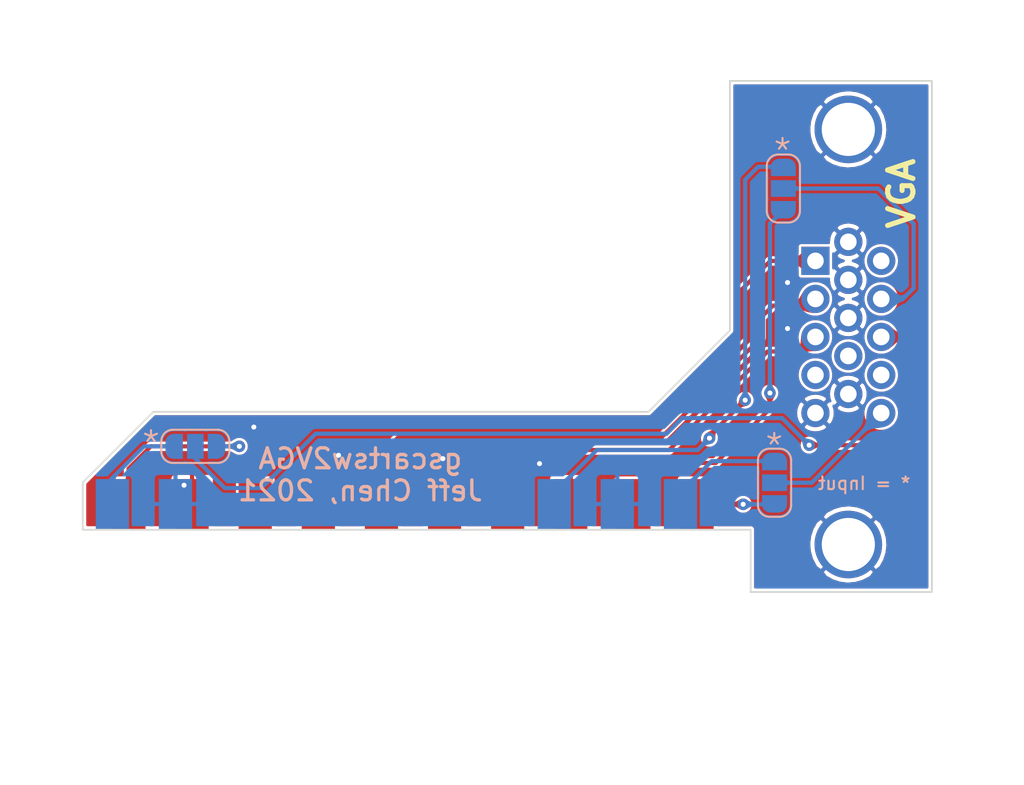
<source format=kicad_pcb>
(kicad_pcb (version 20171130) (host pcbnew "(5.1.10-1-10_14)")

  (general
    (thickness 1.6002)
    (drawings 18)
    (tracks 88)
    (zones 0)
    (modules 5)
    (nets 14)
  )

  (page USLetter)
  (title_block
    (rev 1)
  )

  (layers
    (0 Front signal)
    (31 Back signal)
    (34 B.Paste user)
    (35 F.Paste user)
    (36 B.SilkS user)
    (37 F.SilkS user)
    (38 B.Mask user)
    (39 F.Mask user)
    (44 Edge.Cuts user)
    (45 Margin user)
    (46 B.CrtYd user)
    (47 F.CrtYd user)
    (49 F.Fab user)
  )

  (setup
    (last_trace_width 0.25)
    (user_trace_width 0.254)
    (user_trace_width 0.508)
    (user_trace_width 0.762)
    (trace_clearance 0.16)
    (zone_clearance 0.16)
    (zone_45_only no)
    (trace_min 0.1524)
    (via_size 0.7)
    (via_drill 0.3)
    (via_min_size 0.508)
    (via_min_drill 0.254)
    (user_via 0.6858 0.3302)
    (user_via 0.889 0.381)
    (uvia_size 0.6858)
    (uvia_drill 0.254)
    (uvias_allowed no)
    (uvia_min_size 0)
    (uvia_min_drill 0)
    (edge_width 0.1)
    (segment_width 0.254)
    (pcb_text_width 0.3048)
    (pcb_text_size 1.524 1.524)
    (mod_edge_width 0.127)
    (mod_text_size 0.762 0.762)
    (mod_text_width 0.127)
    (pad_size 1.524 1.524)
    (pad_drill 0.762)
    (pad_to_mask_clearance 0.0508)
    (aux_axis_origin 0 0)
    (visible_elements FFFFFF7F)
    (pcbplotparams
      (layerselection 0x010fc_ffffffff)
      (usegerberextensions false)
      (usegerberattributes false)
      (usegerberadvancedattributes false)
      (creategerberjobfile false)
      (excludeedgelayer true)
      (linewidth 0.152400)
      (plotframeref false)
      (viasonmask false)
      (mode 1)
      (useauxorigin false)
      (hpglpennumber 1)
      (hpglpenspeed 20)
      (hpglpendiameter 15.000000)
      (psnegative false)
      (psa4output false)
      (plotreference true)
      (plotvalue false)
      (plotinvisibletext false)
      (padsonsilk false)
      (subtractmaskfromsilk true)
      (outputformat 1)
      (mirror false)
      (drillshape 0)
      (scaleselection 1)
      (outputdirectory "./gerbers"))
  )

  (net 0 "")
  (net 1 GND)
  (net 2 /Sync)
  (net 3 /CVBS_In)
  (net 4 /CVBS_Out)
  (net 5 /Audio_L_Out)
  (net 6 /Audio_L_In)
  (net 7 /Audio_L_VGA)
  (net 8 /Audio_R_VGA)
  (net 9 /Audio_R_In)
  (net 10 /Audio_R_Out)
  (net 11 /Red)
  (net 12 /Green)
  (net 13 /Blue)

  (net_class Default "This is the default net class."
    (clearance 0.16)
    (trace_width 0.25)
    (via_dia 0.7)
    (via_drill 0.3)
    (uvia_dia 0.6858)
    (uvia_drill 0.254)
    (diff_pair_width 0.1524)
    (diff_pair_gap 0.1524)
    (add_net /Audio_L_In)
    (add_net /Audio_L_Out)
    (add_net /Audio_L_VGA)
    (add_net /Audio_R_In)
    (add_net /Audio_R_Out)
    (add_net /Audio_R_VGA)
    (add_net /Blue)
    (add_net /CVBS_In)
    (add_net /CVBS_Out)
    (add_net /Green)
    (add_net /Red)
    (add_net /Sync)
    (add_net GND)
  )

  (module gscartsw2VGA:SolderJumper-3_P1.3mm_Open_RoundedPad1.0x1.5mm_NumberLabels (layer Back) (tedit 613E54B3) (tstamp 613E48D8)
    (at 122.84 100.35 180)
    (descr "SMD Solder 3-pad Jumper, 1x1.5mm rounded Pads, 0.3mm gap, open, labeled with numbers")
    (tags "solder jumper open")
    (path /613E329E)
    (attr virtual)
    (fp_text reference JP1 (at 0 1.8) (layer F.Fab)
      (effects (font (size 1 1) (thickness 0.15)) (justify mirror))
    )
    (fp_text value SolderJumper_3_Open (at 0 -1.9) (layer B.Fab)
      (effects (font (size 1 1) (thickness 0.15)) (justify mirror))
    )
    (fp_text user 3 (at 2.6 0) (layer F.Fab)
      (effects (font (size 1 1) (thickness 0.15)) (justify mirror))
    )
    (fp_text user 1 (at -2.6 0) (layer F.Fab)
      (effects (font (size 1 1) (thickness 0.15)) (justify mirror))
    )
    (fp_arc (start 1.35 0.3) (end 2.05 0.3) (angle 90) (layer B.SilkS) (width 0.12))
    (fp_arc (start 1.35 -0.3) (end 1.35 -1) (angle 90) (layer B.SilkS) (width 0.12))
    (fp_arc (start -1.35 -0.3) (end -2.05 -0.3) (angle 90) (layer B.SilkS) (width 0.12))
    (fp_arc (start -1.35 0.3) (end -1.35 1) (angle 90) (layer B.SilkS) (width 0.12))
    (fp_line (start 2.3 -1.25) (end -2.3 -1.25) (layer B.CrtYd) (width 0.05))
    (fp_line (start 2.3 -1.25) (end 2.3 1.25) (layer B.CrtYd) (width 0.05))
    (fp_line (start -2.3 1.25) (end -2.3 -1.25) (layer B.CrtYd) (width 0.05))
    (fp_line (start -2.3 1.25) (end 2.3 1.25) (layer B.CrtYd) (width 0.05))
    (fp_line (start -1.4 1) (end 1.4 1) (layer B.SilkS) (width 0.12))
    (fp_line (start 2.05 0.3) (end 2.05 -0.3) (layer B.SilkS) (width 0.12))
    (fp_line (start 1.4 -1) (end -1.4 -1) (layer B.SilkS) (width 0.12))
    (fp_line (start -2.05 -0.3) (end -2.05 0.3) (layer B.SilkS) (width 0.12))
    (fp_poly (pts (xy -0.49 -0.75) (xy -0.75 -0.75) (xy -0.75 0.75) (xy -0.49 0.75)) (layer B.Mask) (width 0.01))
    (fp_poly (pts (xy 0.75 -0.75) (xy 0.5 -0.75) (xy 0.5 0.75) (xy 0.75 0.75)) (layer B.Mask) (width 0.01))
    (pad 1 smd custom (at -1.3 0 180) (size 1 0.5) (layers Back B.Mask)
      (net 4 /CVBS_Out) (zone_connect 2)
      (options (clearance outline) (anchor rect))
      (primitives
        (gr_circle (center 0 -0.25) (end 0.5 -0.25) (width 0))
        (gr_circle (center 0 0.25) (end 0.5 0.25) (width 0))
        (gr_poly (pts
           (xy 0.55 0.75) (xy 0 0.75) (xy 0 -0.75) (xy 0.55 -0.75)) (width 0))
      ))
    (pad 3 smd custom (at 1.3 0 180) (size 1 0.5) (layers Back B.Mask)
      (net 3 /CVBS_In) (zone_connect 2)
      (options (clearance outline) (anchor rect))
      (primitives
        (gr_circle (center 0 -0.25) (end 0.5 -0.25) (width 0))
        (gr_circle (center 0 0.25) (end 0.5 0.25) (width 0))
        (gr_poly (pts
           (xy -0.55 0.75) (xy 0 0.75) (xy 0 -0.75) (xy -0.55 -0.75)) (width 0))
      ))
    (pad 2 smd rect (at 0 0 180) (size 1 1.5) (layers Back B.Mask)
      (net 2 /Sync))
  )

  (module gscartsw2VGA:SolderJumper-3_P1.3mm_Open_RoundedPad1.0x1.5mm_NumberLabels (layer Back) (tedit 613E54B3) (tstamp 613E48ED)
    (at 158.24 84.83 90)
    (descr "SMD Solder 3-pad Jumper, 1x1.5mm rounded Pads, 0.3mm gap, open, labeled with numbers")
    (tags "solder jumper open")
    (path /613E1BB7)
    (attr virtual)
    (fp_text reference JP2 (at 0 1.8 90) (layer F.Fab)
      (effects (font (size 1 1) (thickness 0.15)) (justify mirror))
    )
    (fp_text value SolderJumper_3_Open (at 0 -1.9 90) (layer B.Fab)
      (effects (font (size 1 1) (thickness 0.15)) (justify mirror))
    )
    (fp_text user 3 (at 2.6 0 90) (layer F.Fab)
      (effects (font (size 1 1) (thickness 0.15)) (justify mirror))
    )
    (fp_text user 1 (at -2.6 0 90) (layer F.Fab)
      (effects (font (size 1 1) (thickness 0.15)) (justify mirror))
    )
    (fp_arc (start 1.35 0.3) (end 2.05 0.3) (angle 90) (layer B.SilkS) (width 0.12))
    (fp_arc (start 1.35 -0.3) (end 1.35 -1) (angle 90) (layer B.SilkS) (width 0.12))
    (fp_arc (start -1.35 -0.3) (end -2.05 -0.3) (angle 90) (layer B.SilkS) (width 0.12))
    (fp_arc (start -1.35 0.3) (end -1.35 1) (angle 90) (layer B.SilkS) (width 0.12))
    (fp_line (start 2.3 -1.25) (end -2.3 -1.25) (layer B.CrtYd) (width 0.05))
    (fp_line (start 2.3 -1.25) (end 2.3 1.25) (layer B.CrtYd) (width 0.05))
    (fp_line (start -2.3 1.25) (end -2.3 -1.25) (layer B.CrtYd) (width 0.05))
    (fp_line (start -2.3 1.25) (end 2.3 1.25) (layer B.CrtYd) (width 0.05))
    (fp_line (start -1.4 1) (end 1.4 1) (layer B.SilkS) (width 0.12))
    (fp_line (start 2.05 0.3) (end 2.05 -0.3) (layer B.SilkS) (width 0.12))
    (fp_line (start 1.4 -1) (end -1.4 -1) (layer B.SilkS) (width 0.12))
    (fp_line (start -2.05 -0.3) (end -2.05 0.3) (layer B.SilkS) (width 0.12))
    (fp_poly (pts (xy -0.49 -0.75) (xy -0.75 -0.75) (xy -0.75 0.75) (xy -0.49 0.75)) (layer B.Mask) (width 0.01))
    (fp_poly (pts (xy 0.75 -0.75) (xy 0.5 -0.75) (xy 0.5 0.75) (xy 0.75 0.75)) (layer B.Mask) (width 0.01))
    (pad 1 smd custom (at -1.3 0 90) (size 1 0.5) (layers Back B.Mask)
      (net 5 /Audio_L_Out) (zone_connect 2)
      (options (clearance outline) (anchor rect))
      (primitives
        (gr_circle (center 0 -0.25) (end 0.5 -0.25) (width 0))
        (gr_circle (center 0 0.25) (end 0.5 0.25) (width 0))
        (gr_poly (pts
           (xy 0.55 0.75) (xy 0 0.75) (xy 0 -0.75) (xy 0.55 -0.75)) (width 0))
      ))
    (pad 3 smd custom (at 1.3 0 90) (size 1 0.5) (layers Back B.Mask)
      (net 6 /Audio_L_In) (zone_connect 2)
      (options (clearance outline) (anchor rect))
      (primitives
        (gr_circle (center 0 -0.25) (end 0.5 -0.25) (width 0))
        (gr_circle (center 0 0.25) (end 0.5 0.25) (width 0))
        (gr_poly (pts
           (xy -0.55 0.75) (xy 0 0.75) (xy 0 -0.75) (xy -0.55 -0.75)) (width 0))
      ))
    (pad 2 smd rect (at 0 0 90) (size 1 1.5) (layers Back B.Mask)
      (net 7 /Audio_L_VGA))
  )

  (module gscartsw2VGA:SolderJumper-3_P1.3mm_Open_RoundedPad1.0x1.5mm_NumberLabels (layer Back) (tedit 613E54B3) (tstamp 613E4902)
    (at 157.71 102.54 90)
    (descr "SMD Solder 3-pad Jumper, 1x1.5mm rounded Pads, 0.3mm gap, open, labeled with numbers")
    (tags "solder jumper open")
    (path /613DFA20)
    (attr virtual)
    (fp_text reference JP3 (at 0 1.8 270) (layer F.Fab)
      (effects (font (size 1 1) (thickness 0.15)) (justify mirror))
    )
    (fp_text value SolderJumper_3_Open (at 0 -1.9 270) (layer B.Fab)
      (effects (font (size 1 1) (thickness 0.15)) (justify mirror))
    )
    (fp_text user 3 (at 2.6 0 270) (layer F.Fab)
      (effects (font (size 1 1) (thickness 0.15)) (justify mirror))
    )
    (fp_text user 1 (at -2.6 0 270) (layer F.Fab)
      (effects (font (size 1 1) (thickness 0.15)) (justify mirror))
    )
    (fp_arc (start 1.35 0.3) (end 2.05 0.3) (angle 90) (layer B.SilkS) (width 0.12))
    (fp_arc (start 1.35 -0.3) (end 1.35 -1) (angle 90) (layer B.SilkS) (width 0.12))
    (fp_arc (start -1.35 -0.3) (end -2.05 -0.3) (angle 90) (layer B.SilkS) (width 0.12))
    (fp_arc (start -1.35 0.3) (end -1.35 1) (angle 90) (layer B.SilkS) (width 0.12))
    (fp_line (start 2.3 -1.25) (end -2.3 -1.25) (layer B.CrtYd) (width 0.05))
    (fp_line (start 2.3 -1.25) (end 2.3 1.25) (layer B.CrtYd) (width 0.05))
    (fp_line (start -2.3 1.25) (end -2.3 -1.25) (layer B.CrtYd) (width 0.05))
    (fp_line (start -2.3 1.25) (end 2.3 1.25) (layer B.CrtYd) (width 0.05))
    (fp_line (start -1.4 1) (end 1.4 1) (layer B.SilkS) (width 0.12))
    (fp_line (start 2.05 0.3) (end 2.05 -0.3) (layer B.SilkS) (width 0.12))
    (fp_line (start 1.4 -1) (end -1.4 -1) (layer B.SilkS) (width 0.12))
    (fp_line (start -2.05 -0.3) (end -2.05 0.3) (layer B.SilkS) (width 0.12))
    (fp_poly (pts (xy -0.49 -0.75) (xy -0.75 -0.75) (xy -0.75 0.75) (xy -0.49 0.75)) (layer B.Mask) (width 0.01))
    (fp_poly (pts (xy 0.75 -0.75) (xy 0.5 -0.75) (xy 0.5 0.75) (xy 0.75 0.75)) (layer B.Mask) (width 0.01))
    (pad 1 smd custom (at -1.3 0 90) (size 1 0.5) (layers Back B.Mask)
      (net 10 /Audio_R_Out) (zone_connect 2)
      (options (clearance outline) (anchor rect))
      (primitives
        (gr_circle (center 0 -0.25) (end 0.5 -0.25) (width 0))
        (gr_circle (center 0 0.25) (end 0.5 0.25) (width 0))
        (gr_poly (pts
           (xy 0.55 0.75) (xy 0 0.75) (xy 0 -0.75) (xy 0.55 -0.75)) (width 0))
      ))
    (pad 3 smd custom (at 1.3 0 90) (size 1 0.5) (layers Back B.Mask)
      (net 9 /Audio_R_In) (zone_connect 2)
      (options (clearance outline) (anchor rect))
      (primitives
        (gr_circle (center 0 -0.25) (end 0.5 -0.25) (width 0))
        (gr_circle (center 0 0.25) (end 0.5 0.25) (width 0))
        (gr_poly (pts
           (xy -0.55 0.75) (xy 0 0.75) (xy 0 -0.75) (xy -0.55 -0.75)) (width 0))
      ))
    (pad 2 smd rect (at 0 0 90) (size 1 1.5) (layers Back B.Mask)
      (net 8 /Audio_R_VGA))
  )

  (module gscartsw2VGA:VGA_female_rightangle_slim (layer Front) (tedit 61676308) (tstamp 613E491E)
    (at 162.15 106.26 90)
    (path /613DA058)
    (fp_text reference P1 (at 0 0.5 90) (layer F.Fab)
      (effects (font (size 1 1) (thickness 0.15)))
    )
    (fp_text value VGA (at -13 -10.37 90) (layer F.Fab)
      (effects (font (size 1 1) (thickness 0.15)))
    )
    (fp_line (start 7.28 9.33) (end 7.28 5.04) (layer Dwgs.User) (width 0.12))
    (fp_line (start 19.33 9.33) (end 7.28 9.33) (layer Dwgs.User) (width 0.12))
    (fp_line (start 19.33 5.08) (end 19.33 9.33) (layer Dwgs.User) (width 0.12))
    (fp_line (start 27.895 -3.91) (end 27.895 5.06) (layer Dwgs.User) (width 0.12))
    (fp_line (start -2.905 -3.91) (end -2.905 5.06) (layer Dwgs.User) (width 0.12))
    (fp_line (start -2.905 -3.91) (end 27.895 -3.91) (layer Dwgs.User) (width 0.12))
    (fp_line (start -2.905 5.06) (end 27.895 5.06) (layer Dwgs.User) (width 0.12))
    (pad 15 thru_hole circle (at 7.915 1.98 270) (size 1.7 1.7) (drill 1) (layers *.Cu *.Mask)
      (net 8 /Audio_R_VGA) (zone_connect 2))
    (pad 14 thru_hole circle (at 10.205 1.98 270) (size 1.7 1.7) (drill 1) (layers *.Cu *.Mask)
      (zone_connect 2))
    (pad 13 thru_hole circle (at 12.495 1.98 270) (size 1.7 1.7) (drill 1) (layers *.Cu *.Mask)
      (net 2 /Sync) (zone_connect 2))
    (pad 12 thru_hole circle (at 14.785 1.98 270) (size 1.7 1.7) (drill 1) (layers *.Cu *.Mask)
      (net 7 /Audio_L_VGA) (zone_connect 2))
    (pad 11 thru_hole circle (at 17.075 1.98 270) (size 1.7 1.7) (drill 1) (layers *.Cu *.Mask)
      (zone_connect 2))
    (pad 10 thru_hole circle (at 9.06 0 270) (size 1.7 1.7) (drill 1) (layers *.Cu *.Mask)
      (net 1 GND))
    (pad 9 thru_hole circle (at 11.35 0 270) (size 1.7 1.7) (drill 1) (layers *.Cu *.Mask)
      (zone_connect 2))
    (pad 8 thru_hole circle (at 13.64 0 270) (size 1.7 1.7) (drill 1) (layers *.Cu *.Mask)
      (net 1 GND))
    (pad 7 thru_hole circle (at 15.93 0 270) (size 1.7 1.7) (drill 1) (layers *.Cu *.Mask)
      (net 1 GND))
    (pad 6 thru_hole circle (at 18.22 0 270) (size 1.7 1.7) (drill 1) (layers *.Cu *.Mask)
      (net 1 GND))
    (pad 5 thru_hole circle (at 7.915 -1.98 270) (size 1.7 1.7) (drill 1) (layers *.Cu *.Mask)
      (net 1 GND))
    (pad 4 thru_hole circle (at 10.205 -1.98 270) (size 1.7 1.7) (drill 1) (layers *.Cu *.Mask)
      (zone_connect 2))
    (pad 3 thru_hole circle (at 12.495 -1.98 270) (size 1.7 1.7) (drill 1) (layers *.Cu *.Mask)
      (net 13 /Blue) (zone_connect 2))
    (pad 2 thru_hole circle (at 14.785 -1.98 270) (size 1.7 1.7) (drill 1) (layers *.Cu *.Mask)
      (net 12 /Green) (zone_connect 2))
    (pad S1 thru_hole circle (at 0 0 90) (size 4.066 4.066) (drill 3.2) (layers *.Cu *.Mask)
      (net 1 GND) (zone_connect 1))
    (pad S2 thru_hole circle (at 24.99 0 90) (size 4.066 4.066) (drill 3.2) (layers *.Cu *.Mask)
      (net 1 GND) (zone_connect 1))
    (pad 1 thru_hole rect (at 17.075 -1.98 270) (size 1.7 1.7) (drill 1) (layers *.Cu *.Mask)
      (net 11 /Red) (zone_connect 2))
    (model "${KIPRJMOD}/File/VGA/VGA Female Slim.step"
      (offset (xyz -2.9 -5.05 0))
      (scale (xyz 1 1 1))
      (rotate (xyz 0 0 0))
    )
  )

  (module gscartsw2VGA:SCART_Cutdown locked (layer Front) (tedit 613E56FE) (tstamp 613E4933)
    (at 118.833324 105.321881)
    (path /613DCF73)
    (fp_text reference P2 (at -5.47 -5.93) (layer F.Fab)
      (effects (font (size 1 1) (thickness 0.15)))
    )
    (fp_text value SCART_PAL (at 4.52 -6.31) (layer F.Fab)
      (effects (font (size 1 1) (thickness 0.15)))
    )
    (fp_text user Tip (at -4.29 -1.32) (layer F.Fab)
      (effects (font (size 1 1) (thickness 0.15)))
    )
    (fp_poly (pts (xy 48.34487 3.78873) (xy 37.445733 3.78873) (xy 37.445733 0.923009) (xy 42.0027 0.923009)
      (xy 42.003981 1.079518) (xy 42.010012 1.19187) (xy 42.024076 1.278529) (xy 42.049453 1.357958)
      (xy 42.089425 1.448622) (xy 42.100114 1.471097) (xy 42.251232 1.720622) (xy 42.441127 1.925942)
      (xy 42.66298 2.083788) (xy 42.909973 2.190894) (xy 43.175288 2.243993) (xy 43.452108 2.239816)
      (xy 43.632556 2.205474) (xy 43.902767 2.104571) (xy 44.136736 1.952927) (xy 44.332047 1.752519)
      (xy 44.485238 1.507441) (xy 44.536651 1.400615) (xy 44.570252 1.31677) (xy 44.589824 1.237055)
      (xy 44.59915 1.142615) (xy 44.602014 1.014598) (xy 44.602207 0.924633) (xy 44.600974 0.768067)
      (xy 44.595043 0.655511) (xy 44.581064 0.568353) (xy 44.555685 0.487977) (xy 44.515556 0.395772)
      (xy 44.501715 0.366344) (xy 44.352391 0.12191) (xy 44.158001 -0.082567) (xy 43.925765 -0.24162)
      (xy 43.662905 -0.349781) (xy 43.508752 -0.38545) (xy 43.237185 -0.401452) (xy 42.971557 -0.35938)
      (xy 42.720309 -0.263748) (xy 42.491881 -0.11907) (xy 42.294713 0.070138) (xy 42.137245 0.299364)
      (xy 42.103192 0.366344) (xy 42.058386 0.465226) (xy 42.029317 0.547191) (xy 42.012608 0.63095)
      (xy 42.004879 0.735216) (xy 42.002752 0.878704) (xy 42.0027 0.923009) (xy 37.445733 0.923009)
      (xy 37.445733 -0.000913) (xy 35.222059 -0.000913) (xy 35.222059 -3.540892) (xy 33.264599 -3.52434)
      (xy 33.256508 -1.762626) (xy 33.248418 -0.000913) (xy 31.401618 -0.000913) (xy 31.393528 -1.762626)
      (xy 31.385437 -3.52434) (xy 30.422367 -3.532623) (xy 29.459297 -3.540905) (xy 29.459297 -0.000913)
      (xy 27.611455 -0.000913) (xy 27.611455 -3.54) (xy 25.638335 -3.54) (xy 25.638335 -0.000913)
      (xy 23.821812 -0.000913) (xy 23.821812 -3.54) (xy 21.848693 -3.54) (xy 21.848693 -0.000913)
      (xy 20.00085 -0.000913) (xy 20.00085 -3.54) (xy 18.027731 -3.54) (xy 18.027731 -0.000913)
      (xy 16.211208 -0.000913) (xy 16.211208 -3.54) (xy 14.238088 -3.54) (xy 14.238088 -0.000913)
      (xy 12.390246 -0.000913) (xy 12.390246 -1.751446) (xy 12.390106 -2.129571) (xy 12.389598 -2.44984)
      (xy 12.388587 -2.717034) (xy 12.386939 -2.935933) (xy 12.384521 -3.111321) (xy 12.381199 -3.247979)
      (xy 12.376838 -3.350687) (xy 12.371306 -3.424228) (xy 12.364468 -3.473383) (xy 12.35619 -3.502933)
      (xy 12.346338 -3.517661) (xy 12.340706 -3.52099) (xy 12.297818 -3.525785) (xy 12.200507 -3.530137)
      (xy 12.056989 -3.533886) (xy 11.87548 -3.536874) (xy 11.664194 -3.538944) (xy 11.431347 -3.539936)
      (xy 11.354146 -3.54) (xy 10.417127 -3.54) (xy 10.417127 -0.000913) (xy 8.601125 -0.000913)
      (xy 8.593035 -1.762626) (xy 8.584944 -3.52434) (xy 7.676683 -3.533118) (xy 7.441134 -3.534793)
      (xy 7.223414 -3.535198) (xy 7.032134 -3.534407) (xy 6.875904 -3.532495) (xy 6.763336 -3.529535)
      (xy 6.70304 -3.525602) (xy 6.697953 -3.524691) (xy 6.627484 -3.507487) (xy 6.627484 -0.000913)
      (xy 4.779642 -0.000913) (xy 4.779642 -3.54) (xy 2.806522 -3.54) (xy 2.806522 -0.000913)
      (xy 0.99 -0.000913) (xy 0.99 -3.54) (xy -0.98312 -3.54) (xy -0.98312 -0.000913)
      (xy -2.768323 -0.000913) (xy -2.768323 -2.804168) (xy 0.725618 -6.297826) (xy 40.796721 -6.297826)
      (xy 40.936679 -6.383093) (xy 40.993206 -6.418066) (xy 41.096299 -6.482399) (xy 41.23953 -6.572062)
      (xy 41.41647 -6.68302) (xy 41.620691 -6.811242) (xy 41.845762 -6.952694) (xy 42.085256 -7.103345)
      (xy 42.189868 -7.16919) (xy 43.303099 -7.870019) (xy 44.555642 -7.084274) (xy 45.808186 -6.29853)
      (xy 45.800264 -11.517558) (xy 45.792342 -16.736587) (xy 44.555856 -17.451364) (xy 44.302128 -17.597834)
      (xy 44.065218 -17.734204) (xy 43.850591 -17.857356) (xy 43.663714 -17.964173) (xy 43.510052 -18.051536)
      (xy 43.395071 -18.116327) (xy 43.324236 -18.155429) (xy 43.302858 -18.166141) (xy 43.273202 -18.150946)
      (xy 43.194826 -18.10744) (xy 43.073195 -18.038742) (xy 42.913773 -17.94797) (xy 42.722022 -17.838242)
      (xy 42.503408 -17.712676) (xy 42.263393 -17.574391) (xy 42.049456 -17.450808) (xy 40.812564 -16.735475)
      (xy 40.804643 -11.51665) (xy 40.796721 -6.297826) (xy 0.725618 -6.297826) (xy 1.475621 -7.047768)
      (xy 31.291629 -7.047768) (xy 33.742294 -9.498582) (xy 36.192959 -11.949397) (xy 36.192959 -24.101818)
      (xy 42.0027 -24.101818) (xy 42.003965 -23.945248) (xy 42.009976 -23.832694) (xy 42.024062 -23.745547)
      (xy 42.049548 -23.6652) (xy 42.089761 -23.573045) (xy 42.101811 -23.547445) (xy 42.252399 -23.29505)
      (xy 42.443968 -23.089131) (xy 42.679041 -22.927434) (xy 42.910552 -22.824637) (xy 43.107426 -22.780475)
      (xy 43.332171 -22.772396) (xy 43.562514 -22.798946) (xy 43.77618 -22.858672) (xy 43.838747 -22.885187)
      (xy 44.092391 -23.034255) (xy 44.297784 -23.222538) (xy 44.457812 -23.453195) (xy 44.55476 -23.66939)
      (xy 44.590271 -23.779438) (xy 44.609916 -23.880836) (xy 44.616495 -23.99706) (xy 44.61281 -24.151587)
      (xy 44.612668 -24.15484) (xy 44.602351 -24.312029) (xy 44.583853 -24.431742) (xy 44.551577 -24.53909)
      (xy 44.50054 -24.657869) (xy 44.35951 -24.889169) (xy 44.174336 -25.085101) (xy 43.954559 -25.240506)
      (xy 43.709719 -25.350223) (xy 43.449355 -25.409092) (xy 43.183008 -25.411953) (xy 43.121057 -25.404014)
      (xy 42.844142 -25.330168) (xy 42.591377 -25.20172) (xy 42.370806 -25.024581) (xy 42.190473 -24.804664)
      (xy 42.106907 -24.658664) (xy 42.060721 -24.561125) (xy 42.030667 -24.481293) (xy 42.013294 -24.400736)
      (xy 42.005154 -24.301021) (xy 42.002797 -24.163717) (xy 42.0027 -24.101818) (xy 36.192959 -24.101818)
      (xy 36.192959 -26.96688) (xy 48.34487 -26.96688) (xy 48.34487 3.78873)) (layer F.Fab) (width 0.01))
    (pad 2 smd rect (at 33.21 -1.5) (size 2 3) (layers Back B.Paste B.Mask)
      (net 9 /Audio_R_In))
    (pad 4 smd rect (at 29.41 -1.5) (size 2 3) (layers Back B.Paste B.Mask)
      (net 1 GND))
    (pad 6 smd rect (at 25.61 -1.5) (size 2 3) (layers Back B.Paste B.Mask)
      (net 6 /Audio_L_In))
    (pad 18 smd rect (at 2.81 -1.5) (size 2 3) (layers Back B.Paste B.Mask)
      (net 1 GND))
    (pad 20 smd rect (at -0.99 -1.5) (size 2 3) (layers Back B.Paste B.Mask)
      (net 3 /CVBS_In))
    (pad 1 smd rect (at 34.21 -1.5) (size 2 3) (layers Front F.Paste F.Mask)
      (net 10 /Audio_R_Out))
    (pad 3 smd rect (at 30.41 -1.5) (size 2 3) (layers Front F.Paste F.Mask)
      (net 5 /Audio_L_Out))
    (pad 5 smd rect (at 26.61 -1.5) (size 2 3) (layers Front F.Paste F.Mask)
      (net 1 GND))
    (pad 7 smd rect (at 22.81 -1.5) (size 2 3) (layers Front F.Paste F.Mask)
      (net 13 /Blue))
    (pad 9 smd rect (at 19.01 -1.5) (size 2 3) (layers Front F.Paste F.Mask)
      (net 1 GND))
    (pad 11 smd rect (at 15.21 -1.5) (size 2 3) (layers Front F.Paste F.Mask)
      (net 12 /Green))
    (pad 13 smd rect (at 11.41 -1.5) (size 2 3) (layers Front F.Paste F.Mask)
      (net 1 GND))
    (pad 15 smd rect (at 7.61 -1.5) (size 2 3) (layers Front F.Paste F.Mask)
      (net 11 /Red))
    (pad 17 smd rect (at 3.81 -1.5) (size 2 3) (layers Front F.Paste F.Mask)
      (net 1 GND))
    (pad 19 smd rect (at 0.01 -1.5) (size 2 3) (layers Front F.Paste F.Mask)
      (net 4 /CVBS_Out))
  )

  (gr_text "gscartsw2VGA\nJeff Chen, 2021" (at 132.77 102.06) (layer B.SilkS)
    (effects (font (size 1.2 1.2) (thickness 0.2)) (justify mirror))
  )
  (gr_text VGA (at 165.35 85.13 90) (layer F.SilkS)
    (effects (font (size 1.524 1.524) (thickness 0.3048)))
  )
  (gr_text "* = Input" (at 163.11 102.58) (layer B.SilkS)
    (effects (font (size 0.762 0.762) (thickness 0.127)) (justify mirror))
  )
  (gr_text * (at 158.19 82.6) (layer B.SilkS)
    (effects (font (size 1.5 1.5) (thickness 0.127)))
  )
  (gr_text * (at 157.69 100.35) (layer B.SilkS)
    (effects (font (size 1.5 1.5) (thickness 0.127)))
  )
  (gr_text * (at 120.17 100.19) (layer B.SilkS)
    (effects (font (size 1.5 1.5) (thickness 0.127)))
  )
  (gr_line (start 155.02 93.37) (end 150.12 98.27) (layer Edge.Cuts) (width 0.1))
  (gr_line (start 120.31 98.27) (end 150.12 98.27) (layer Edge.Cuts) (width 0.1))
  (gr_line (start 116.06 102.52) (end 120.31 98.27) (layer Edge.Cuts) (width 0.1))
  (gr_line (start 116.06 105.37) (end 116.06 102.52) (layer Edge.Cuts) (width 0.1))
  (gr_line (start 155.02 78.35) (end 155.02 93.37) (layer Edge.Cuts) (width 0.1))
  (gr_line (start 167.18 78.35) (end 155.02 78.35) (layer Edge.Cuts) (width 0.1))
  (gr_line (start 167.18 109.12) (end 167.18 78.35) (layer Edge.Cuts) (width 0.1))
  (gr_line (start 156.27 109.12) (end 167.18 109.12) (layer Edge.Cuts) (width 0.1))
  (gr_line (start 156.27 105.37) (end 156.27 109.12) (layer Edge.Cuts) (width 0.1))
  (gr_line (start 116.06 105.37) (end 156.27 105.37) (layer Edge.Cuts) (width 0.1))
  (gr_line (start 162.15 101.62) (end 162.15 111.37) (layer F.Fab) (width 0.02))
  (gr_line (start 157.316377 106.257247) (end 167.18 106.26) (layer F.Fab) (width 0.02))

  (via (at 122.16 102.69) (size 0.7) (drill 0.3) (layers Front Back) (net 1))
  (via (at 126.36 99.19) (size 0.7) (drill 0.3) (layers Front Back) (net 1))
  (via (at 158.49 90.49) (size 0.7) (drill 0.3) (layers Front Back) (net 1))
  (via (at 158.49 93.26) (size 0.7) (drill 0.3) (layers Front Back) (net 1))
  (via (at 131.46 100.89) (size 0.7) (drill 0.3) (layers Front Back) (net 1))
  (via (at 137.74 101.09) (size 0.7) (drill 0.3) (layers Front Back) (net 1))
  (via (at 143.56 101.39) (size 0.7) (drill 0.3) (layers Front Back) (net 1))
  (via (at 159.79 100.28) (size 0.7) (drill 0.3) (layers Front Back) (net 2))
  (segment (start 158.16 98.65) (end 159.79 100.28) (width 0.25) (layer Back) (net 2))
  (segment (start 152.15 98.65) (end 158.16 98.65) (width 0.25) (layer Back) (net 2))
  (segment (start 130.085 99.59) (end 151.21 99.59) (width 0.25) (layer Back) (net 2))
  (segment (start 126.815 102.86) (end 130.085 99.59) (width 0.25) (layer Back) (net 2))
  (segment (start 124.61 102.86) (end 126.815 102.86) (width 0.25) (layer Back) (net 2))
  (segment (start 151.21 99.59) (end 152.15 98.65) (width 0.25) (layer Back) (net 2))
  (segment (start 122.84 101.09) (end 124.61 102.86) (width 0.25) (layer Back) (net 2))
  (segment (start 122.84 100.35) (end 122.84 101.09) (width 0.25) (layer Back) (net 2))
  (segment (start 165.02 100.28) (end 159.79 100.28) (width 0.25) (layer Front) (net 2))
  (segment (start 166.09 94.41) (end 166.09 99.21) (width 0.25) (layer Front) (net 2))
  (segment (start 165.43 93.75) (end 166.09 94.41) (width 0.25) (layer Front) (net 2))
  (segment (start 166.09 99.21) (end 165.02 100.28) (width 0.25) (layer Front) (net 2))
  (segment (start 164.32 93.75) (end 165.43 93.75) (width 0.25) (layer Front) (net 2))
  (segment (start 164.11 93.54) (end 164.32 93.75) (width 0.25) (layer Front) (net 2))
  (segment (start 121.54 100.35) (end 119.75 100.35) (width 0.25) (layer Back) (net 3))
  (segment (start 119.75 100.35) (end 117.84 102.26) (width 0.25) (layer Back) (net 3))
  (segment (start 117.84 102.26) (end 117.84 103.91) (width 0.25) (layer Back) (net 3))
  (segment (start 124.14 100.35) (end 125.49 100.35) (width 0.25) (layer Back) (net 4))
  (via (at 125.49 100.35) (size 0.7) (drill 0.3) (layers Front Back) (net 4))
  (segment (start 124.995026 100.35) (end 125.49 100.35) (width 0.25) (layer Front) (net 4))
  (segment (start 118.82 101.69) (end 120.16 100.35) (width 0.25) (layer Front) (net 4))
  (segment (start 120.16 100.35) (end 124.995026 100.35) (width 0.25) (layer Front) (net 4))
  (segment (start 118.82 103.85) (end 118.82 101.69) (width 0.25) (layer Front) (net 4))
  (segment (start 158.23 86.14) (end 157.43 86.94) (width 0.25) (layer Back) (net 5))
  (segment (start 157.43 86.94) (end 157.43 97.14) (width 0.25) (layer Back) (net 5))
  (via (at 157.43 97.14) (size 0.7) (drill 0.3) (layers Front Back) (net 5))
  (segment (start 154.17 101.35) (end 157.43 98.09) (width 0.25) (layer Front) (net 5))
  (segment (start 157.43 98.09) (end 157.43 97.14) (width 0.25) (layer Front) (net 5))
  (segment (start 151.03 101.35) (end 154.17 101.35) (width 0.25) (layer Front) (net 5))
  (segment (start 149.243324 103.136676) (end 151.03 101.35) (width 0.25) (layer Front) (net 5))
  (segment (start 149.243324 103.166676) (end 149.243324 103.136676) (width 0.25) (layer Front) (net 5))
  (via (at 155.939998 97.570002) (size 0.7) (drill 0.3) (layers Front Back) (net 6))
  (segment (start 155.939998 84.300002) (end 155.939998 97.570002) (width 0.25) (layer Back) (net 6))
  (segment (start 158.24 83.52) (end 156.72 83.52) (width 0.25) (layer Back) (net 6))
  (segment (start 156.72 83.52) (end 155.939998 84.300002) (width 0.25) (layer Back) (net 6))
  (via (at 153.789998 99.86) (size 0.7) (drill 0.3) (layers Front Back) (net 6))
  (segment (start 153.789998 99.720002) (end 153.789998 99.86) (width 0.25) (layer Front) (net 6))
  (segment (start 155.939998 97.570002) (end 153.789998 99.720002) (width 0.25) (layer Front) (net 6))
  (segment (start 153.079998 100.57) (end 153.789998 99.86) (width 0.25) (layer Back) (net 6))
  (segment (start 147.01 100.57) (end 153.079998 100.57) (width 0.25) (layer Back) (net 6))
  (segment (start 144.443324 103.136676) (end 147.01 100.57) (width 0.25) (layer Back) (net 6))
  (segment (start 144.443324 103.776676) (end 144.443324 103.136676) (width 0.25) (layer Back) (net 6))
  (segment (start 164.41 91.49) (end 164.14 91.22) (width 0.25) (layer Back) (net 7))
  (segment (start 166.08 90.83) (end 165.42 91.49) (width 0.25) (layer Back) (net 7))
  (segment (start 166.08 86.96) (end 166.08 90.83) (width 0.25) (layer Back) (net 7))
  (segment (start 165.42 91.49) (end 164.41 91.49) (width 0.25) (layer Back) (net 7))
  (segment (start 163.95 84.83) (end 166.08 86.96) (width 0.25) (layer Back) (net 7))
  (segment (start 158.24 84.83) (end 163.95 84.83) (width 0.25) (layer Back) (net 7))
  (segment (start 164.14 98.35) (end 164.14 98.06) (width 0.25) (layer Back) (net 8))
  (segment (start 159.95 102.54) (end 164.14 98.35) (width 0.25) (layer Back) (net 8))
  (segment (start 157.71 102.54) (end 159.95 102.54) (width 0.25) (layer Back) (net 8))
  (segment (start 152.04 103.13) (end 152.04 103.93) (width 0.25) (layer Back) (net 9))
  (segment (start 153.93 101.24) (end 152.04 103.13) (width 0.25) (layer Back) (net 9))
  (segment (start 157.71 101.24) (end 153.93 101.24) (width 0.25) (layer Back) (net 9))
  (segment (start 157.71 103.84) (end 155.82 103.84) (width 0.25) (layer Back) (net 10))
  (segment (start 155.82 103.84) (end 155.82 103.84) (width 0.25) (layer Back) (net 10) (tstamp 613E5735))
  (via (at 155.82 103.84) (size 0.7) (drill 0.3) (layers Front Back) (net 10))
  (segment (start 155.82 103.84) (end 152.98 103.84) (width 0.25) (layer Front) (net 10))
  (segment (start 128.37 98.99) (end 126.46 100.9) (width 0.25) (layer Front) (net 11))
  (segment (start 150.51 98.99) (end 128.37 98.99) (width 0.25) (layer Front) (net 11))
  (segment (start 155.73 93.77) (end 150.51 98.99) (width 0.25) (layer Front) (net 11))
  (segment (start 155.73 90.91) (end 155.73 93.77) (width 0.25) (layer Front) (net 11))
  (segment (start 157.45 89.19) (end 155.73 90.91) (width 0.25) (layer Front) (net 11))
  (segment (start 159.915 89.19) (end 157.45 89.19) (width 0.25) (layer Front) (net 11))
  (segment (start 126.46 100.9) (end 126.46 103.87) (width 0.25) (layer Front) (net 11))
  (segment (start 160.17 88.935) (end 159.915 89.19) (width 0.25) (layer Front) (net 11))
  (segment (start 156.9 93.81) (end 150.91 99.8) (width 0.25) (layer Front) (net 12))
  (segment (start 156.9 92.59) (end 156.9 93.81) (width 0.25) (layer Front) (net 12))
  (segment (start 134.13 100.73) (end 134.13 103.9) (width 0.25) (layer Front) (net 12))
  (segment (start 157.61 91.88) (end 156.9 92.59) (width 0.25) (layer Front) (net 12))
  (segment (start 150.91 99.8) (end 135.06 99.8) (width 0.25) (layer Front) (net 12))
  (segment (start 159.515 91.88) (end 157.61 91.88) (width 0.25) (layer Front) (net 12))
  (segment (start 135.06 99.8) (end 134.13 100.73) (width 0.25) (layer Front) (net 12))
  (segment (start 159.905 91.49) (end 159.515 91.88) (width 0.25) (layer Front) (net 12))
  (segment (start 141.71 101.66) (end 141.71 103.87) (width 0.25) (layer Front) (net 13))
  (segment (start 142.8 100.57) (end 141.71 101.66) (width 0.25) (layer Front) (net 13))
  (segment (start 160.17 93.84) (end 159.37 94.64) (width 0.25) (layer Front) (net 13))
  (segment (start 151.36 100.57) (end 142.8 100.57) (width 0.25) (layer Front) (net 13))
  (segment (start 159.37 94.64) (end 157.29 94.64) (width 0.25) (layer Front) (net 13))
  (segment (start 157.29 94.64) (end 151.36 100.57) (width 0.25) (layer Front) (net 13))

  (zone (net 1) (net_name GND) (layer Front) (tstamp 0) (hatch edge 0.508)
    (connect_pads (clearance 0.16))
    (min_thickness 0.16)
    (fill yes (arc_segments 32) (thermal_gap 0.25) (thermal_bridge_width 0.25))
    (polygon
      (pts
        (xy 169.17 111.52) (xy 111.08 111.52) (xy 111.08 73.48) (xy 169.17 73.48)
      )
    )
    (filled_polygon
      (pts
        (xy 166.89 108.83) (xy 156.56 108.83) (xy 156.56 107.912149) (xy 160.56149 107.912149) (xy 160.790999 108.207063)
        (xy 161.196966 108.434779) (xy 161.639556 108.578919) (xy 162.101763 108.633944) (xy 162.565823 108.59774) (xy 163.013903 108.471698)
        (xy 163.428785 108.260662) (xy 163.509001 108.207063) (xy 163.73851 107.912149) (xy 162.15 106.32364) (xy 160.56149 107.912149)
        (xy 156.56 107.912149) (xy 156.56 106.211763) (xy 159.776056 106.211763) (xy 159.81226 106.675823) (xy 159.938302 107.123903)
        (xy 160.149338 107.538785) (xy 160.202937 107.619001) (xy 160.497851 107.84851) (xy 162.08636 106.26) (xy 162.21364 106.26)
        (xy 163.802149 107.84851) (xy 164.097063 107.619001) (xy 164.324779 107.213034) (xy 164.468919 106.770444) (xy 164.523944 106.308237)
        (xy 164.48774 105.844177) (xy 164.361698 105.396097) (xy 164.150662 104.981215) (xy 164.097063 104.900999) (xy 163.802149 104.67149)
        (xy 162.21364 106.26) (xy 162.08636 106.26) (xy 160.497851 104.67149) (xy 160.202937 104.900999) (xy 159.975221 105.306966)
        (xy 159.831081 105.749556) (xy 159.776056 106.211763) (xy 156.56 106.211763) (xy 156.56 105.384244) (xy 156.561403 105.37)
        (xy 156.555804 105.31315) (xy 156.539221 105.258485) (xy 156.512293 105.208105) (xy 156.476053 105.163947) (xy 156.431895 105.127707)
        (xy 156.381515 105.100779) (xy 156.32685 105.084196) (xy 156.284245 105.08) (xy 156.27 105.078597) (xy 156.255755 105.08)
        (xy 154.284485 105.08) (xy 154.284485 104.607851) (xy 160.56149 104.607851) (xy 162.15 106.19636) (xy 163.73851 104.607851)
        (xy 163.509001 104.312937) (xy 163.103034 104.085221) (xy 162.660444 103.941081) (xy 162.198237 103.886056) (xy 161.734177 103.92226)
        (xy 161.286097 104.048302) (xy 160.871215 104.259338) (xy 160.790999 104.312937) (xy 160.56149 104.607851) (xy 154.284485 104.607851)
        (xy 154.284485 104.434281) (xy 154.303761 104.417698) (xy 154.400404 104.345956) (xy 154.500577 104.289738) (xy 154.618522 104.246376)
        (xy 154.770554 104.216659) (xy 154.976773 104.205) (xy 155.126181 104.205) (xy 155.191638 104.207075) (xy 155.237401 104.212061)
        (xy 155.270576 104.218852) (xy 155.296532 104.227025) (xy 155.321511 104.237698) (xy 155.350954 104.253073) (xy 155.38842 104.274803)
        (xy 155.433439 104.301462) (xy 155.43764 104.303893) (xy 155.489362 104.333125) (xy 155.497792 104.33767) (xy 155.519637 104.348891)
        (xy 155.54053 104.362851) (xy 155.647903 104.407327) (xy 155.76189 104.43) (xy 155.87811 104.43) (xy 155.992097 104.407327)
        (xy 156.09947 104.362851) (xy 156.196103 104.298283) (xy 156.278283 104.216103) (xy 156.342851 104.11947) (xy 156.387327 104.012097)
        (xy 156.41 103.89811) (xy 156.41 103.78189) (xy 156.387327 103.667903) (xy 156.342851 103.56053) (xy 156.278283 103.463897)
        (xy 156.196103 103.381717) (xy 156.09947 103.317149) (xy 155.992097 103.272673) (xy 155.87811 103.25) (xy 155.76189 103.25)
        (xy 155.647903 103.272673) (xy 155.54053 103.317149) (xy 155.519637 103.331109) (xy 155.497795 103.342328) (xy 155.489362 103.346874)
        (xy 155.43764 103.376106) (xy 155.433439 103.378537) (xy 155.38842 103.405196) (xy 155.350954 103.426926) (xy 155.321511 103.442301)
        (xy 155.296532 103.452974) (xy 155.270576 103.461147) (xy 155.237401 103.467938) (xy 155.191625 103.472926) (xy 155.126209 103.475)
        (xy 154.976846 103.475) (xy 154.774049 103.463423) (xy 154.625416 103.433975) (xy 154.510932 103.391083) (xy 154.414211 103.335381)
        (xy 154.321026 103.263787) (xy 154.284485 103.230936) (xy 154.284485 102.321881) (xy 154.279851 102.274833) (xy 154.266128 102.229593)
        (xy 154.243842 102.187899) (xy 154.213851 102.151354) (xy 154.177306 102.121363) (xy 154.135612 102.099077) (xy 154.090372 102.085354)
        (xy 154.043324 102.08072) (xy 152.043324 102.08072) (xy 151.996276 102.085354) (xy 151.951036 102.099077) (xy 151.909342 102.121363)
        (xy 151.872797 102.151354) (xy 151.842806 102.187899) (xy 151.82052 102.229593) (xy 151.806797 102.274833) (xy 151.802163 102.321881)
        (xy 151.802163 105.08) (xy 150.484485 105.08) (xy 150.484485 102.413403) (xy 150.496835 102.399353) (xy 151.181188 101.715)
        (xy 154.152071 101.715) (xy 154.17 101.716766) (xy 154.187929 101.715) (xy 154.187931 101.715) (xy 154.241552 101.709719)
        (xy 154.310355 101.688848) (xy 154.373764 101.654955) (xy 154.429343 101.609343) (xy 154.440779 101.595408) (xy 155.814297 100.22189)
        (xy 159.2 100.22189) (xy 159.2 100.33811) (xy 159.222673 100.452097) (xy 159.267149 100.55947) (xy 159.331717 100.656103)
        (xy 159.413897 100.738283) (xy 159.51053 100.802851) (xy 159.617903 100.847327) (xy 159.73189 100.87) (xy 159.84811 100.87)
        (xy 159.962097 100.847327) (xy 160.06947 100.802851) (xy 160.090368 100.788887) (xy 160.112208 100.777669) (xy 160.120637 100.773125)
        (xy 160.172359 100.743893) (xy 160.17656 100.741462) (xy 160.221579 100.714803) (xy 160.259045 100.693073) (xy 160.288488 100.677698)
        (xy 160.313467 100.667025) (xy 160.339423 100.658852) (xy 160.372598 100.652061) (xy 160.418361 100.647075) (xy 160.483819 100.645)
        (xy 165.002071 100.645) (xy 165.02 100.646766) (xy 165.037929 100.645) (xy 165.037931 100.645) (xy 165.091552 100.639719)
        (xy 165.160355 100.618848) (xy 165.223764 100.584955) (xy 165.279343 100.539343) (xy 165.290779 100.525408) (xy 166.335413 99.480775)
        (xy 166.349343 99.469343) (xy 166.394955 99.413764) (xy 166.415173 99.375939) (xy 166.428848 99.350356) (xy 166.440803 99.310945)
        (xy 166.449719 99.281552) (xy 166.455 99.227931) (xy 166.455 99.227929) (xy 166.456766 99.21) (xy 166.455 99.192071)
        (xy 166.455 94.427929) (xy 166.456766 94.41) (xy 166.45275 94.369228) (xy 166.449719 94.338448) (xy 166.428848 94.269645)
        (xy 166.394955 94.206236) (xy 166.385399 94.194592) (xy 166.360773 94.164585) (xy 166.36077 94.164582) (xy 166.349342 94.150657)
        (xy 166.335418 94.13923) (xy 165.700779 93.504592) (xy 165.689343 93.490657) (xy 165.633764 93.445045) (xy 165.570355 93.411152)
        (xy 165.501552 93.390281) (xy 165.476517 93.387815) (xy 165.465899 93.381364) (xy 165.457277 93.376368) (xy 165.361548 93.323514)
        (xy 165.36028 93.322818) (xy 165.269636 93.273482) (xy 165.184033 93.22321) (xy 165.098155 93.16523) (xy 165.005502 93.091587)
        (xy 164.897725 92.991233) (xy 164.824834 92.918342) (xy 164.646309 92.799055) (xy 164.447941 92.716888) (xy 164.237356 92.675)
        (xy 164.022644 92.675) (xy 163.812059 92.716888) (xy 163.613691 92.799055) (xy 163.435166 92.918342) (xy 163.283342 93.070166)
        (xy 163.164055 93.248691) (xy 163.081888 93.447059) (xy 163.04 93.657644) (xy 163.04 93.872356) (xy 163.081888 94.082941)
        (xy 163.164055 94.281309) (xy 163.283342 94.459834) (xy 163.435166 94.611658) (xy 163.613691 94.730945) (xy 163.812059 94.813112)
        (xy 164.022644 94.855) (xy 164.237356 94.855) (xy 164.447941 94.813112) (xy 164.646309 94.730945) (xy 164.751616 94.660581)
        (xy 164.77032 94.649351) (xy 164.792489 94.634296) (xy 164.803189 94.626121) (xy 164.824834 94.611658) (xy 164.833627 94.602865)
        (xy 164.913653 94.541722) (xy 164.925294 94.532237) (xy 165.037347 94.434945) (xy 165.039566 94.432994) (xy 165.141008 94.342701)
        (xy 165.226965 94.272915) (xy 165.291587 94.232351) (xy 165.328065 94.21969) (xy 165.346225 94.219805) (xy 165.381899 94.234104)
        (xy 165.463909 94.300097) (xy 165.725 94.561188) (xy 165.725001 99.058811) (xy 164.868813 99.915) (xy 160.483791 99.915)
        (xy 160.418374 99.912926) (xy 160.372598 99.907938) (xy 160.339423 99.901147) (xy 160.313467 99.892974) (xy 160.288488 99.882301)
        (xy 160.259045 99.866926) (xy 160.221579 99.845196) (xy 160.17656 99.818537) (xy 160.172359 99.816106) (xy 160.120637 99.786874)
        (xy 160.112205 99.782328) (xy 160.090361 99.771108) (xy 160.06947 99.757149) (xy 159.962097 99.712673) (xy 159.84811 99.69)
        (xy 159.73189 99.69) (xy 159.617903 99.712673) (xy 159.51053 99.757149) (xy 159.413897 99.821717) (xy 159.331717 99.903897)
        (xy 159.267149 100.00053) (xy 159.222673 100.107903) (xy 159.2 100.22189) (xy 155.814297 100.22189) (xy 156.879929 99.156258)
        (xy 159.422382 99.156258) (xy 159.509965 99.330019) (xy 159.714814 99.439859) (xy 159.937157 99.507624) (xy 160.168447 99.530709)
        (xy 160.399797 99.508229) (xy 160.622316 99.441047) (xy 160.827453 99.331744) (xy 160.830035 99.330019) (xy 160.917618 99.156258)
        (xy 160.17 98.40864) (xy 159.422382 99.156258) (xy 156.879929 99.156258) (xy 157.675412 98.360775) (xy 157.689342 98.349343)
        (xy 157.69418 98.343447) (xy 158.984291 98.343447) (xy 159.006771 98.574797) (xy 159.073953 98.797316) (xy 159.183256 99.002453)
        (xy 159.184981 99.005035) (xy 159.358742 99.092618) (xy 160.10636 98.345) (xy 160.23364 98.345) (xy 160.981258 99.092618)
        (xy 161.155019 99.005035) (xy 161.264859 98.800186) (xy 161.332624 98.577843) (xy 161.355709 98.346553) (xy 161.333229 98.115203)
        (xy 161.301847 98.011258) (xy 161.402382 98.011258) (xy 161.489965 98.185019) (xy 161.694814 98.294859) (xy 161.917157 98.362624)
        (xy 162.148447 98.385709) (xy 162.379797 98.363229) (xy 162.602316 98.296047) (xy 162.711925 98.237644) (xy 163.04 98.237644)
        (xy 163.04 98.452356) (xy 163.081888 98.662941) (xy 163.164055 98.861309) (xy 163.283342 99.039834) (xy 163.435166 99.191658)
        (xy 163.613691 99.310945) (xy 163.812059 99.393112) (xy 164.022644 99.435) (xy 164.237356 99.435) (xy 164.447941 99.393112)
        (xy 164.646309 99.310945) (xy 164.824834 99.191658) (xy 164.976658 99.039834) (xy 165.095945 98.861309) (xy 165.178112 98.662941)
        (xy 165.22 98.452356) (xy 165.22 98.237644) (xy 165.178112 98.027059) (xy 165.095945 97.828691) (xy 164.976658 97.650166)
        (xy 164.824834 97.498342) (xy 164.646309 97.379055) (xy 164.447941 97.296888) (xy 164.237356 97.255) (xy 164.022644 97.255)
        (xy 163.812059 97.296888) (xy 163.613691 97.379055) (xy 163.435166 97.498342) (xy 163.283342 97.650166) (xy 163.164055 97.828691)
        (xy 163.081888 98.027059) (xy 163.04 98.237644) (xy 162.711925 98.237644) (xy 162.807453 98.186744) (xy 162.810035 98.185019)
        (xy 162.897618 98.011258) (xy 162.15 97.26364) (xy 161.402382 98.011258) (xy 161.301847 98.011258) (xy 161.272561 97.91426)
        (xy 161.338742 97.947618) (xy 162.08636 97.2) (xy 162.21364 97.2) (xy 162.961258 97.947618) (xy 163.135019 97.860035)
        (xy 163.244859 97.655186) (xy 163.312624 97.432843) (xy 163.335709 97.201553) (xy 163.313229 96.970203) (xy 163.246047 96.747684)
        (xy 163.136744 96.542547) (xy 163.135019 96.539965) (xy 162.961258 96.452382) (xy 162.21364 97.2) (xy 162.08636 97.2)
        (xy 161.338742 96.452382) (xy 161.164981 96.539965) (xy 161.055141 96.744814) (xy 160.987376 96.967157) (xy 160.964291 97.198447)
        (xy 160.986771 97.429797) (xy 161.047439 97.63074) (xy 160.981258 97.597382) (xy 160.23364 98.345) (xy 160.10636 98.345)
        (xy 159.358742 97.597382) (xy 159.184981 97.684965) (xy 159.075141 97.889814) (xy 159.007376 98.112157) (xy 158.984291 98.343447)
        (xy 157.69418 98.343447) (xy 157.734955 98.293764) (xy 157.768848 98.230355) (xy 157.789719 98.161552) (xy 157.795 98.107931)
        (xy 157.795 98.10793) (xy 157.796766 98.090001) (xy 157.795 98.072072) (xy 157.795 97.833819) (xy 157.797075 97.768361)
        (xy 157.802061 97.722598) (xy 157.808852 97.689423) (xy 157.817025 97.663467) (xy 157.827698 97.638488) (xy 157.843073 97.609045)
        (xy 157.864803 97.571579) (xy 157.887209 97.533742) (xy 159.422382 97.533742) (xy 160.17 98.28136) (xy 160.917618 97.533742)
        (xy 160.830035 97.359981) (xy 160.625186 97.250141) (xy 160.402843 97.182376) (xy 160.171553 97.159291) (xy 159.940203 97.181771)
        (xy 159.717684 97.248953) (xy 159.512547 97.358256) (xy 159.509965 97.359981) (xy 159.422382 97.533742) (xy 157.887209 97.533742)
        (xy 157.891462 97.52656) (xy 157.893893 97.522359) (xy 157.923125 97.470637) (xy 157.927669 97.462208) (xy 157.938887 97.440368)
        (xy 157.952851 97.41947) (xy 157.997327 97.312097) (xy 158.02 97.19811) (xy 158.02 97.08189) (xy 157.997327 96.967903)
        (xy 157.952851 96.86053) (xy 157.888283 96.763897) (xy 157.806103 96.681717) (xy 157.70947 96.617149) (xy 157.602097 96.572673)
        (xy 157.48811 96.55) (xy 157.37189 96.55) (xy 157.257903 96.572673) (xy 157.15053 96.617149) (xy 157.053897 96.681717)
        (xy 156.971717 96.763897) (xy 156.907149 96.86053) (xy 156.862673 96.967903) (xy 156.84 97.08189) (xy 156.84 97.19811)
        (xy 156.862673 97.312097) (xy 156.907149 97.41947) (xy 156.921108 97.440361) (xy 156.932328 97.462205) (xy 156.936874 97.470637)
        (xy 156.966106 97.522359) (xy 156.968537 97.52656) (xy 156.995196 97.571579) (xy 157.016926 97.609045) (xy 157.032301 97.638488)
        (xy 157.042974 97.663467) (xy 157.051147 97.689423) (xy 157.057938 97.722598) (xy 157.062926 97.768374) (xy 157.065 97.833799)
        (xy 157.065 97.938813) (xy 154.018813 100.985) (xy 151.047928 100.985) (xy 151.029999 100.983234) (xy 151.01207 100.985)
        (xy 151.012069 100.985) (xy 150.958448 100.990281) (xy 150.889645 101.011152) (xy 150.889643 101.011153) (xy 150.826234 101.045046)
        (xy 150.802125 101.064833) (xy 150.770657 101.090657) (xy 150.759226 101.104586) (xy 149.978698 101.885115) (xy 149.796425 102.052868)
        (xy 149.759891 102.08072) (xy 148.243324 102.08072) (xy 148.196276 102.085354) (xy 148.151036 102.099077) (xy 148.109342 102.121363)
        (xy 148.072797 102.151354) (xy 148.042806 102.187899) (xy 148.02052 102.229593) (xy 148.006797 102.274833) (xy 148.002163 102.321881)
        (xy 148.002163 105.08) (xy 146.77464 105.08) (xy 146.773324 103.949381) (xy 146.690824 103.866881) (xy 145.488324 103.866881)
        (xy 145.488324 103.886881) (xy 145.398324 103.886881) (xy 145.398324 103.866881) (xy 144.195824 103.866881) (xy 144.113324 103.949381)
        (xy 144.112008 105.08) (xy 142.884485 105.08) (xy 142.884485 102.321881) (xy 144.111727 102.321881) (xy 144.113324 103.694381)
        (xy 144.195824 103.776881) (xy 145.398324 103.776881) (xy 145.398324 102.074381) (xy 145.488324 102.074381) (xy 145.488324 103.776881)
        (xy 146.690824 103.776881) (xy 146.773324 103.694381) (xy 146.774921 102.321881) (xy 146.768549 102.25719) (xy 146.74968 102.194984)
        (xy 146.719037 102.137656) (xy 146.677798 102.087407) (xy 146.627549 102.046168) (xy 146.570221 102.015525) (xy 146.508015 101.996656)
        (xy 146.443324 101.990284) (xy 145.570824 101.991881) (xy 145.488324 102.074381) (xy 145.398324 102.074381) (xy 145.315824 101.991881)
        (xy 144.443324 101.990284) (xy 144.378633 101.996656) (xy 144.316427 102.015525) (xy 144.259099 102.046168) (xy 144.20885 102.087407)
        (xy 144.167611 102.137656) (xy 144.136968 102.194984) (xy 144.118099 102.25719) (xy 144.111727 102.321881) (xy 142.884485 102.321881)
        (xy 142.879851 102.274833) (xy 142.866128 102.229593) (xy 142.843842 102.187899) (xy 142.813851 102.151354) (xy 142.777306 102.121363)
        (xy 142.735612 102.099077) (xy 142.690372 102.085354) (xy 142.643324 102.08072) (xy 142.086381 102.08072) (xy 142.075 101.873418)
        (xy 142.075 101.811187) (xy 142.951188 100.935) (xy 151.342071 100.935) (xy 151.36 100.936766) (xy 151.377929 100.935)
        (xy 151.377931 100.935) (xy 151.431552 100.929719) (xy 151.500355 100.908848) (xy 151.563764 100.874955) (xy 151.619343 100.829343)
        (xy 151.630779 100.815408) (xy 152.644297 99.80189) (xy 153.199998 99.80189) (xy 153.199998 99.91811) (xy 153.222671 100.032097)
        (xy 153.267147 100.13947) (xy 153.331715 100.236103) (xy 153.413895 100.318283) (xy 153.510528 100.382851) (xy 153.617901 100.427327)
        (xy 153.731888 100.45) (xy 153.848108 100.45) (xy 153.962095 100.427327) (xy 154.069468 100.382851) (xy 154.166101 100.318283)
        (xy 154.248281 100.236103) (xy 154.312849 100.13947) (xy 154.357325 100.032097) (xy 154.379998 99.91811) (xy 154.379998 99.869037)
        (xy 154.381535 99.824835) (xy 154.381646 99.820536) (xy 154.382552 99.766736) (xy 154.383683 99.72316) (xy 154.385865 99.691984)
        (xy 154.388988 99.671666) (xy 154.392768 99.657972) (xy 154.398516 99.644567) (xy 154.409827 99.625657) (xy 154.431104 99.597985)
        (xy 154.468467 99.55772) (xy 155.707494 98.318693) (xy 155.755234 98.273886) (xy 155.791128 98.245046) (xy 155.819383 98.226393)
        (xy 155.843522 98.213815) (xy 155.868738 98.203697) (xy 155.900414 98.193754) (xy 155.942234 98.182636) (xy 155.992956 98.169645)
        (xy 155.997651 98.168392) (xy 156.054894 98.152489) (xy 156.064066 98.149742) (xy 156.087431 98.142235) (xy 156.112095 98.137329)
        (xy 156.219468 98.092853) (xy 156.316101 98.028285) (xy 156.398281 97.946105) (xy 156.462849 97.849472) (xy 156.507325 97.742099)
        (xy 156.529998 97.628112) (xy 156.529998 97.511892) (xy 156.507325 97.397905) (xy 156.462849 97.290532) (xy 156.398281 97.193899)
        (xy 156.316101 97.111719) (xy 156.219468 97.047151) (xy 156.112095 97.002675) (xy 155.998108 96.980002) (xy 155.881888 96.980002)
        (xy 155.767901 97.002675) (xy 155.660528 97.047151) (xy 155.563895 97.111719) (xy 155.481715 97.193899) (xy 155.417147 97.290532)
        (xy 155.372671 97.397905) (xy 155.367767 97.422558) (xy 155.360258 97.445928) (xy 155.35751 97.455105) (xy 155.341607 97.512348)
        (xy 155.340354 97.517043) (xy 155.327363 97.567765) (xy 155.316245 97.609585) (xy 155.306302 97.641261) (xy 155.296184 97.666477)
        (xy 155.283606 97.690616) (xy 155.264953 97.718871) (xy 155.236112 97.754765) (xy 155.191302 97.802511) (xy 153.951194 99.042619)
        (xy 153.89414 99.096934) (xy 153.848011 99.136107) (xy 153.808414 99.165596) (xy 153.771988 99.189233) (xy 153.734551 99.210729)
        (xy 153.69227 99.23319) (xy 153.64489 99.258064) (xy 153.640337 99.260518) (xy 153.589309 99.288726) (xy 153.580987 99.293546)
        (xy 153.525087 99.32744) (xy 153.515208 99.333765) (xy 153.479038 99.35819) (xy 153.413895 99.401717) (xy 153.331715 99.483897)
        (xy 153.267147 99.58053) (xy 153.222671 99.687903) (xy 153.199998 99.80189) (xy 152.644297 99.80189) (xy 156.498543 95.947644)
        (xy 159.08 95.947644) (xy 159.08 96.162356) (xy 159.121888 96.372941) (xy 159.204055 96.571309) (xy 159.323342 96.749834)
        (xy 159.475166 96.901658) (xy 159.653691 97.020945) (xy 159.852059 97.103112) (xy 160.062644 97.145) (xy 160.277356 97.145)
        (xy 160.487941 97.103112) (xy 160.686309 97.020945) (xy 160.864834 96.901658) (xy 161.016658 96.749834) (xy 161.135945 96.571309)
        (xy 161.211566 96.388742) (xy 161.402382 96.388742) (xy 162.15 97.13636) (xy 162.897618 96.388742) (xy 162.810035 96.214981)
        (xy 162.605186 96.105141) (xy 162.382843 96.037376) (xy 162.151553 96.014291) (xy 161.920203 96.036771) (xy 161.697684 96.103953)
        (xy 161.492547 96.213256) (xy 161.489965 96.214981) (xy 161.402382 96.388742) (xy 161.211566 96.388742) (xy 161.218112 96.372941)
        (xy 161.26 96.162356) (xy 161.26 95.947644) (xy 161.218112 95.737059) (xy 161.135945 95.538691) (xy 161.016658 95.360166)
        (xy 160.864834 95.208342) (xy 160.686309 95.089055) (xy 160.487941 95.006888) (xy 160.277356 94.965) (xy 160.062644 94.965)
        (xy 159.852059 95.006888) (xy 159.653691 95.089055) (xy 159.475166 95.208342) (xy 159.323342 95.360166) (xy 159.204055 95.538691)
        (xy 159.121888 95.737059) (xy 159.08 95.947644) (xy 156.498543 95.947644) (xy 157.441188 95.005) (xy 159.352071 95.005)
        (xy 159.37 95.006766) (xy 159.387929 95.005) (xy 159.387931 95.005) (xy 159.441552 94.999719) (xy 159.510355 94.978848)
        (xy 159.573764 94.944955) (xy 159.601406 94.92227) (xy 159.691172 94.903116) (xy 159.791192 94.884287) (xy 159.898327 94.869208)
        (xy 160.021736 94.858941) (xy 160.173133 94.855) (xy 160.277356 94.855) (xy 160.487941 94.813112) (xy 160.513212 94.802644)
        (xy 161.06 94.802644) (xy 161.06 95.017356) (xy 161.101888 95.227941) (xy 161.184055 95.426309) (xy 161.303342 95.604834)
        (xy 161.455166 95.756658) (xy 161.633691 95.875945) (xy 161.832059 95.958112) (xy 162.042644 96) (xy 162.257356 96)
        (xy 162.467941 95.958112) (xy 162.493212 95.947644) (xy 163.04 95.947644) (xy 163.04 96.162356) (xy 163.081888 96.372941)
        (xy 163.164055 96.571309) (xy 163.283342 96.749834) (xy 163.435166 96.901658) (xy 163.613691 97.020945) (xy 163.812059 97.103112)
        (xy 164.022644 97.145) (xy 164.237356 97.145) (xy 164.447941 97.103112) (xy 164.646309 97.020945) (xy 164.824834 96.901658)
        (xy 164.976658 96.749834) (xy 165.095945 96.571309) (xy 165.178112 96.372941) (xy 165.22 96.162356) (xy 165.22 95.947644)
        (xy 165.178112 95.737059) (xy 165.095945 95.538691) (xy 164.976658 95.360166) (xy 164.824834 95.208342) (xy 164.646309 95.089055)
        (xy 164.447941 95.006888) (xy 164.237356 94.965) (xy 164.022644 94.965) (xy 163.812059 95.006888) (xy 163.613691 95.089055)
        (xy 163.435166 95.208342) (xy 163.283342 95.360166) (xy 163.164055 95.538691) (xy 163.081888 95.737059) (xy 163.04 95.947644)
        (xy 162.493212 95.947644) (xy 162.666309 95.875945) (xy 162.844834 95.756658) (xy 162.996658 95.604834) (xy 163.115945 95.426309)
        (xy 163.198112 95.227941) (xy 163.24 95.017356) (xy 163.24 94.802644) (xy 163.198112 94.592059) (xy 163.115945 94.393691)
        (xy 162.996658 94.215166) (xy 162.844834 94.063342) (xy 162.666309 93.944055) (xy 162.467941 93.861888) (xy 162.257356 93.82)
        (xy 162.042644 93.82) (xy 161.832059 93.861888) (xy 161.633691 93.944055) (xy 161.455166 94.063342) (xy 161.303342 94.215166)
        (xy 161.184055 94.393691) (xy 161.101888 94.592059) (xy 161.06 94.802644) (xy 160.513212 94.802644) (xy 160.686309 94.730945)
        (xy 160.864834 94.611658) (xy 161.016658 94.459834) (xy 161.135945 94.281309) (xy 161.218112 94.082941) (xy 161.26 93.872356)
        (xy 161.26 93.657644) (xy 161.218112 93.447059) (xy 161.211567 93.431258) (xy 161.402382 93.431258) (xy 161.489965 93.605019)
        (xy 161.694814 93.714859) (xy 161.917157 93.782624) (xy 162.148447 93.805709) (xy 162.379797 93.783229) (xy 162.602316 93.716047)
        (xy 162.807453 93.606744) (xy 162.810035 93.605019) (xy 162.897618 93.431258) (xy 162.15 92.68364) (xy 161.402382 93.431258)
        (xy 161.211567 93.431258) (xy 161.135945 93.248691) (xy 161.016658 93.070166) (xy 160.864834 92.918342) (xy 160.686309 92.799055)
        (xy 160.487941 92.716888) (xy 160.277356 92.675) (xy 160.062644 92.675) (xy 159.852059 92.716888) (xy 159.653691 92.799055)
        (xy 159.475166 92.918342) (xy 159.323342 93.070166) (xy 159.204055 93.248691) (xy 159.121888 93.447059) (xy 159.089124 93.611776)
        (xy 159.086011 93.62599) (xy 159.083917 93.63795) (xy 159.08 93.657644) (xy 159.08 93.665044) (xy 159.064035 93.786227)
        (xy 159.062956 93.79594) (xy 159.050692 93.931444) (xy 159.039038 94.052348) (xy 159.023974 94.14729) (xy 159.005345 94.209253)
        (xy 158.988873 94.237784) (xy 158.974658 94.250293) (xy 158.937863 94.264855) (xy 158.839082 94.275) (xy 157.307928 94.275)
        (xy 157.289999 94.273234) (xy 157.27207 94.275) (xy 157.272069 94.275) (xy 157.218448 94.280281) (xy 157.149645 94.301152)
        (xy 157.149643 94.301153) (xy 157.086234 94.335046) (xy 157.082089 94.338448) (xy 157.030657 94.380657) (xy 157.019226 94.394586)
        (xy 151.208813 100.205) (xy 142.817929 100.205) (xy 142.8 100.203234) (xy 142.782071 100.205) (xy 142.782069 100.205)
        (xy 142.728448 100.210281) (xy 142.659645 100.231152) (xy 142.596236 100.265045) (xy 142.540657 100.310657) (xy 142.529226 100.324586)
        (xy 141.464588 101.389225) (xy 141.450657 101.400658) (xy 141.405045 101.456237) (xy 141.371152 101.519646) (xy 141.350281 101.588449)
        (xy 141.345204 101.64) (xy 141.343234 101.66) (xy 141.345 101.677929) (xy 141.345 101.873168) (xy 141.333558 102.073937)
        (xy 141.33221 102.08072) (xy 140.643324 102.08072) (xy 140.596276 102.085354) (xy 140.551036 102.099077) (xy 140.509342 102.121363)
        (xy 140.472797 102.151354) (xy 140.442806 102.187899) (xy 140.42052 102.229593) (xy 140.406797 102.274833) (xy 140.402163 102.321881)
        (xy 140.402163 105.08) (xy 139.17464 105.08) (xy 139.173324 103.949381) (xy 139.090824 103.866881) (xy 137.888324 103.866881)
        (xy 137.888324 103.886881) (xy 137.798324 103.886881) (xy 137.798324 103.866881) (xy 136.595824 103.866881) (xy 136.513324 103.949381)
        (xy 136.512008 105.08) (xy 135.284485 105.08) (xy 135.284485 102.321881) (xy 136.511727 102.321881) (xy 136.513324 103.694381)
        (xy 136.595824 103.776881) (xy 137.798324 103.776881) (xy 137.798324 102.074381) (xy 137.888324 102.074381) (xy 137.888324 103.776881)
        (xy 139.090824 103.776881) (xy 139.173324 103.694381) (xy 139.174921 102.321881) (xy 139.168549 102.25719) (xy 139.14968 102.194984)
        (xy 139.119037 102.137656) (xy 139.077798 102.087407) (xy 139.027549 102.046168) (xy 138.970221 102.015525) (xy 138.908015 101.996656)
        (xy 138.843324 101.990284) (xy 137.970824 101.991881) (xy 137.888324 102.074381) (xy 137.798324 102.074381) (xy 137.715824 101.991881)
        (xy 136.843324 101.990284) (xy 136.778633 101.996656) (xy 136.716427 102.015525) (xy 136.659099 102.046168) (xy 136.60885 102.087407)
        (xy 136.567611 102.137656) (xy 136.536968 102.194984) (xy 136.518099 102.25719) (xy 136.511727 102.321881) (xy 135.284485 102.321881)
        (xy 135.279851 102.274833) (xy 135.266128 102.229593) (xy 135.243842 102.187899) (xy 135.213851 102.151354) (xy 135.177306 102.121363)
        (xy 135.135612 102.099077) (xy 135.090372 102.085354) (xy 135.043324 102.08072) (xy 134.504963 102.08072) (xy 134.495 101.903262)
        (xy 134.495 100.881187) (xy 135.211188 100.165) (xy 150.892071 100.165) (xy 150.91 100.166766) (xy 150.927929 100.165)
        (xy 150.927931 100.165) (xy 150.981552 100.159719) (xy 151.050355 100.138848) (xy 151.113764 100.104955) (xy 151.169343 100.059343)
        (xy 151.180779 100.045408) (xy 157.145413 94.080775) (xy 157.159343 94.069343) (xy 157.199203 94.020773) (xy 157.204954 94.013766)
        (xy 157.226335 93.973765) (xy 157.238848 93.950355) (xy 157.259719 93.881552) (xy 157.265 93.827931) (xy 157.265 93.82793)
        (xy 157.266766 93.810001) (xy 157.265 93.792072) (xy 157.265 92.741187) (xy 157.38774 92.618447) (xy 160.964291 92.618447)
        (xy 160.986771 92.849797) (xy 161.053953 93.072316) (xy 161.163256 93.277453) (xy 161.164981 93.280035) (xy 161.338742 93.367618)
        (xy 162.08636 92.62) (xy 162.21364 92.62) (xy 162.961258 93.367618) (xy 163.135019 93.280035) (xy 163.244859 93.075186)
        (xy 163.312624 92.852843) (xy 163.335709 92.621553) (xy 163.313229 92.390203) (xy 163.246047 92.167684) (xy 163.136744 91.962547)
        (xy 163.135019 91.959965) (xy 162.961258 91.872382) (xy 162.21364 92.62) (xy 162.08636 92.62) (xy 161.338742 91.872382)
        (xy 161.164981 91.959965) (xy 161.055141 92.164814) (xy 160.987376 92.387157) (xy 160.964291 92.618447) (xy 157.38774 92.618447)
        (xy 157.761188 92.245) (xy 158.560201 92.245) (xy 158.769016 92.253342) (xy 158.934928 92.27486) (xy 159.073805 92.306119)
        (xy 159.197987 92.344889) (xy 159.319342 92.389772) (xy 159.443721 92.436831) (xy 159.452864 92.44008) (xy 159.583632 92.4836)
        (xy 159.601767 92.488853) (xy 159.7466 92.524693) (xy 159.76974 92.529226) (xy 159.93711 92.553546) (xy 159.960792 92.555796)
        (xy 160.0327 92.559044) (xy 160.062644 92.565) (xy 160.277356 92.565) (xy 160.487941 92.523112) (xy 160.686309 92.440945)
        (xy 160.864834 92.321658) (xy 161.016658 92.169834) (xy 161.135945 91.991309) (xy 161.218112 91.792941) (xy 161.26 91.582356)
        (xy 161.26 91.367644) (xy 161.218112 91.157059) (xy 161.211567 91.141258) (xy 161.402382 91.141258) (xy 161.489965 91.315019)
        (xy 161.694814 91.424859) (xy 161.859577 91.475075) (xy 161.697684 91.523953) (xy 161.492547 91.633256) (xy 161.489965 91.634981)
        (xy 161.402382 91.808742) (xy 162.15 92.55636) (xy 162.897618 91.808742) (xy 162.810035 91.634981) (xy 162.605186 91.525141)
        (xy 162.440423 91.474925) (xy 162.602316 91.426047) (xy 162.711925 91.367644) (xy 163.04 91.367644) (xy 163.04 91.582356)
        (xy 163.081888 91.792941) (xy 163.164055 91.991309) (xy 163.283342 92.169834) (xy 163.435166 92.321658) (xy 163.613691 92.440945)
        (xy 163.812059 92.523112) (xy 164.022644 92.565) (xy 164.237356 92.565) (xy 164.447941 92.523112) (xy 164.646309 92.440945)
        (xy 164.824834 92.321658) (xy 164.976658 92.169834) (xy 165.095945 91.991309) (xy 165.178112 91.792941) (xy 165.22 91.582356)
        (xy 165.22 91.367644) (xy 165.178112 91.157059) (xy 165.095945 90.958691) (xy 164.976658 90.780166) (xy 164.824834 90.628342)
        (xy 164.646309 90.509055) (xy 164.447941 90.426888) (xy 164.237356 90.385) (xy 164.022644 90.385) (xy 163.812059 90.426888)
        (xy 163.613691 90.509055) (xy 163.435166 90.628342) (xy 163.283342 90.780166) (xy 163.164055 90.958691) (xy 163.081888 91.157059)
        (xy 163.04 91.367644) (xy 162.711925 91.367644) (xy 162.807453 91.316744) (xy 162.810035 91.315019) (xy 162.897618 91.141258)
        (xy 162.15 90.39364) (xy 161.402382 91.141258) (xy 161.211567 91.141258) (xy 161.135945 90.958691) (xy 161.016658 90.780166)
        (xy 160.864834 90.628342) (xy 160.686309 90.509055) (xy 160.487941 90.426888) (xy 160.277356 90.385) (xy 160.062644 90.385)
        (xy 159.852059 90.426888) (xy 159.653691 90.509055) (xy 159.475166 90.628342) (xy 159.323342 90.780166) (xy 159.204055 90.958691)
        (xy 159.204045 90.958716) (xy 159.197736 90.968068) (xy 159.191081 90.978504) (xy 159.11895 91.098323) (xy 159.116717 91.10211)
        (xy 159.053683 91.211295) (xy 158.997733 91.302913) (xy 158.947161 91.372908) (xy 158.899703 91.422666) (xy 158.850082 91.458237)
        (xy 158.786587 91.486029) (xy 158.694728 91.506433) (xy 158.557522 91.515) (xy 157.627929 91.515) (xy 157.61 91.513234)
        (xy 157.592071 91.515) (xy 157.592069 91.515) (xy 157.538448 91.520281) (xy 157.469645 91.541152) (xy 157.406236 91.575045)
        (xy 157.350657 91.620657) (xy 157.339226 91.634586) (xy 156.654588 92.319225) (xy 156.640657 92.330658) (xy 156.595045 92.386237)
        (xy 156.561152 92.449646) (xy 156.540281 92.518449) (xy 156.535 92.572069) (xy 156.533234 92.59) (xy 156.535 92.607929)
        (xy 156.535001 93.658811) (xy 150.758813 99.435) (xy 135.077929 99.435) (xy 135.06 99.433234) (xy 135.042071 99.435)
        (xy 135.042069 99.435) (xy 134.988448 99.440281) (xy 134.919645 99.461152) (xy 134.856236 99.495045) (xy 134.800657 99.540657)
        (xy 134.789226 99.554586) (xy 133.884588 100.459225) (xy 133.870657 100.470658) (xy 133.825045 100.526237) (xy 133.791152 100.589646)
        (xy 133.770281 100.658449) (xy 133.765232 100.709719) (xy 133.763234 100.73) (xy 133.765 100.747929) (xy 133.765 101.902959)
        (xy 133.754563 102.08072) (xy 133.043324 102.08072) (xy 132.996276 102.085354) (xy 132.951036 102.099077) (xy 132.909342 102.121363)
        (xy 132.872797 102.151354) (xy 132.842806 102.187899) (xy 132.82052 102.229593) (xy 132.806797 102.274833) (xy 132.802163 102.321881)
        (xy 132.802163 105.08) (xy 131.57464 105.08) (xy 131.573324 103.949381) (xy 131.490824 103.866881) (xy 130.288324 103.866881)
        (xy 130.288324 103.886881) (xy 130.198324 103.886881) (xy 130.198324 103.866881) (xy 128.995824 103.866881) (xy 128.913324 103.949381)
        (xy 128.912008 105.08) (xy 127.684485 105.08) (xy 127.684485 102.321881) (xy 128.911727 102.321881) (xy 128.913324 103.694381)
        (xy 128.995824 103.776881) (xy 130.198324 103.776881) (xy 130.198324 102.074381) (xy 130.288324 102.074381) (xy 130.288324 103.776881)
        (xy 131.490824 103.776881) (xy 131.573324 103.694381) (xy 131.574921 102.321881) (xy 131.568549 102.25719) (xy 131.54968 102.194984)
        (xy 131.519037 102.137656) (xy 131.477798 102.087407) (xy 131.427549 102.046168) (xy 131.370221 102.015525) (xy 131.308015 101.996656)
        (xy 131.243324 101.990284) (xy 130.370824 101.991881) (xy 130.288324 102.074381) (xy 130.198324 102.074381) (xy 130.115824 101.991881)
        (xy 129.243324 101.990284) (xy 129.178633 101.996656) (xy 129.116427 102.015525) (xy 129.059099 102.046168) (xy 129.00885 102.087407)
        (xy 128.967611 102.137656) (xy 128.936968 102.194984) (xy 128.918099 102.25719) (xy 128.911727 102.321881) (xy 127.684485 102.321881)
        (xy 127.679851 102.274833) (xy 127.666128 102.229593) (xy 127.643842 102.187899) (xy 127.613851 102.151354) (xy 127.577306 102.121363)
        (xy 127.535612 102.099077) (xy 127.490372 102.085354) (xy 127.443324 102.08072) (xy 126.836566 102.08072) (xy 126.825 101.873308)
        (xy 126.825 101.051187) (xy 128.521188 99.355) (xy 150.492071 99.355) (xy 150.51 99.356766) (xy 150.527929 99.355)
        (xy 150.527931 99.355) (xy 150.581552 99.349719) (xy 150.650355 99.328848) (xy 150.713764 99.294955) (xy 150.769343 99.249343)
        (xy 150.780779 99.235408) (xy 155.975413 94.040775) (xy 155.989343 94.029343) (xy 156.034955 93.973764) (xy 156.068848 93.910355)
        (xy 156.089719 93.841552) (xy 156.095 93.787931) (xy 156.095 93.787929) (xy 156.096766 93.77) (xy 156.095 93.752071)
        (xy 156.095 91.061187) (xy 157.601188 89.555) (xy 158.458917 89.555) (xy 158.639835 89.564176) (xy 158.773769 89.58762)
        (xy 158.877685 89.621794) (xy 158.965534 89.665927) (xy 159.050228 89.722472) (xy 159.078839 89.744857) (xy 159.078839 90.035)
        (xy 159.083473 90.082048) (xy 159.097196 90.127288) (xy 159.119482 90.168982) (xy 159.149473 90.205527) (xy 159.186018 90.235518)
        (xy 159.227712 90.257804) (xy 159.272952 90.271527) (xy 159.32 90.276161) (xy 160.96951 90.276161) (xy 160.964291 90.328447)
        (xy 160.986771 90.559797) (xy 161.053953 90.782316) (xy 161.163256 90.987453) (xy 161.164981 90.990035) (xy 161.338742 91.077618)
        (xy 162.08636 90.33) (xy 162.21364 90.33) (xy 162.961258 91.077618) (xy 163.135019 90.990035) (xy 163.244859 90.785186)
        (xy 163.312624 90.562843) (xy 163.335709 90.331553) (xy 163.313229 90.100203) (xy 163.246047 89.877684) (xy 163.136744 89.672547)
        (xy 163.135019 89.669965) (xy 162.961258 89.582382) (xy 162.21364 90.33) (xy 162.08636 90.33) (xy 161.338742 89.582382)
        (xy 161.261161 89.621486) (xy 161.261161 88.851258) (xy 161.402382 88.851258) (xy 161.489965 89.025019) (xy 161.694814 89.134859)
        (xy 161.859577 89.185075) (xy 161.697684 89.233953) (xy 161.492547 89.343256) (xy 161.489965 89.344981) (xy 161.402382 89.518742)
        (xy 162.15 90.26636) (xy 162.897618 89.518742) (xy 162.810035 89.344981) (xy 162.605186 89.235141) (xy 162.440423 89.184925)
        (xy 162.602316 89.136047) (xy 162.711925 89.077644) (xy 163.04 89.077644) (xy 163.04 89.292356) (xy 163.081888 89.502941)
        (xy 163.164055 89.701309) (xy 163.283342 89.879834) (xy 163.435166 90.031658) (xy 163.613691 90.150945) (xy 163.812059 90.233112)
        (xy 164.022644 90.275) (xy 164.237356 90.275) (xy 164.447941 90.233112) (xy 164.646309 90.150945) (xy 164.824834 90.031658)
        (xy 164.976658 89.879834) (xy 165.095945 89.701309) (xy 165.178112 89.502941) (xy 165.22 89.292356) (xy 165.22 89.077644)
        (xy 165.178112 88.867059) (xy 165.095945 88.668691) (xy 164.976658 88.490166) (xy 164.824834 88.338342) (xy 164.646309 88.219055)
        (xy 164.447941 88.136888) (xy 164.237356 88.095) (xy 164.022644 88.095) (xy 163.812059 88.136888) (xy 163.613691 88.219055)
        (xy 163.435166 88.338342) (xy 163.283342 88.490166) (xy 163.164055 88.668691) (xy 163.081888 88.867059) (xy 163.04 89.077644)
        (xy 162.711925 89.077644) (xy 162.807453 89.026744) (xy 162.810035 89.025019) (xy 162.897618 88.851258) (xy 162.15 88.10364)
        (xy 161.402382 88.851258) (xy 161.261161 88.851258) (xy 161.261161 88.748514) (xy 161.338742 88.787618) (xy 162.08636 88.04)
        (xy 162.21364 88.04) (xy 162.961258 88.787618) (xy 163.135019 88.700035) (xy 163.244859 88.495186) (xy 163.312624 88.272843)
        (xy 163.335709 88.041553) (xy 163.313229 87.810203) (xy 163.246047 87.587684) (xy 163.136744 87.382547) (xy 163.135019 87.379965)
        (xy 162.961258 87.292382) (xy 162.21364 88.04) (xy 162.08636 88.04) (xy 161.338742 87.292382) (xy 161.164981 87.379965)
        (xy 161.055141 87.584814) (xy 160.987376 87.807157) (xy 160.964291 88.038447) (xy 160.969673 88.093839) (xy 159.32 88.093839)
        (xy 159.272952 88.098473) (xy 159.227712 88.112196) (xy 159.186018 88.134482) (xy 159.149473 88.164473) (xy 159.119482 88.201018)
        (xy 159.097196 88.242712) (xy 159.083473 88.287952) (xy 159.078839 88.335) (xy 159.078839 88.631347) (xy 159.045616 88.65771)
        (xy 158.961847 88.714273) (xy 158.874939 88.758321) (xy 158.771949 88.792423) (xy 158.638915 88.815832) (xy 158.4589 88.825)
        (xy 157.467928 88.825) (xy 157.449999 88.823234) (xy 157.43207 88.825) (xy 157.432069 88.825) (xy 157.378448 88.830281)
        (xy 157.309645 88.851152) (xy 157.254423 88.880669) (xy 157.246234 88.885046) (xy 157.233747 88.895294) (xy 157.190657 88.930657)
        (xy 157.179226 88.944586) (xy 155.484588 90.639225) (xy 155.470657 90.650658) (xy 155.425045 90.706237) (xy 155.391152 90.769646)
        (xy 155.370281 90.838449) (xy 155.365 90.892069) (xy 155.363234 90.91) (xy 155.365 90.927929) (xy 155.365001 93.618811)
        (xy 150.358813 98.625) (xy 128.387929 98.625) (xy 128.37 98.623234) (xy 128.352071 98.625) (xy 128.352069 98.625)
        (xy 128.298448 98.630281) (xy 128.229645 98.651152) (xy 128.166236 98.685045) (xy 128.110657 98.730657) (xy 128.099226 98.744586)
        (xy 126.214588 100.629225) (xy 126.200657 100.640658) (xy 126.155045 100.696237) (xy 126.121152 100.759646) (xy 126.100281 100.828449)
        (xy 126.096189 100.87) (xy 126.093234 100.9) (xy 126.095 100.917929) (xy 126.095 101.873239) (xy 126.083449 102.078455)
        (xy 126.083007 102.08072) (xy 125.443324 102.08072) (xy 125.396276 102.085354) (xy 125.351036 102.099077) (xy 125.309342 102.121363)
        (xy 125.272797 102.151354) (xy 125.242806 102.187899) (xy 125.22052 102.229593) (xy 125.206797 102.274833) (xy 125.202163 102.321881)
        (xy 125.202163 105.08) (xy 123.97464 105.08) (xy 123.973324 103.949381) (xy 123.890824 103.866881) (xy 122.688324 103.866881)
        (xy 122.688324 103.886881) (xy 122.598324 103.886881) (xy 122.598324 103.866881) (xy 121.395824 103.866881) (xy 121.313324 103.949381)
        (xy 121.312008 105.08) (xy 120.084485 105.08) (xy 120.084485 102.321881) (xy 121.311727 102.321881) (xy 121.313324 103.694381)
        (xy 121.395824 103.776881) (xy 122.598324 103.776881) (xy 122.598324 102.074381) (xy 122.688324 102.074381) (xy 122.688324 103.776881)
        (xy 123.890824 103.776881) (xy 123.973324 103.694381) (xy 123.974921 102.321881) (xy 123.968549 102.25719) (xy 123.94968 102.194984)
        (xy 123.919037 102.137656) (xy 123.877798 102.087407) (xy 123.827549 102.046168) (xy 123.770221 102.015525) (xy 123.708015 101.996656)
        (xy 123.643324 101.990284) (xy 122.770824 101.991881) (xy 122.688324 102.074381) (xy 122.598324 102.074381) (xy 122.515824 101.991881)
        (xy 121.643324 101.990284) (xy 121.578633 101.996656) (xy 121.516427 102.015525) (xy 121.459099 102.046168) (xy 121.40885 102.087407)
        (xy 121.367611 102.137656) (xy 121.336968 102.194984) (xy 121.318099 102.25719) (xy 121.311727 102.321881) (xy 120.084485 102.321881)
        (xy 120.079851 102.274833) (xy 120.066128 102.229593) (xy 120.043842 102.187899) (xy 120.013851 102.151354) (xy 119.977306 102.121363)
        (xy 119.935612 102.099077) (xy 119.890372 102.085354) (xy 119.843324 102.08072) (xy 119.200296 102.08072) (xy 119.196498 102.060956)
        (xy 119.185 101.853354) (xy 119.185 101.841187) (xy 120.311187 100.715) (xy 124.786327 100.715) (xy 124.853538 100.717055)
        (xy 124.901095 100.722062) (xy 124.935882 100.728954) (xy 124.96317 100.737286) (xy 124.989119 100.748068) (xy 125.019255 100.763421)
        (xy 125.057074 100.784911) (xy 125.102868 100.811614) (xy 125.10654 100.813712) (xy 125.159202 100.843189) (xy 125.167057 100.847396)
        (xy 125.190053 100.859169) (xy 125.21053 100.872851) (xy 125.317903 100.917327) (xy 125.43189 100.94) (xy 125.54811 100.94)
        (xy 125.662097 100.917327) (xy 125.76947 100.872851) (xy 125.866103 100.808283) (xy 125.948283 100.726103) (xy 126.012851 100.62947)
        (xy 126.057327 100.522097) (xy 126.08 100.40811) (xy 126.08 100.29189) (xy 126.057327 100.177903) (xy 126.012851 100.07053)
        (xy 125.948283 99.973897) (xy 125.866103 99.891717) (xy 125.76947 99.827149) (xy 125.662097 99.782673) (xy 125.54811 99.76)
        (xy 125.43189 99.76) (xy 125.317903 99.782673) (xy 125.21053 99.827149) (xy 125.190057 99.840829) (xy 125.167059 99.852602)
        (xy 125.159202 99.85681) (xy 125.10654 99.886287) (xy 125.102868 99.888385) (xy 125.057074 99.915088) (xy 125.019255 99.936578)
        (xy 124.989119 99.951931) (xy 124.96317 99.962713) (xy 124.935882 99.971045) (xy 124.901095 99.977937) (xy 124.853538 99.982944)
        (xy 124.786323 99.985) (xy 120.177928 99.985) (xy 120.159999 99.983234) (xy 120.14207 99.985) (xy 120.142069 99.985)
        (xy 120.088448 99.990281) (xy 120.019645 100.011152) (xy 119.956236 100.045045) (xy 119.900657 100.090657) (xy 119.889221 100.104592)
        (xy 118.574588 101.419225) (xy 118.560658 101.430657) (xy 118.549227 101.444586) (xy 118.515046 101.486236) (xy 118.481153 101.549645)
        (xy 118.460282 101.618448) (xy 118.453234 101.69) (xy 118.455001 101.707939) (xy 118.455001 101.853423) (xy 118.443426 102.065272)
        (xy 118.440512 102.08072) (xy 117.843324 102.08072) (xy 117.796276 102.085354) (xy 117.751036 102.099077) (xy 117.709342 102.121363)
        (xy 117.672797 102.151354) (xy 117.642806 102.187899) (xy 117.62052 102.229593) (xy 117.606797 102.274833) (xy 117.602163 102.321881)
        (xy 117.602163 105.08) (xy 116.35 105.08) (xy 116.35 102.640121) (xy 120.430121 98.56) (xy 150.105762 98.56)
        (xy 150.12 98.561402) (xy 150.134238 98.56) (xy 150.134245 98.56) (xy 150.17685 98.555804) (xy 150.231515 98.539221)
        (xy 150.281895 98.512293) (xy 150.326053 98.476053) (xy 150.335138 98.464983) (xy 155.214988 93.585134) (xy 155.226053 93.576053)
        (xy 155.262293 93.531895) (xy 155.289221 93.481515) (xy 155.305804 93.42685) (xy 155.31 93.384245) (xy 155.31 93.384236)
        (xy 155.311402 93.370001) (xy 155.31 93.355766) (xy 155.31 87.228742) (xy 161.402382 87.228742) (xy 162.15 87.97636)
        (xy 162.897618 87.228742) (xy 162.810035 87.054981) (xy 162.605186 86.945141) (xy 162.382843 86.877376) (xy 162.151553 86.854291)
        (xy 161.920203 86.876771) (xy 161.697684 86.943953) (xy 161.492547 87.053256) (xy 161.489965 87.054981) (xy 161.402382 87.228742)
        (xy 155.31 87.228742) (xy 155.31 82.922149) (xy 160.56149 82.922149) (xy 160.790999 83.217063) (xy 161.196966 83.444779)
        (xy 161.639556 83.588919) (xy 162.101763 83.643944) (xy 162.565823 83.60774) (xy 163.013903 83.481698) (xy 163.428785 83.270662)
        (xy 163.509001 83.217063) (xy 163.73851 82.922149) (xy 162.15 81.33364) (xy 160.56149 82.922149) (xy 155.31 82.922149)
        (xy 155.31 81.221763) (xy 159.776056 81.221763) (xy 159.81226 81.685823) (xy 159.938302 82.133903) (xy 160.149338 82.548785)
        (xy 160.202937 82.629001) (xy 160.497851 82.85851) (xy 162.08636 81.27) (xy 162.21364 81.27) (xy 163.802149 82.85851)
        (xy 164.097063 82.629001) (xy 164.324779 82.223034) (xy 164.468919 81.780444) (xy 164.523944 81.318237) (xy 164.48774 80.854177)
        (xy 164.361698 80.406097) (xy 164.150662 79.991215) (xy 164.097063 79.910999) (xy 163.802149 79.68149) (xy 162.21364 81.27)
        (xy 162.08636 81.27) (xy 160.497851 79.68149) (xy 160.202937 79.910999) (xy 159.975221 80.316966) (xy 159.831081 80.759556)
        (xy 159.776056 81.221763) (xy 155.31 81.221763) (xy 155.31 79.617851) (xy 160.56149 79.617851) (xy 162.15 81.20636)
        (xy 163.73851 79.617851) (xy 163.509001 79.322937) (xy 163.103034 79.095221) (xy 162.660444 78.951081) (xy 162.198237 78.896056)
        (xy 161.734177 78.93226) (xy 161.286097 79.058302) (xy 160.871215 79.269338) (xy 160.790999 79.322937) (xy 160.56149 79.617851)
        (xy 155.31 79.617851) (xy 155.31 78.64) (xy 166.890001 78.64)
      )
    )
  )
  (zone (net 1) (net_name GND) (layer Back) (tstamp 0) (hatch edge 0.508)
    (connect_pads (clearance 0.16))
    (min_thickness 0.16)
    (fill yes (arc_segments 32) (thermal_gap 0.25) (thermal_bridge_width 0.25))
    (polygon
      (pts
        (xy 172.6 115.04) (xy 114.1 115.04) (xy 114.23 76.34) (xy 172.73 76.34)
      )
    )
    (filled_polygon
      (pts
        (xy 166.89 108.83) (xy 156.56 108.83) (xy 156.56 107.912149) (xy 160.56149 107.912149) (xy 160.790999 108.207063)
        (xy 161.196966 108.434779) (xy 161.639556 108.578919) (xy 162.101763 108.633944) (xy 162.565823 108.59774) (xy 163.013903 108.471698)
        (xy 163.428785 108.260662) (xy 163.509001 108.207063) (xy 163.73851 107.912149) (xy 162.15 106.32364) (xy 160.56149 107.912149)
        (xy 156.56 107.912149) (xy 156.56 106.211763) (xy 159.776056 106.211763) (xy 159.81226 106.675823) (xy 159.938302 107.123903)
        (xy 160.149338 107.538785) (xy 160.202937 107.619001) (xy 160.497851 107.84851) (xy 162.08636 106.26) (xy 162.21364 106.26)
        (xy 163.802149 107.84851) (xy 164.097063 107.619001) (xy 164.324779 107.213034) (xy 164.468919 106.770444) (xy 164.523944 106.308237)
        (xy 164.48774 105.844177) (xy 164.361698 105.396097) (xy 164.150662 104.981215) (xy 164.097063 104.900999) (xy 163.802149 104.67149)
        (xy 162.21364 106.26) (xy 162.08636 106.26) (xy 160.497851 104.67149) (xy 160.202937 104.900999) (xy 159.975221 105.306966)
        (xy 159.831081 105.749556) (xy 159.776056 106.211763) (xy 156.56 106.211763) (xy 156.56 105.384244) (xy 156.561403 105.37)
        (xy 156.555804 105.31315) (xy 156.539221 105.258485) (xy 156.512293 105.208105) (xy 156.476053 105.163947) (xy 156.431895 105.127707)
        (xy 156.381515 105.100779) (xy 156.32685 105.084196) (xy 156.284245 105.08) (xy 156.27 105.078597) (xy 156.255755 105.08)
        (xy 153.284485 105.08) (xy 153.284485 104.607851) (xy 160.56149 104.607851) (xy 162.15 106.19636) (xy 163.73851 104.607851)
        (xy 163.509001 104.312937) (xy 163.103034 104.085221) (xy 162.660444 103.941081) (xy 162.198237 103.886056) (xy 161.734177 103.92226)
        (xy 161.286097 104.048302) (xy 160.871215 104.259338) (xy 160.790999 104.312937) (xy 160.56149 104.607851) (xy 153.284485 104.607851)
        (xy 153.284485 102.401977) (xy 153.286468 102.399719) (xy 154.081188 101.605) (xy 156.718839 101.605) (xy 156.718839 101.79)
        (xy 156.723473 101.837048) (xy 156.737196 101.882288) (xy 156.754681 101.915) (xy 156.737196 101.947712) (xy 156.723473 101.992952)
        (xy 156.718839 102.04) (xy 156.718839 103.04) (xy 156.723473 103.087048) (xy 156.737196 103.132288) (xy 156.754681 103.165)
        (xy 156.737196 103.197712) (xy 156.723473 103.242952) (xy 156.718839 103.29) (xy 156.718839 103.475) (xy 156.513791 103.475)
        (xy 156.448374 103.472926) (xy 156.402598 103.467938) (xy 156.369423 103.461147) (xy 156.343467 103.452974) (xy 156.318488 103.442301)
        (xy 156.289045 103.426926) (xy 156.251579 103.405196) (xy 156.20656 103.378537) (xy 156.202359 103.376106) (xy 156.150637 103.346874)
        (xy 156.142205 103.342328) (xy 156.120361 103.331108) (xy 156.09947 103.317149) (xy 155.992097 103.272673) (xy 155.87811 103.25)
        (xy 155.76189 103.25) (xy 155.647903 103.272673) (xy 155.54053 103.317149) (xy 155.443897 103.381717) (xy 155.361717 103.463897)
        (xy 155.297149 103.56053) (xy 155.252673 103.667903) (xy 155.23 103.78189) (xy 155.23 103.89811) (xy 155.252673 104.012097)
        (xy 155.297149 104.11947) (xy 155.361717 104.216103) (xy 155.443897 104.298283) (xy 155.54053 104.362851) (xy 155.647903 104.407327)
        (xy 155.76189 104.43) (xy 155.87811 104.43) (xy 155.992097 104.407327) (xy 156.09947 104.362851) (xy 156.120368 104.348887)
        (xy 156.142208 104.337669) (xy 156.150637 104.333125) (xy 156.202359 104.303893) (xy 156.20656 104.301462) (xy 156.251579 104.274803)
        (xy 156.289045 104.253073) (xy 156.318488 104.237698) (xy 156.343467 104.227025) (xy 156.369423 104.218852) (xy 156.402598 104.212061)
        (xy 156.448361 104.207075) (xy 156.513819 104.205) (xy 156.81602 104.205) (xy 156.818521 104.20968) (xy 156.872977 104.291179)
        (xy 156.902968 104.327724) (xy 156.972276 104.397032) (xy 157.008821 104.427023) (xy 157.09032 104.481479) (xy 157.132015 104.503765)
        (xy 157.222571 104.541274) (xy 157.26781 104.554997) (xy 157.363943 104.574119) (xy 157.410991 104.578753) (xy 157.435552 104.578753)
        (xy 157.46 104.581161) (xy 157.96 104.581161) (xy 157.984448 104.578753) (xy 158.009009 104.578753) (xy 158.056057 104.574119)
        (xy 158.15219 104.554997) (xy 158.197429 104.541274) (xy 158.287985 104.503765) (xy 158.32968 104.481479) (xy 158.411179 104.427023)
        (xy 158.447724 104.397032) (xy 158.517032 104.327724) (xy 158.547023 104.291179) (xy 158.601479 104.20968) (xy 158.623765 104.167985)
        (xy 158.661274 104.077429) (xy 158.674997 104.03219) (xy 158.694119 103.936057) (xy 158.698753 103.889009) (xy 158.698753 103.864448)
        (xy 158.701161 103.84) (xy 158.701161 103.29) (xy 158.696527 103.242952) (xy 158.682804 103.197712) (xy 158.665319 103.165)
        (xy 158.682804 103.132288) (xy 158.696527 103.087048) (xy 158.701161 103.04) (xy 158.701161 102.905164) (xy 158.705046 102.905)
        (xy 159.932071 102.905) (xy 159.95 102.906766) (xy 159.967929 102.905) (xy 159.967931 102.905) (xy 160.021552 102.899719)
        (xy 160.090355 102.878848) (xy 160.153764 102.844955) (xy 160.209343 102.799343) (xy 160.220779 102.785408) (xy 163.198695 99.807493)
        (xy 163.331562 99.687676) (xy 163.441309 99.611124) (xy 163.53759 99.563112) (xy 163.629862 99.533202) (xy 163.729009 99.514107)
        (xy 163.843266 99.500767) (xy 163.972773 99.487876) (xy 163.980963 99.486918) (xy 164.122613 99.467884) (xy 164.139653 99.464966)
        (xy 164.295121 99.43254) (xy 164.316756 99.426965) (xy 164.387903 99.405054) (xy 164.447941 99.393112) (xy 164.646309 99.310945)
        (xy 164.824834 99.191658) (xy 164.976658 99.039834) (xy 165.095945 98.861309) (xy 165.178112 98.662941) (xy 165.22 98.452356)
        (xy 165.22 98.237644) (xy 165.178112 98.027059) (xy 165.095945 97.828691) (xy 164.976658 97.650166) (xy 164.824834 97.498342)
        (xy 164.646309 97.379055) (xy 164.447941 97.296888) (xy 164.237356 97.255) (xy 164.022644 97.255) (xy 163.812059 97.296888)
        (xy 163.613691 97.379055) (xy 163.435166 97.498342) (xy 163.283342 97.650166) (xy 163.164055 97.828691) (xy 163.081888 98.027059)
        (xy 163.066711 98.103357) (xy 163.043958 98.184389) (xy 163.038991 98.205805) (xy 163.010375 98.361201) (xy 163.007923 98.377724)
        (xy 162.991941 98.519192) (xy 162.991214 98.526674) (xy 162.980734 98.6555) (xy 162.969226 98.768466) (xy 162.951541 98.866154)
        (xy 162.922905 98.956834) (xy 162.876172 99.051569) (xy 162.800933 99.159862) (xy 162.682473 99.291339) (xy 159.798813 102.175)
        (xy 158.70505 102.175) (xy 158.701161 102.174836) (xy 158.701161 102.04) (xy 158.696527 101.992952) (xy 158.682804 101.947712)
        (xy 158.665319 101.915) (xy 158.682804 101.882288) (xy 158.696527 101.837048) (xy 158.701161 101.79) (xy 158.701161 101.24)
        (xy 158.698753 101.215552) (xy 158.698753 101.190991) (xy 158.694119 101.143943) (xy 158.674997 101.04781) (xy 158.661274 101.002571)
        (xy 158.623765 100.912015) (xy 158.601479 100.87032) (xy 158.547023 100.788821) (xy 158.517032 100.752276) (xy 158.447724 100.682968)
        (xy 158.411179 100.652977) (xy 158.32968 100.598521) (xy 158.287985 100.576235) (xy 158.197429 100.538726) (xy 158.15219 100.525003)
        (xy 158.056057 100.505881) (xy 158.009009 100.501247) (xy 157.984448 100.501247) (xy 157.96 100.498839) (xy 157.46 100.498839)
        (xy 157.435552 100.501247) (xy 157.410991 100.501247) (xy 157.363943 100.505881) (xy 157.26781 100.525003) (xy 157.222571 100.538726)
        (xy 157.132015 100.576235) (xy 157.09032 100.598521) (xy 157.008821 100.652977) (xy 156.972276 100.682968) (xy 156.902968 100.752276)
        (xy 156.872977 100.788821) (xy 156.818521 100.87032) (xy 156.81602 100.875) (xy 153.947929 100.875) (xy 153.93 100.873234)
        (xy 153.912071 100.875) (xy 153.912069 100.875) (xy 153.858448 100.880281) (xy 153.789645 100.901152) (xy 153.726236 100.935045)
        (xy 153.670657 100.980657) (xy 153.659225 100.994587) (xy 152.768256 101.885556) (xy 152.586798 102.05275) (xy 152.550249 102.08072)
        (xy 151.043324 102.08072) (xy 150.996276 102.085354) (xy 150.951036 102.099077) (xy 150.909342 102.121363) (xy 150.872797 102.151354)
        (xy 150.842806 102.187899) (xy 150.82052 102.229593) (xy 150.806797 102.274833) (xy 150.802163 102.321881) (xy 150.802163 105.08)
        (xy 149.57464 105.08) (xy 149.573324 103.949381) (xy 149.490824 103.866881) (xy 148.288324 103.866881) (xy 148.288324 103.886881)
        (xy 148.198324 103.886881) (xy 148.198324 103.866881) (xy 146.995824 103.866881) (xy 146.913324 103.949381) (xy 146.912008 105.08)
        (xy 145.684485 105.08) (xy 145.684485 102.413403) (xy 145.696836 102.399352) (xy 145.774307 102.321881) (xy 146.911727 102.321881)
        (xy 146.913324 103.694381) (xy 146.995824 103.776881) (xy 148.198324 103.776881) (xy 148.198324 102.074381) (xy 148.288324 102.074381)
        (xy 148.288324 103.776881) (xy 149.490824 103.776881) (xy 149.573324 103.694381) (xy 149.574921 102.321881) (xy 149.568549 102.25719)
        (xy 149.54968 102.194984) (xy 149.519037 102.137656) (xy 149.477798 102.087407) (xy 149.427549 102.046168) (xy 149.370221 102.015525)
        (xy 149.308015 101.996656) (xy 149.243324 101.990284) (xy 148.370824 101.991881) (xy 148.288324 102.074381) (xy 148.198324 102.074381)
        (xy 148.115824 101.991881) (xy 147.243324 101.990284) (xy 147.178633 101.996656) (xy 147.116427 102.015525) (xy 147.059099 102.046168)
        (xy 147.00885 102.087407) (xy 146.967611 102.137656) (xy 146.936968 102.194984) (xy 146.918099 102.25719) (xy 146.911727 102.321881)
        (xy 145.774307 102.321881) (xy 147.161188 100.935) (xy 153.062069 100.935) (xy 153.079998 100.936766) (xy 153.097927 100.935)
        (xy 153.097929 100.935) (xy 153.15155 100.929719) (xy 153.220353 100.908848) (xy 153.283762 100.874955) (xy 153.339341 100.829343)
        (xy 153.350777 100.815408) (xy 153.557499 100.608686) (xy 153.605234 100.563884) (xy 153.641128 100.535044) (xy 153.669383 100.516391)
        (xy 153.693522 100.503813) (xy 153.718738 100.493695) (xy 153.750414 100.483752) (xy 153.792234 100.472634) (xy 153.842956 100.459643)
        (xy 153.847651 100.45839) (xy 153.904894 100.442487) (xy 153.914066 100.43974) (xy 153.937431 100.432233) (xy 153.962095 100.427327)
        (xy 154.069468 100.382851) (xy 154.166101 100.318283) (xy 154.248281 100.236103) (xy 154.312849 100.13947) (xy 154.357325 100.032097)
        (xy 154.379998 99.91811) (xy 154.379998 99.80189) (xy 154.357325 99.687903) (xy 154.312849 99.58053) (xy 154.248281 99.483897)
        (xy 154.166101 99.401717) (xy 154.069468 99.337149) (xy 153.962095 99.292673) (xy 153.848108 99.27) (xy 153.731888 99.27)
        (xy 153.617901 99.292673) (xy 153.510528 99.337149) (xy 153.413895 99.401717) (xy 153.331715 99.483897) (xy 153.267147 99.58053)
        (xy 153.222671 99.687903) (xy 153.217767 99.712556) (xy 153.210258 99.735926) (xy 153.20751 99.745103) (xy 153.191607 99.802346)
        (xy 153.190354 99.807041) (xy 153.177363 99.857763) (xy 153.166245 99.899583) (xy 153.156302 99.931259) (xy 153.146184 99.956475)
        (xy 153.133606 99.980614) (xy 153.114953 100.008869) (xy 153.086112 100.044763) (xy 153.041306 100.092504) (xy 152.928811 100.205)
        (xy 147.027928 100.205) (xy 147.009999 100.203234) (xy 146.99207 100.205) (xy 146.992069 100.205) (xy 146.938448 100.210281)
        (xy 146.869645 100.231152) (xy 146.806236 100.265045) (xy 146.750657 100.310657) (xy 146.739226 100.324586) (xy 145.1787 101.885113)
        (xy 144.996425 102.052868) (xy 144.959891 102.08072) (xy 143.443324 102.08072) (xy 143.396276 102.085354) (xy 143.351036 102.099077)
        (xy 143.309342 102.121363) (xy 143.272797 102.151354) (xy 143.242806 102.187899) (xy 143.22052 102.229593) (xy 143.206797 102.274833)
        (xy 143.202163 102.321881) (xy 143.202163 105.08) (xy 122.97464 105.08) (xy 122.973324 103.949381) (xy 122.890824 103.866881)
        (xy 121.688324 103.866881) (xy 121.688324 103.886881) (xy 121.598324 103.886881) (xy 121.598324 103.866881) (xy 120.395824 103.866881)
        (xy 120.313324 103.949381) (xy 120.312008 105.08) (xy 119.084485 105.08) (xy 119.084485 102.321881) (xy 120.311727 102.321881)
        (xy 120.313324 103.694381) (xy 120.395824 103.776881) (xy 121.598324 103.776881) (xy 121.598324 102.074381) (xy 121.688324 102.074381)
        (xy 121.688324 103.776881) (xy 122.890824 103.776881) (xy 122.973324 103.694381) (xy 122.974921 102.321881) (xy 122.968549 102.25719)
        (xy 122.94968 102.194984) (xy 122.919037 102.137656) (xy 122.877798 102.087407) (xy 122.827549 102.046168) (xy 122.770221 102.015525)
        (xy 122.708015 101.996656) (xy 122.643324 101.990284) (xy 121.770824 101.991881) (xy 121.688324 102.074381) (xy 121.598324 102.074381)
        (xy 121.515824 101.991881) (xy 120.643324 101.990284) (xy 120.578633 101.996656) (xy 120.516427 102.015525) (xy 120.459099 102.046168)
        (xy 120.40885 102.087407) (xy 120.367611 102.137656) (xy 120.336968 102.194984) (xy 120.318099 102.25719) (xy 120.311727 102.321881)
        (xy 119.084485 102.321881) (xy 119.079851 102.274833) (xy 119.066128 102.229593) (xy 119.043842 102.187899) (xy 119.013851 102.151354)
        (xy 118.977306 102.121363) (xy 118.935612 102.099077) (xy 118.890372 102.085354) (xy 118.843324 102.08072) (xy 118.535467 102.08072)
        (xy 119.901188 100.715) (xy 120.809649 100.715) (xy 120.825003 100.79219) (xy 120.838726 100.837429) (xy 120.876235 100.927985)
        (xy 120.898521 100.96968) (xy 120.952977 101.051179) (xy 120.982968 101.087724) (xy 121.052276 101.157032) (xy 121.088821 101.187023)
        (xy 121.17032 101.241479) (xy 121.212015 101.263765) (xy 121.302571 101.301274) (xy 121.34781 101.314997) (xy 121.443943 101.334119)
        (xy 121.490991 101.338753) (xy 121.515552 101.338753) (xy 121.54 101.341161) (xy 122.09 101.341161) (xy 122.137048 101.336527)
        (xy 122.182288 101.322804) (xy 122.215 101.305319) (xy 122.247712 101.322804) (xy 122.292952 101.336527) (xy 122.34 101.341161)
        (xy 122.573943 101.341161) (xy 122.580658 101.349343) (xy 122.594588 101.360775) (xy 124.339225 103.105413) (xy 124.350657 103.119343)
        (xy 124.406236 103.164955) (xy 124.469645 103.198848) (xy 124.538448 103.219719) (xy 124.592069 103.225) (xy 124.59207 103.225)
        (xy 124.609999 103.226766) (xy 124.627928 103.225) (xy 126.797071 103.225) (xy 126.815 103.226766) (xy 126.832929 103.225)
        (xy 126.832931 103.225) (xy 126.886552 103.219719) (xy 126.955355 103.198848) (xy 127.018764 103.164955) (xy 127.074343 103.119343)
        (xy 127.085779 103.105408) (xy 130.236188 99.955) (xy 151.192071 99.955) (xy 151.21 99.956766) (xy 151.227929 99.955)
        (xy 151.227931 99.955) (xy 151.281552 99.949719) (xy 151.350355 99.928848) (xy 151.413764 99.894955) (xy 151.469343 99.849343)
        (xy 151.480779 99.835408) (xy 152.301188 99.015) (xy 158.008813 99.015) (xy 159.041333 100.04752) (xy 159.086109 100.095229)
        (xy 159.114955 100.13113) (xy 159.133608 100.159385) (xy 159.146186 100.183524) (xy 159.156304 100.20874) (xy 159.166247 100.240416)
        (xy 159.177365 100.282236) (xy 159.190356 100.332958) (xy 159.191609 100.337653) (xy 159.207512 100.394896) (xy 159.21026 100.404072)
        (xy 159.217769 100.42744) (xy 159.222673 100.452097) (xy 159.267149 100.55947) (xy 159.331717 100.656103) (xy 159.413897 100.738283)
        (xy 159.51053 100.802851) (xy 159.617903 100.847327) (xy 159.73189 100.87) (xy 159.84811 100.87) (xy 159.962097 100.847327)
        (xy 160.06947 100.802851) (xy 160.166103 100.738283) (xy 160.248283 100.656103) (xy 160.312851 100.55947) (xy 160.357327 100.452097)
        (xy 160.38 100.33811) (xy 160.38 100.22189) (xy 160.357327 100.107903) (xy 160.312851 100.00053) (xy 160.248283 99.903897)
        (xy 160.166103 99.821717) (xy 160.06947 99.757149) (xy 159.962097 99.712673) (xy 159.93744 99.707769) (xy 159.914072 99.70026)
        (xy 159.904896 99.697512) (xy 159.847653 99.681609) (xy 159.842958 99.680356) (xy 159.792236 99.667365) (xy 159.750416 99.656247)
        (xy 159.71874 99.646304) (xy 159.693524 99.636186) (xy 159.669385 99.623608) (xy 159.64113 99.604955) (xy 159.605229 99.576109)
        (xy 159.55752 99.531333) (xy 159.182445 99.156258) (xy 159.422382 99.156258) (xy 159.509965 99.330019) (xy 159.714814 99.439859)
        (xy 159.937157 99.507624) (xy 160.168447 99.530709) (xy 160.399797 99.508229) (xy 160.622316 99.441047) (xy 160.827453 99.331744)
        (xy 160.830035 99.330019) (xy 160.917618 99.156258) (xy 160.17 98.40864) (xy 159.422382 99.156258) (xy 159.182445 99.156258)
        (xy 158.430779 98.404592) (xy 158.419343 98.390657) (xy 158.363764 98.345045) (xy 158.360775 98.343447) (xy 158.984291 98.343447)
        (xy 159.006771 98.574797) (xy 159.073953 98.797316) (xy 159.183256 99.002453) (xy 159.184981 99.005035) (xy 159.358742 99.092618)
        (xy 160.10636 98.345) (xy 160.23364 98.345) (xy 160.981258 99.092618) (xy 161.155019 99.005035) (xy 161.264859 98.800186)
        (xy 161.332624 98.577843) (xy 161.355709 98.346553) (xy 161.333229 98.115203) (xy 161.301847 98.011258) (xy 161.402382 98.011258)
        (xy 161.489965 98.185019) (xy 161.694814 98.294859) (xy 161.917157 98.362624) (xy 162.148447 98.385709) (xy 162.379797 98.363229)
        (xy 162.602316 98.296047) (xy 162.807453 98.186744) (xy 162.810035 98.185019) (xy 162.897618 98.011258) (xy 162.15 97.26364)
        (xy 161.402382 98.011258) (xy 161.301847 98.011258) (xy 161.272561 97.91426) (xy 161.338742 97.947618) (xy 162.08636 97.2)
        (xy 162.21364 97.2) (xy 162.961258 97.947618) (xy 163.135019 97.860035) (xy 163.244859 97.655186) (xy 163.312624 97.432843)
        (xy 163.335709 97.201553) (xy 163.313229 96.970203) (xy 163.246047 96.747684) (xy 163.136744 96.542547) (xy 163.135019 96.539965)
        (xy 162.961258 96.452382) (xy 162.21364 97.2) (xy 162.08636 97.2) (xy 161.338742 96.452382) (xy 161.164981 96.539965)
        (xy 161.055141 96.744814) (xy 160.987376 96.967157) (xy 160.964291 97.198447) (xy 160.986771 97.429797) (xy 161.047439 97.63074)
        (xy 160.981258 97.597382) (xy 160.23364 98.345) (xy 160.10636 98.345) (xy 159.358742 97.597382) (xy 159.184981 97.684965)
        (xy 159.075141 97.889814) (xy 159.007376 98.112157) (xy 158.984291 98.343447) (xy 158.360775 98.343447) (xy 158.300355 98.311152)
        (xy 158.231552 98.290281) (xy 158.177931 98.285) (xy 158.177929 98.285) (xy 158.16 98.283234) (xy 158.142071 98.285)
        (xy 152.167929 98.285) (xy 152.15 98.283234) (xy 152.132071 98.285) (xy 152.132069 98.285) (xy 152.078448 98.290281)
        (xy 152.009645 98.311152) (xy 151.946236 98.345045) (xy 151.890657 98.390657) (xy 151.879225 98.404587) (xy 151.058813 99.225)
        (xy 130.102928 99.225) (xy 130.084999 99.223234) (xy 130.06707 99.225) (xy 130.067069 99.225) (xy 130.013448 99.230281)
        (xy 129.944645 99.251152) (xy 129.909383 99.27) (xy 129.881234 99.285046) (xy 129.871941 99.292673) (xy 129.825657 99.330657)
        (xy 129.814226 99.344586) (xy 126.663813 102.495) (xy 124.761188 102.495) (xy 123.607348 101.341161) (xy 124.14 101.341161)
        (xy 124.164448 101.338753) (xy 124.189009 101.338753) (xy 124.236057 101.334119) (xy 124.33219 101.314997) (xy 124.377429 101.301274)
        (xy 124.467985 101.263765) (xy 124.50968 101.241479) (xy 124.591179 101.187023) (xy 124.627724 101.157032) (xy 124.697032 101.087724)
        (xy 124.727023 101.051179) (xy 124.781479 100.96968) (xy 124.803765 100.927985) (xy 124.841274 100.837429) (xy 124.854997 100.79219)
        (xy 124.869762 100.71796) (xy 124.907401 100.722061) (xy 124.940576 100.728852) (xy 124.966532 100.737025) (xy 124.991511 100.747698)
        (xy 125.020954 100.763073) (xy 125.05842 100.784803) (xy 125.103439 100.811462) (xy 125.10764 100.813893) (xy 125.159362 100.843125)
        (xy 125.167792 100.84767) (xy 125.189637 100.858891) (xy 125.21053 100.872851) (xy 125.317903 100.917327) (xy 125.43189 100.94)
        (xy 125.54811 100.94) (xy 125.662097 100.917327) (xy 125.76947 100.872851) (xy 125.866103 100.808283) (xy 125.948283 100.726103)
        (xy 126.012851 100.62947) (xy 126.057327 100.522097) (xy 126.08 100.40811) (xy 126.08 100.29189) (xy 126.057327 100.177903)
        (xy 126.012851 100.07053) (xy 125.948283 99.973897) (xy 125.866103 99.891717) (xy 125.76947 99.827149) (xy 125.662097 99.782673)
        (xy 125.54811 99.76) (xy 125.43189 99.76) (xy 125.317903 99.782673) (xy 125.21053 99.827149) (xy 125.189637 99.841109)
        (xy 125.167795 99.852328) (xy 125.159362 99.856874) (xy 125.10764 99.886106) (xy 125.103439 99.888537) (xy 125.05842 99.915196)
        (xy 125.020954 99.936926) (xy 124.991511 99.952301) (xy 124.966532 99.962974) (xy 124.940576 99.971147) (xy 124.907401 99.977938)
        (xy 124.869762 99.982039) (xy 124.854997 99.90781) (xy 124.841274 99.862571) (xy 124.803765 99.772015) (xy 124.781479 99.73032)
        (xy 124.727023 99.648821) (xy 124.697032 99.612276) (xy 124.627724 99.542968) (xy 124.591179 99.512977) (xy 124.50968 99.458521)
        (xy 124.467985 99.436235) (xy 124.377429 99.398726) (xy 124.33219 99.385003) (xy 124.236057 99.365881) (xy 124.189009 99.361247)
        (xy 124.164448 99.361247) (xy 124.14 99.358839) (xy 123.59 99.358839) (xy 123.542952 99.363473) (xy 123.497712 99.377196)
        (xy 123.465 99.394681) (xy 123.432288 99.377196) (xy 123.387048 99.363473) (xy 123.34 99.358839) (xy 122.34 99.358839)
        (xy 122.292952 99.363473) (xy 122.247712 99.377196) (xy 122.215 99.394681) (xy 122.182288 99.377196) (xy 122.137048 99.363473)
        (xy 122.09 99.358839) (xy 121.54 99.358839) (xy 121.515552 99.361247) (xy 121.490991 99.361247) (xy 121.443943 99.365881)
        (xy 121.34781 99.385003) (xy 121.302571 99.398726) (xy 121.212015 99.436235) (xy 121.17032 99.458521) (xy 121.088821 99.512977)
        (xy 121.052276 99.542968) (xy 120.982968 99.612276) (xy 120.952977 99.648821) (xy 120.898521 99.73032) (xy 120.876235 99.772015)
        (xy 120.838726 99.862571) (xy 120.825003 99.90781) (xy 120.809649 99.985) (xy 119.767929 99.985) (xy 119.75 99.983234)
        (xy 119.732071 99.985) (xy 119.732069 99.985) (xy 119.678448 99.990281) (xy 119.609645 100.011152) (xy 119.546236 100.045045)
        (xy 119.490657 100.090657) (xy 119.479225 100.104587) (xy 117.594588 101.989225) (xy 117.580657 102.000658) (xy 117.535045 102.056237)
        (xy 117.521958 102.08072) (xy 116.909401 102.08072) (xy 120.430121 98.56) (xy 150.105762 98.56) (xy 150.12 98.561402)
        (xy 150.134238 98.56) (xy 150.134245 98.56) (xy 150.17685 98.555804) (xy 150.231515 98.539221) (xy 150.281895 98.512293)
        (xy 150.326053 98.476053) (xy 150.335138 98.464983) (xy 151.288229 97.511892) (xy 155.349998 97.511892) (xy 155.349998 97.628112)
        (xy 155.372671 97.742099) (xy 155.417147 97.849472) (xy 155.481715 97.946105) (xy 155.563895 98.028285) (xy 155.660528 98.092853)
        (xy 155.767901 98.137329) (xy 155.881888 98.160002) (xy 155.998108 98.160002) (xy 156.112095 98.137329) (xy 156.219468 98.092853)
        (xy 156.316101 98.028285) (xy 156.398281 97.946105) (xy 156.462849 97.849472) (xy 156.507325 97.742099) (xy 156.529998 97.628112)
        (xy 156.529998 97.511892) (xy 156.507325 97.397905) (xy 156.462849 97.290532) (xy 156.448889 97.269639) (xy 156.437668 97.247794)
        (xy 156.433123 97.239364) (xy 156.403891 97.187642) (xy 156.40146 97.183441) (xy 156.374801 97.138422) (xy 156.353071 97.100956)
        (xy 156.337696 97.071513) (xy 156.327023 97.046534) (xy 156.31885 97.020578) (xy 156.312059 96.987403) (xy 156.307073 96.94164)
        (xy 156.304998 96.876183) (xy 156.304998 84.451189) (xy 156.871188 83.885) (xy 157.248839 83.885) (xy 157.248839 84.08)
        (xy 157.253473 84.127048) (xy 157.267196 84.172288) (xy 157.284681 84.205) (xy 157.267196 84.237712) (xy 157.253473 84.282952)
        (xy 157.248839 84.33) (xy 157.248839 85.33) (xy 157.253473 85.377048) (xy 157.267196 85.422288) (xy 157.284681 85.455)
        (xy 157.267196 85.487712) (xy 157.253473 85.532952) (xy 157.248839 85.58) (xy 157.248839 86.13) (xy 157.251247 86.154448)
        (xy 157.251247 86.179009) (xy 157.255881 86.226057) (xy 157.275003 86.32219) (xy 157.288726 86.367429) (xy 157.326235 86.457985)
        (xy 157.348521 86.49968) (xy 157.350769 86.503044) (xy 157.184588 86.669225) (xy 157.170657 86.680658) (xy 157.125045 86.736237)
        (xy 157.091152 86.799646) (xy 157.070281 86.868449) (xy 157.065 86.922069) (xy 157.063234 86.94) (xy 157.065 86.957929)
        (xy 157.065001 96.44618) (xy 157.062926 96.511625) (xy 157.057938 96.557401) (xy 157.051147 96.590576) (xy 157.042974 96.616532)
        (xy 157.032301 96.641511) (xy 157.016926 96.670954) (xy 156.995196 96.70842) (xy 156.968537 96.753439) (xy 156.966106 96.75764)
        (xy 156.936874 96.809362) (xy 156.932328 96.817795) (xy 156.921109 96.839637) (xy 156.907149 96.86053) (xy 156.862673 96.967903)
        (xy 156.84 97.08189) (xy 156.84 97.19811) (xy 156.862673 97.312097) (xy 156.907149 97.41947) (xy 156.971717 97.516103)
        (xy 157.053897 97.598283) (xy 157.15053 97.662851) (xy 157.257903 97.707327) (xy 157.37189 97.73) (xy 157.48811 97.73)
        (xy 157.602097 97.707327) (xy 157.70947 97.662851) (xy 157.806103 97.598283) (xy 157.870644 97.533742) (xy 159.422382 97.533742)
        (xy 160.17 98.28136) (xy 160.917618 97.533742) (xy 160.830035 97.359981) (xy 160.625186 97.250141) (xy 160.402843 97.182376)
        (xy 160.171553 97.159291) (xy 159.940203 97.181771) (xy 159.717684 97.248953) (xy 159.512547 97.358256) (xy 159.509965 97.359981)
        (xy 159.422382 97.533742) (xy 157.870644 97.533742) (xy 157.888283 97.516103) (xy 157.952851 97.41947) (xy 157.997327 97.312097)
        (xy 158.02 97.19811) (xy 158.02 97.08189) (xy 157.997327 96.967903) (xy 157.952851 96.86053) (xy 157.938891 96.839637)
        (xy 157.92767 96.817792) (xy 157.923125 96.809362) (xy 157.893893 96.75764) (xy 157.891462 96.753439) (xy 157.864803 96.70842)
        (xy 157.843073 96.670954) (xy 157.827698 96.641511) (xy 157.817025 96.616532) (xy 157.808852 96.590576) (xy 157.802061 96.557401)
        (xy 157.797075 96.511638) (xy 157.795 96.446181) (xy 157.795 95.947644) (xy 159.08 95.947644) (xy 159.08 96.162356)
        (xy 159.121888 96.372941) (xy 159.204055 96.571309) (xy 159.323342 96.749834) (xy 159.475166 96.901658) (xy 159.653691 97.020945)
        (xy 159.852059 97.103112) (xy 160.062644 97.145) (xy 160.277356 97.145) (xy 160.487941 97.103112) (xy 160.686309 97.020945)
        (xy 160.864834 96.901658) (xy 161.016658 96.749834) (xy 161.135945 96.571309) (xy 161.211566 96.388742) (xy 161.402382 96.388742)
        (xy 162.15 97.13636) (xy 162.897618 96.388742) (xy 162.810035 96.214981) (xy 162.605186 96.105141) (xy 162.382843 96.037376)
        (xy 162.151553 96.014291) (xy 161.920203 96.036771) (xy 161.697684 96.103953) (xy 161.492547 96.213256) (xy 161.489965 96.214981)
        (xy 161.402382 96.388742) (xy 161.211566 96.388742) (xy 161.218112 96.372941) (xy 161.26 96.162356) (xy 161.26 95.947644)
        (xy 161.218112 95.737059) (xy 161.135945 95.538691) (xy 161.016658 95.360166) (xy 160.864834 95.208342) (xy 160.686309 95.089055)
        (xy 160.487941 95.006888) (xy 160.277356 94.965) (xy 160.062644 94.965) (xy 159.852059 95.006888) (xy 159.653691 95.089055)
        (xy 159.475166 95.208342) (xy 159.323342 95.360166) (xy 159.204055 95.538691) (xy 159.121888 95.737059) (xy 159.08 95.947644)
        (xy 157.795 95.947644) (xy 157.795 93.657644) (xy 159.08 93.657644) (xy 159.08 93.872356) (xy 159.121888 94.082941)
        (xy 159.204055 94.281309) (xy 159.323342 94.459834) (xy 159.475166 94.611658) (xy 159.653691 94.730945) (xy 159.852059 94.813112)
        (xy 160.062644 94.855) (xy 160.277356 94.855) (xy 160.487941 94.813112) (xy 160.513212 94.802644) (xy 161.06 94.802644)
        (xy 161.06 95.017356) (xy 161.101888 95.227941) (xy 161.184055 95.426309) (xy 161.303342 95.604834) (xy 161.455166 95.756658)
        (xy 161.633691 95.875945) (xy 161.832059 95.958112) (xy 162.042644 96) (xy 162.257356 96) (xy 162.467941 95.958112)
        (xy 162.493212 95.947644) (xy 163.04 95.947644) (xy 163.04 96.162356) (xy 163.081888 96.372941) (xy 163.164055 96.571309)
        (xy 163.283342 96.749834) (xy 163.435166 96.901658) (xy 163.613691 97.020945) (xy 163.812059 97.103112) (xy 164.022644 97.145)
        (xy 164.237356 97.145) (xy 164.447941 97.103112) (xy 164.646309 97.020945) (xy 164.824834 96.901658) (xy 164.976658 96.749834)
        (xy 165.095945 96.571309) (xy 165.178112 96.372941) (xy 165.22 96.162356) (xy 165.22 95.947644) (xy 165.178112 95.737059)
        (xy 165.095945 95.538691) (xy 164.976658 95.360166) (xy 164.824834 95.208342) (xy 164.646309 95.089055) (xy 164.447941 95.006888)
        (xy 164.237356 94.965) (xy 164.022644 94.965) (xy 163.812059 95.006888) (xy 163.613691 95.089055) (xy 163.435166 95.208342)
        (xy 163.283342 95.360166) (xy 163.164055 95.538691) (xy 163.081888 95.737059) (xy 163.04 95.947644) (xy 162.493212 95.947644)
        (xy 162.666309 95.875945) (xy 162.844834 95.756658) (xy 162.996658 95.604834) (xy 163.115945 95.426309) (xy 163.198112 95.227941)
        (xy 163.24 95.017356) (xy 163.24 94.802644) (xy 163.198112 94.592059) (xy 163.115945 94.393691) (xy 162.996658 94.215166)
        (xy 162.844834 94.063342) (xy 162.666309 93.944055) (xy 162.467941 93.861888) (xy 162.257356 93.82) (xy 162.042644 93.82)
        (xy 161.832059 93.861888) (xy 161.633691 93.944055) (xy 161.455166 94.063342) (xy 161.303342 94.215166) (xy 161.184055 94.393691)
        (xy 161.101888 94.592059) (xy 161.06 94.802644) (xy 160.513212 94.802644) (xy 160.686309 94.730945) (xy 160.864834 94.611658)
        (xy 161.016658 94.459834) (xy 161.135945 94.281309) (xy 161.218112 94.082941) (xy 161.26 93.872356) (xy 161.26 93.657644)
        (xy 161.218112 93.447059) (xy 161.211567 93.431258) (xy 161.402382 93.431258) (xy 161.489965 93.605019) (xy 161.694814 93.714859)
        (xy 161.917157 93.782624) (xy 162.148447 93.805709) (xy 162.379797 93.783229) (xy 162.602316 93.716047) (xy 162.711925 93.657644)
        (xy 163.04 93.657644) (xy 163.04 93.872356) (xy 163.081888 94.082941) (xy 163.164055 94.281309) (xy 163.283342 94.459834)
        (xy 163.435166 94.611658) (xy 163.613691 94.730945) (xy 163.812059 94.813112) (xy 164.022644 94.855) (xy 164.237356 94.855)
        (xy 164.447941 94.813112) (xy 164.646309 94.730945) (xy 164.824834 94.611658) (xy 164.976658 94.459834) (xy 165.095945 94.281309)
        (xy 165.178112 94.082941) (xy 165.22 93.872356) (xy 165.22 93.657644) (xy 165.178112 93.447059) (xy 165.095945 93.248691)
        (xy 164.976658 93.070166) (xy 164.824834 92.918342) (xy 164.646309 92.799055) (xy 164.447941 92.716888) (xy 164.237356 92.675)
        (xy 164.022644 92.675) (xy 163.812059 92.716888) (xy 163.613691 92.799055) (xy 163.435166 92.918342) (xy 163.283342 93.070166)
        (xy 163.164055 93.248691) (xy 163.081888 93.447059) (xy 163.04 93.657644) (xy 162.711925 93.657644) (xy 162.807453 93.606744)
        (xy 162.810035 93.605019) (xy 162.897618 93.431258) (xy 162.15 92.68364) (xy 161.402382 93.431258) (xy 161.211567 93.431258)
        (xy 161.135945 93.248691) (xy 161.016658 93.070166) (xy 160.864834 92.918342) (xy 160.686309 92.799055) (xy 160.487941 92.716888)
        (xy 160.277356 92.675) (xy 160.062644 92.675) (xy 159.852059 92.716888) (xy 159.653691 92.799055) (xy 159.475166 92.918342)
        (xy 159.323342 93.070166) (xy 159.204055 93.248691) (xy 159.121888 93.447059) (xy 159.08 93.657644) (xy 157.795 93.657644)
        (xy 157.795 92.618447) (xy 160.964291 92.618447) (xy 160.986771 92.849797) (xy 161.053953 93.072316) (xy 161.163256 93.277453)
        (xy 161.164981 93.280035) (xy 161.338742 93.367618) (xy 162.08636 92.62) (xy 162.21364 92.62) (xy 162.961258 93.367618)
        (xy 163.135019 93.280035) (xy 163.244859 93.075186) (xy 163.312624 92.852843) (xy 163.335709 92.621553) (xy 163.313229 92.390203)
        (xy 163.246047 92.167684) (xy 163.136744 91.962547) (xy 163.135019 91.959965) (xy 162.961258 91.872382) (xy 162.21364 92.62)
        (xy 162.08636 92.62) (xy 161.338742 91.872382) (xy 161.164981 91.959965) (xy 161.055141 92.164814) (xy 160.987376 92.387157)
        (xy 160.964291 92.618447) (xy 157.795 92.618447) (xy 157.795 91.367644) (xy 159.08 91.367644) (xy 159.08 91.582356)
        (xy 159.121888 91.792941) (xy 159.204055 91.991309) (xy 159.323342 92.169834) (xy 159.475166 92.321658) (xy 159.653691 92.440945)
        (xy 159.852059 92.523112) (xy 160.062644 92.565) (xy 160.277356 92.565) (xy 160.487941 92.523112) (xy 160.686309 92.440945)
        (xy 160.864834 92.321658) (xy 161.016658 92.169834) (xy 161.135945 91.991309) (xy 161.218112 91.792941) (xy 161.26 91.582356)
        (xy 161.26 91.367644) (xy 161.218112 91.157059) (xy 161.211567 91.141258) (xy 161.402382 91.141258) (xy 161.489965 91.315019)
        (xy 161.694814 91.424859) (xy 161.859577 91.475075) (xy 161.697684 91.523953) (xy 161.492547 91.633256) (xy 161.489965 91.634981)
        (xy 161.402382 91.808742) (xy 162.15 92.55636) (xy 162.897618 91.808742) (xy 162.810035 91.634981) (xy 162.605186 91.525141)
        (xy 162.440423 91.474925) (xy 162.602316 91.426047) (xy 162.807453 91.316744) (xy 162.810035 91.315019) (xy 162.897618 91.141258)
        (xy 162.15 90.39364) (xy 161.402382 91.141258) (xy 161.211567 91.141258) (xy 161.135945 90.958691) (xy 161.016658 90.780166)
        (xy 160.864834 90.628342) (xy 160.686309 90.509055) (xy 160.487941 90.426888) (xy 160.277356 90.385) (xy 160.062644 90.385)
        (xy 159.852059 90.426888) (xy 159.653691 90.509055) (xy 159.475166 90.628342) (xy 159.323342 90.780166) (xy 159.204055 90.958691)
        (xy 159.121888 91.157059) (xy 159.08 91.367644) (xy 157.795 91.367644) (xy 157.795 88.335) (xy 159.078839 88.335)
        (xy 159.078839 90.035) (xy 159.083473 90.082048) (xy 159.097196 90.127288) (xy 159.119482 90.168982) (xy 159.149473 90.205527)
        (xy 159.186018 90.235518) (xy 159.227712 90.257804) (xy 159.272952 90.271527) (xy 159.32 90.276161) (xy 160.96951 90.276161)
        (xy 160.964291 90.328447) (xy 160.986771 90.559797) (xy 161.053953 90.782316) (xy 161.163256 90.987453) (xy 161.164981 90.990035)
        (xy 161.338742 91.077618) (xy 162.08636 90.33) (xy 162.21364 90.33) (xy 162.961258 91.077618) (xy 163.135019 90.990035)
        (xy 163.244859 90.785186) (xy 163.312624 90.562843) (xy 163.335709 90.331553) (xy 163.313229 90.100203) (xy 163.246047 89.877684)
        (xy 163.136744 89.672547) (xy 163.135019 89.669965) (xy 162.961258 89.582382) (xy 162.21364 90.33) (xy 162.08636 90.33)
        (xy 161.338742 89.582382) (xy 161.261161 89.621486) (xy 161.261161 88.851258) (xy 161.402382 88.851258) (xy 161.489965 89.025019)
        (xy 161.694814 89.134859) (xy 161.859577 89.185075) (xy 161.697684 89.233953) (xy 161.492547 89.343256) (xy 161.489965 89.344981)
        (xy 161.402382 89.518742) (xy 162.15 90.26636) (xy 162.897618 89.518742) (xy 162.810035 89.344981) (xy 162.605186 89.235141)
        (xy 162.440423 89.184925) (xy 162.602316 89.136047) (xy 162.711925 89.077644) (xy 163.04 89.077644) (xy 163.04 89.292356)
        (xy 163.081888 89.502941) (xy 163.164055 89.701309) (xy 163.283342 89.879834) (xy 163.435166 90.031658) (xy 163.613691 90.150945)
        (xy 163.812059 90.233112) (xy 164.022644 90.275) (xy 164.237356 90.275) (xy 164.447941 90.233112) (xy 164.646309 90.150945)
        (xy 164.824834 90.031658) (xy 164.976658 89.879834) (xy 165.095945 89.701309) (xy 165.178112 89.502941) (xy 165.22 89.292356)
        (xy 165.22 89.077644) (xy 165.178112 88.867059) (xy 165.095945 88.668691) (xy 164.976658 88.490166) (xy 164.824834 88.338342)
        (xy 164.646309 88.219055) (xy 164.447941 88.136888) (xy 164.237356 88.095) (xy 164.022644 88.095) (xy 163.812059 88.136888)
        (xy 163.613691 88.219055) (xy 163.435166 88.338342) (xy 163.283342 88.490166) (xy 163.164055 88.668691) (xy 163.081888 88.867059)
        (xy 163.04 89.077644) (xy 162.711925 89.077644) (xy 162.807453 89.026744) (xy 162.810035 89.025019) (xy 162.897618 88.851258)
        (xy 162.15 88.10364) (xy 161.402382 88.851258) (xy 161.261161 88.851258) (xy 161.261161 88.748514) (xy 161.338742 88.787618)
        (xy 162.08636 88.04) (xy 162.21364 88.04) (xy 162.961258 88.787618) (xy 163.135019 88.700035) (xy 163.244859 88.495186)
        (xy 163.312624 88.272843) (xy 163.335709 88.041553) (xy 163.313229 87.810203) (xy 163.246047 87.587684) (xy 163.136744 87.382547)
        (xy 163.135019 87.379965) (xy 162.961258 87.292382) (xy 162.21364 88.04) (xy 162.08636 88.04) (xy 161.338742 87.292382)
        (xy 161.164981 87.379965) (xy 161.055141 87.584814) (xy 160.987376 87.807157) (xy 160.964291 88.038447) (xy 160.969673 88.093839)
        (xy 159.32 88.093839) (xy 159.272952 88.098473) (xy 159.227712 88.112196) (xy 159.186018 88.134482) (xy 159.149473 88.164473)
        (xy 159.119482 88.201018) (xy 159.097196 88.242712) (xy 159.083473 88.287952) (xy 159.078839 88.335) (xy 157.795 88.335)
        (xy 157.795 87.228742) (xy 161.402382 87.228742) (xy 162.15 87.97636) (xy 162.897618 87.228742) (xy 162.810035 87.054981)
        (xy 162.605186 86.945141) (xy 162.382843 86.877376) (xy 162.151553 86.854291) (xy 161.920203 86.876771) (xy 161.697684 86.943953)
        (xy 161.492547 87.053256) (xy 161.489965 87.054981) (xy 161.402382 87.228742) (xy 157.795 87.228742) (xy 157.795 87.091187)
        (xy 158.015026 86.871161) (xy 158.49 86.871161) (xy 158.514448 86.868753) (xy 158.539009 86.868753) (xy 158.586057 86.864119)
        (xy 158.68219 86.844997) (xy 158.727429 86.831274) (xy 158.817985 86.793765) (xy 158.85968 86.771479) (xy 158.941179 86.717023)
        (xy 158.977724 86.687032) (xy 159.047032 86.617724) (xy 159.077023 86.581179) (xy 159.131479 86.49968) (xy 159.153765 86.457985)
        (xy 159.191274 86.367429) (xy 159.204997 86.32219) (xy 159.224119 86.226057) (xy 159.228753 86.179009) (xy 159.228753 86.154448)
        (xy 159.231161 86.13) (xy 159.231161 85.58) (xy 159.226527 85.532952) (xy 159.212804 85.487712) (xy 159.195319 85.455)
        (xy 159.212804 85.422288) (xy 159.226527 85.377048) (xy 159.231161 85.33) (xy 159.231161 85.195164) (xy 159.235046 85.195)
        (xy 163.798813 85.195) (xy 165.715 87.111188) (xy 165.715001 90.678811) (xy 165.460937 90.932875) (xy 165.379121 90.998784)
        (xy 165.343117 91.013327) (xy 165.324633 91.013549) (xy 165.288352 91.001249) (xy 165.224153 90.96157) (xy 165.138586 90.892959)
        (xy 165.037469 90.803872) (xy 165.035437 90.802102) (xy 164.923658 90.70583) (xy 164.91223 90.696581) (xy 164.83248 90.635988)
        (xy 164.824834 90.628342) (xy 164.804784 90.614945) (xy 164.79145 90.604814) (xy 164.769586 90.590026) (xy 164.749339 90.577898)
        (xy 164.646309 90.509055) (xy 164.447941 90.426888) (xy 164.237356 90.385) (xy 164.022644 90.385) (xy 163.812059 90.426888)
        (xy 163.613691 90.509055) (xy 163.435166 90.628342) (xy 163.283342 90.780166) (xy 163.164055 90.958691) (xy 163.081888 91.157059)
        (xy 163.04 91.367644) (xy 163.04 91.582356) (xy 163.081888 91.792941) (xy 163.164055 91.991309) (xy 163.283342 92.169834)
        (xy 163.435166 92.321658) (xy 163.613691 92.440945) (xy 163.812059 92.523112) (xy 164.022644 92.565) (xy 164.237356 92.565)
        (xy 164.447941 92.523112) (xy 164.646309 92.440945) (xy 164.824834 92.321658) (xy 164.897839 92.248653) (xy 165.006021 92.147662)
        (xy 165.099066 92.073079) (xy 165.185151 92.014092) (xy 165.270667 91.96282) (xy 165.360928 91.912494) (xy 165.362147 91.91181)
        (xy 165.457356 91.857996) (xy 165.46564 91.853092) (xy 165.467216 91.852116) (xy 165.491552 91.849719) (xy 165.560355 91.828848)
        (xy 165.623764 91.794955) (xy 165.679343 91.749343) (xy 165.690779 91.735408) (xy 166.325413 91.100775) (xy 166.339343 91.089343)
        (xy 166.384955 91.033764) (xy 166.418848 90.970355) (xy 166.439719 90.901552) (xy 166.445 90.847931) (xy 166.445 90.847929)
        (xy 166.446766 90.83) (xy 166.445 90.812071) (xy 166.445 86.977929) (xy 166.446766 86.96) (xy 166.44303 86.922069)
        (xy 166.439719 86.888448) (xy 166.418848 86.819645) (xy 166.384955 86.756236) (xy 166.368541 86.736236) (xy 166.350773 86.714585)
        (xy 166.35077 86.714582) (xy 166.339342 86.700657) (xy 166.325418 86.68923) (xy 164.220779 84.584592) (xy 164.209343 84.570657)
        (xy 164.153764 84.525045) (xy 164.090355 84.491152) (xy 164.021552 84.470281) (xy 163.967931 84.465) (xy 163.967929 84.465)
        (xy 163.95 84.463234) (xy 163.932071 84.465) (xy 159.23505 84.465) (xy 159.231161 84.464836) (xy 159.231161 84.33)
        (xy 159.226527 84.282952) (xy 159.212804 84.237712) (xy 159.195319 84.205) (xy 159.212804 84.172288) (xy 159.226527 84.127048)
        (xy 159.231161 84.08) (xy 159.231161 83.53) (xy 159.228753 83.505552) (xy 159.228753 83.480991) (xy 159.224119 83.433943)
        (xy 159.204997 83.33781) (xy 159.191274 83.292571) (xy 159.153765 83.202015) (xy 159.131479 83.16032) (xy 159.077023 83.078821)
        (xy 159.047032 83.042276) (xy 158.977724 82.972968) (xy 158.941179 82.942977) (xy 158.910008 82.922149) (xy 160.56149 82.922149)
        (xy 160.790999 83.217063) (xy 161.196966 83.444779) (xy 161.639556 83.588919) (xy 162.101763 83.643944) (xy 162.565823 83.60774)
        (xy 163.013903 83.481698) (xy 163.428785 83.270662) (xy 163.509001 83.217063) (xy 163.73851 82.922149) (xy 162.15 81.33364)
        (xy 160.56149 82.922149) (xy 158.910008 82.922149) (xy 158.85968 82.888521) (xy 158.817985 82.866235) (xy 158.727429 82.828726)
        (xy 158.68219 82.815003) (xy 158.586057 82.795881) (xy 158.539009 82.791247) (xy 158.514448 82.791247) (xy 158.49 82.788839)
        (xy 157.99 82.788839) (xy 157.965552 82.791247) (xy 157.940991 82.791247) (xy 157.893943 82.795881) (xy 157.79781 82.815003)
        (xy 157.752571 82.828726) (xy 157.662015 82.866235) (xy 157.62032 82.888521) (xy 157.538821 82.942977) (xy 157.502276 82.972968)
        (xy 157.432968 83.042276) (xy 157.402977 83.078821) (xy 157.352076 83.155) (xy 156.737928 83.155) (xy 156.719999 83.153234)
        (xy 156.70207 83.155) (xy 156.702069 83.155) (xy 156.648448 83.160281) (xy 156.579645 83.181152) (xy 156.579643 83.181153)
        (xy 156.516234 83.215046) (xy 156.503747 83.225294) (xy 156.460657 83.260657) (xy 156.449225 83.274587) (xy 155.694586 84.029227)
        (xy 155.680655 84.04066) (xy 155.635043 84.096239) (xy 155.60115 84.159648) (xy 155.580279 84.228451) (xy 155.578105 84.250527)
        (xy 155.573232 84.300002) (xy 155.574998 84.317931) (xy 155.574999 96.876182) (xy 155.572924 96.941627) (xy 155.567936 96.987403)
        (xy 155.561145 97.020578) (xy 155.552972 97.046534) (xy 155.542299 97.071513) (xy 155.526924 97.100956) (xy 155.505194 97.138422)
        (xy 155.478535 97.183441) (xy 155.476104 97.187642) (xy 155.446872 97.239364) (xy 155.442326 97.247797) (xy 155.431107 97.269639)
        (xy 155.417147 97.290532) (xy 155.372671 97.397905) (xy 155.349998 97.511892) (xy 151.288229 97.511892) (xy 155.214988 93.585134)
        (xy 155.226053 93.576053) (xy 155.262293 93.531895) (xy 155.289221 93.481515) (xy 155.305804 93.42685) (xy 155.31 93.384245)
        (xy 155.31 93.384236) (xy 155.311402 93.370001) (xy 155.31 93.355766) (xy 155.31 81.221763) (xy 159.776056 81.221763)
        (xy 159.81226 81.685823) (xy 159.938302 82.133903) (xy 160.149338 82.548785) (xy 160.202937 82.629001) (xy 160.497851 82.85851)
        (xy 162.08636 81.27) (xy 162.21364 81.27) (xy 163.802149 82.85851) (xy 164.097063 82.629001) (xy 164.324779 82.223034)
        (xy 164.468919 81.780444) (xy 164.523944 81.318237) (xy 164.48774 80.854177) (xy 164.361698 80.406097) (xy 164.150662 79.991215)
        (xy 164.097063 79.910999) (xy 163.802149 79.68149) (xy 162.21364 81.27) (xy 162.08636 81.27) (xy 160.497851 79.68149)
        (xy 160.202937 79.910999) (xy 159.975221 80.316966) (xy 159.831081 80.759556) (xy 159.776056 81.221763) (xy 155.31 81.221763)
        (xy 155.31 79.617851) (xy 160.56149 79.617851) (xy 162.15 81.20636) (xy 163.73851 79.617851) (xy 163.509001 79.322937)
        (xy 163.103034 79.095221) (xy 162.660444 78.951081) (xy 162.198237 78.896056) (xy 161.734177 78.93226) (xy 161.286097 79.058302)
        (xy 160.871215 79.269338) (xy 160.790999 79.322937) (xy 160.56149 79.617851) (xy 155.31 79.617851) (xy 155.31 78.64)
        (xy 166.890001 78.64)
      )
    )
  )
  (zone (net 2) (net_name /Sync) (layer Back) (tstamp 0) (hatch edge 0.508)
    (priority 16962)
    (connect_pads yes (clearance 0.16))
    (min_thickness 0.0254)
    (fill yes (arc_segments 32) (thermal_gap 0.25) (thermal_bridge_width 0.25))
    (polygon
      (pts
        (xy 159.213709 99.880485) (xy 159.267428 99.937722) (xy 159.309067 99.989544) (xy 159.340724 100.037498) (xy 159.364503 100.083132)
        (xy 159.382504 100.127993) (xy 159.396828 100.173627) (xy 159.409577 100.221584) (xy 159.422851 100.27341) (xy 159.438754 100.330653)
        (xy 159.459385 100.394861) (xy 159.913743 100.403743) (xy 159.904861 99.949385) (xy 159.840653 99.928754) (xy 159.78341 99.912851)
        (xy 159.731584 99.899577) (xy 159.683627 99.886828) (xy 159.637993 99.872504) (xy 159.593132 99.854503) (xy 159.547498 99.830724)
        (xy 159.499544 99.799067) (xy 159.447722 99.757428) (xy 159.390485 99.703709)
      )
    )
    (filled_polygon
      (pts
        (xy 159.439031 99.766688) (xy 159.439767 99.767328) (xy 159.491589 99.808967) (xy 159.492547 99.809666) (xy 159.540501 99.841323)
        (xy 159.541629 99.841987) (xy 159.587263 99.865766) (xy 159.588403 99.86629) (xy 159.633264 99.884291) (xy 159.63419 99.884621)
        (xy 159.679824 99.898945) (xy 159.680364 99.899102) (xy 159.728321 99.911851) (xy 159.728433 99.91188) (xy 159.780113 99.925116)
        (xy 159.837027 99.940928) (xy 159.89234 99.958701) (xy 159.900787 100.390787) (xy 159.468701 100.38234) (xy 159.450928 100.327027)
        (xy 159.435116 100.270113) (xy 159.42188 100.218433) (xy 159.421851 100.218321) (xy 159.409102 100.170364) (xy 159.408945 100.169824)
        (xy 159.394621 100.12419) (xy 159.394291 100.123264) (xy 159.37629 100.078403) (xy 159.375766 100.077263) (xy 159.351987 100.031629)
        (xy 159.351323 100.030501) (xy 159.319666 99.982547) (xy 159.318967 99.981589) (xy 159.277328 99.929767) (xy 159.276688 99.929031)
        (xy 159.231389 99.880765) (xy 159.390765 99.721389)
      )
    )
  )
  (zone (net 2) (net_name /Sync) (layer Back) (tstamp 0) (hatch edge 0.508)
    (priority 16962)
    (connect_pads yes (clearance 0.16))
    (min_thickness 0.0254)
    (fill yes (arc_segments 32) (thermal_gap 0.25) (thermal_bridge_width 0.25))
    (polygon
      (pts
        (xy 123.112236 101.185459) (xy 123.058728 101.119727) (xy 123.03183 101.058054) (xy 123.027501 100.99925) (xy 123.041706 100.942123)
        (xy 123.070405 100.885484) (xy 123.109561 100.828142) (xy 123.155137 100.768907) (xy 123.203093 100.706589) (xy 123.249394 100.639998)
        (xy 123.29 100.567944) (xy 122.84 100.1) (xy 122.486447 100.703553) (xy 122.550765 100.773742) (xy 122.599884 100.838795)
        (xy 122.637885 100.90028) (xy 122.66885 100.95976) (xy 122.69686 101.018802) (xy 122.725998 101.078971) (xy 122.760346 101.141834)
        (xy 122.803983 101.208955) (xy 122.860994 101.2819) (xy 122.935459 101.362236)
      )
    )
    (filled_polygon
      (pts
        (xy 123.274298 100.569938) (xy 123.238624 100.633241) (xy 123.192843 100.699084) (xy 123.145072 100.761162) (xy 123.145072 100.761163)
        (xy 123.099496 100.820398) (xy 123.099073 100.82098) (xy 123.059917 100.878322) (xy 123.059076 100.879744) (xy 123.030377 100.936383)
        (xy 123.029381 100.939058) (xy 123.015176 100.996185) (xy 123.014815 100.998649) (xy 123.014835 101.000182) (xy 123.019164 101.058986)
        (xy 123.01959 101.061439) (xy 123.020189 101.063131) (xy 123.047087 101.124804) (xy 123.048879 101.127745) (xy 123.095149 101.184586)
        (xy 122.935806 101.343929) (xy 122.870674 101.273662) (xy 122.814331 101.201572) (xy 122.771256 101.135315) (xy 122.73729 101.073151)
        (xy 122.70829 101.013267) (xy 122.680324 100.954317) (xy 122.680115 100.953896) (xy 122.64915 100.894416) (xy 122.648688 100.893603)
        (xy 122.610687 100.832118) (xy 122.610019 100.831142) (xy 122.5609 100.766089) (xy 122.560128 100.765162) (xy 122.502143 100.701884)
        (xy 122.842477 100.120897)
      )
    )
  )
  (zone (net 2) (net_name /Sync) (layer Front) (tstamp 0) (hatch edge 0.508)
    (priority 16962)
    (connect_pads yes (clearance 0.16))
    (min_thickness 0.0254)
    (fill yes (arc_segments 32) (thermal_gap 0.25) (thermal_bridge_width 0.25))
    (polygon
      (pts
        (xy 160.48 100.155) (xy 160.40154 100.152512) (xy 160.335454 100.145311) (xy 160.27916 100.133788) (xy 160.230078 100.118334)
        (xy 160.185628 100.099341) (xy 160.143231 100.077201) (xy 160.100306 100.052305) (xy 160.054272 100.025045) (xy 160.00255 99.995813)
        (xy 159.942561 99.965) (xy 159.615 100.28) (xy 159.942561 100.595) (xy 160.00255 100.564186) (xy 160.054272 100.534954)
        (xy 160.100306 100.507694) (xy 160.143231 100.482798) (xy 160.185628 100.460658) (xy 160.230078 100.441665) (xy 160.27916 100.426211)
        (xy 160.335454 100.414688) (xy 160.40154 100.407487) (xy 160.48 100.405)
      )
    )
    (filled_polygon
      (pts
        (xy 159.996532 100.007) (xy 160.047895 100.036029) (xy 160.093835 100.063233) (xy 160.093934 100.063291) (xy 160.136859 100.088187)
        (xy 160.137352 100.088458) (xy 160.179749 100.110598) (xy 160.180638 100.11102) (xy 160.225088 100.130013) (xy 160.226264 100.130448)
        (xy 160.275346 100.145902) (xy 160.276613 100.14623) (xy 160.332907 100.157753) (xy 160.334078 100.157936) (xy 160.400164 100.165137)
        (xy 160.401137 100.165206) (xy 160.4673 100.167304) (xy 160.4673 100.392696) (xy 160.401138 100.394793) (xy 160.400164 100.394862)
        (xy 160.334078 100.402063) (xy 160.332907 100.402246) (xy 160.276613 100.413769) (xy 160.275346 100.414097) (xy 160.226264 100.429551)
        (xy 160.225088 100.429986) (xy 160.180638 100.448979) (xy 160.179749 100.449401) (xy 160.137352 100.471541) (xy 160.136859 100.471812)
        (xy 160.093934 100.496708) (xy 160.093835 100.496766) (xy 160.047895 100.52397) (xy 159.996532 100.552999) (xy 159.944826 100.579559)
        (xy 159.633322 100.28) (xy 159.944826 99.980441)
      )
    )
  )
  (zone (net 2) (net_name /Sync) (layer Front) (tstamp 0) (hatch edge 0.508)
    (priority 16962)
    (connect_pads yes (clearance 0.16))
    (min_thickness 0.0254)
    (fill yes (arc_segments 32) (thermal_gap 0.25) (thermal_bridge_width 0.25))
    (polygon
      (pts
        (xy 165.801231 93.944454) (xy 165.668629 93.819963) (xy 165.549788 93.723139) (xy 165.441679 93.647477) (xy 165.341275 93.586471)
        (xy 165.245546 93.533617) (xy 165.151464 93.48241) (xy 165.056 93.426346) (xy 164.956128 93.358919) (xy 164.848817 93.273625)
        (xy 164.73104 93.16396) (xy 163.705067 93.772498) (xy 164.513946 94.523343) (xy 164.646781 94.443589) (xy 164.767945 94.351015)
        (xy 164.879998 94.253723) (xy 164.985501 94.159815) (xy 165.087018 94.077396) (xy 165.187109 94.014568) (xy 165.288336 93.979434)
        (xy 165.393262 93.980098) (xy 165.504447 94.024662) (xy 165.624454 94.121231)
      )
    )
    (filled_polygon
      (pts
        (xy 164.840163 93.28292) (xy 164.840915 93.283567) (xy 164.948226 93.368861) (xy 164.949022 93.369445) (xy 165.048894 93.436872)
        (xy 165.049569 93.437297) (xy 165.145033 93.493361) (xy 165.145393 93.493565) (xy 165.239475 93.544772) (xy 165.334891 93.597453)
        (xy 165.434739 93.658122) (xy 165.542124 93.733276) (xy 165.660261 93.829527) (xy 165.782983 93.944742) (xy 165.623535 94.10419)
        (xy 165.512409 94.014768) (xy 165.510326 94.013404) (xy 165.509172 94.012874) (xy 165.397987 93.96831) (xy 165.395596 93.967614)
        (xy 165.393342 93.967398) (xy 165.288416 93.966734) (xy 165.285937 93.966963) (xy 165.284172 93.967436) (xy 165.182945 94.00257)
        (xy 165.180357 94.003812) (xy 165.080266 94.06664) (xy 165.079013 94.067536) (xy 164.977496 94.149955) (xy 164.977057 94.150329)
        (xy 164.871625 94.244174) (xy 164.75992 94.341164) (xy 164.639632 94.433069) (xy 164.515591 94.507542) (xy 163.726162 93.774752)
        (xy 164.729343 93.179733)
      )
    )
  )
  (zone (net 3) (net_name /CVBS_In) (layer Back) (tstamp 0) (hatch edge 0.508)
    (priority 16962)
    (connect_pads yes (clearance 0.16))
    (min_thickness 0.0254)
    (fill yes (arc_segments 32) (thermal_gap 0.25) (thermal_bridge_width 0.25))
    (polygon
      (pts
        (xy 121.05 100.475) (xy 121.104702 100.475945) (xy 121.151647 100.478806) (xy 121.19236 100.483618) (xy 121.228368 100.490418)
        (xy 121.261195 100.499243) (xy 121.292368 100.510128) (xy 121.323411 100.52311) (xy 121.355852 100.538225) (xy 121.391216 100.555509)
        (xy 121.431028 100.575) (xy 121.665 100.35) (xy 121.431028 100.125) (xy 121.391216 100.14449) (xy 121.355852 100.161774)
        (xy 121.323411 100.176889) (xy 121.292368 100.189871) (xy 121.261195 100.200756) (xy 121.228368 100.209581) (xy 121.19236 100.216381)
        (xy 121.151647 100.221193) (xy 121.104702 100.224054) (xy 121.05 100.225)
      )
    )
    (filled_polygon
      (pts
        (xy 121.646678 100.35) (xy 121.42863 100.559686) (xy 121.3968 100.544103) (xy 121.396793 100.544099) (xy 121.361429 100.526815)
        (xy 121.361216 100.526713) (xy 121.328775 100.511598) (xy 121.328311 100.511393) (xy 121.297268 100.498411) (xy 121.296555 100.498138)
        (xy 121.265382 100.487253) (xy 121.264492 100.486978) (xy 121.231665 100.478153) (xy 121.230725 100.477939) (xy 121.194717 100.471139)
        (xy 121.193851 100.471006) (xy 121.153138 100.466194) (xy 121.15242 100.46613) (xy 121.105475 100.463269) (xy 121.104921 100.463247)
        (xy 121.0627 100.462518) (xy 121.0627 100.237482) (xy 121.104922 100.236752) (xy 121.105475 100.23673) (xy 121.15242 100.233869)
        (xy 121.153138 100.233805) (xy 121.193851 100.228993) (xy 121.194717 100.22886) (xy 121.230725 100.22206) (xy 121.231665 100.221846)
        (xy 121.264492 100.213021) (xy 121.265382 100.212746) (xy 121.296555 100.201861) (xy 121.297268 100.201588) (xy 121.328311 100.188606)
        (xy 121.328775 100.188401) (xy 121.361216 100.173286) (xy 121.361429 100.173184) (xy 121.396793 100.1559) (xy 121.3968 100.155897)
        (xy 121.428631 100.140314)
      )
    )
  )
  (zone (net 3) (net_name /CVBS_In) (layer Back) (tstamp 0) (hatch edge 0.508)
    (priority 16962)
    (connect_pads yes (clearance 0.16))
    (min_thickness 0.0254)
    (fill yes (arc_segments 32) (thermal_gap 0.25) (thermal_bridge_width 0.25))
    (polygon
      (pts
        (xy 117.999099 101.924125) (xy 117.861039 102.071361) (xy 117.753929 102.203382) (xy 117.670477 102.323544) (xy 117.60339 102.435208)
        (xy 117.545377 102.54173) (xy 117.489147 102.64647) (xy 117.427408 102.752786) (xy 117.352867 102.864037) (xy 117.258235 102.98358)
        (xy 117.136218 103.114775) (xy 117.845166 104.321877) (xy 118.741711 103.382678) (xy 118.646269 103.224704) (xy 118.530659 103.08287)
        (xy 118.405683 102.953606) (xy 118.28214 102.833343) (xy 118.170833 102.718511) (xy 118.082563 102.605542) (xy 118.028131 102.490865)
        (xy 118.018338 102.370912) (xy 118.063985 102.242114) (xy 118.175875 102.100901)
      )
    )
    (filled_polygon
      (pts
        (xy 118.158895 102.101881) (xy 118.054031 102.234227) (xy 118.052683 102.23632) (xy 118.052015 102.237872) (xy 118.006368 102.36667)
        (xy 118.00577 102.369086) (xy 118.00568 102.371945) (xy 118.015473 102.491898) (xy 118.015918 102.494348) (xy 118.016658 102.496311)
        (xy 118.07109 102.610988) (xy 118.072556 102.613361) (xy 118.160826 102.72633) (xy 118.161714 102.72735) (xy 118.273021 102.842182)
        (xy 118.273281 102.842443) (xy 118.396688 102.962573) (xy 118.521155 103.091311) (xy 118.635862 103.232037) (xy 118.72582 103.380934)
        (xy 117.847597 104.300938) (xy 117.151959 103.116499) (xy 117.267535 102.992229) (xy 117.268193 102.991463) (xy 117.362825 102.87192)
        (xy 117.363418 102.871106) (xy 117.437959 102.759855) (xy 117.43839 102.759164) (xy 117.500129 102.652848) (xy 117.500336 102.652477)
        (xy 117.55653 102.547804) (xy 117.614417 102.441513) (xy 117.681145 102.330446) (xy 117.764091 102.211013) (xy 117.870611 102.07972)
        (xy 117.999393 101.942379)
      )
    )
  )
  (zone (net 4) (net_name /CVBS_Out) (layer Back) (tstamp 0) (hatch edge 0.508)
    (priority 16962)
    (connect_pads yes (clearance 0.16))
    (min_thickness 0.0254)
    (fill yes (arc_segments 32) (thermal_gap 0.25) (thermal_bridge_width 0.25))
    (polygon
      (pts
        (xy 124.8 100.475) (xy 124.878459 100.477487) (xy 124.944545 100.484688) (xy 125.000839 100.496211) (xy 125.049921 100.511665)
        (xy 125.094371 100.530658) (xy 125.136768 100.552798) (xy 125.179693 100.577694) (xy 125.225727 100.604954) (xy 125.277449 100.634186)
        (xy 125.337439 100.665) (xy 125.665 100.35) (xy 125.337439 100.035) (xy 125.277449 100.065813) (xy 125.225727 100.095045)
        (xy 125.179693 100.122305) (xy 125.136768 100.147201) (xy 125.094371 100.169341) (xy 125.049921 100.188334) (xy 125.000839 100.203788)
        (xy 124.944545 100.215311) (xy 124.878459 100.222512) (xy 124.8 100.225)
      )
    )
    (filled_polygon
      (pts
        (xy 125.646678 100.35) (xy 125.335174 100.649559) (xy 125.283467 100.622999) (xy 125.232104 100.59397) (xy 125.186164 100.566766)
        (xy 125.186065 100.566708) (xy 125.14314 100.541812) (xy 125.142647 100.541541) (xy 125.10025 100.519401) (xy 125.099361 100.518979)
        (xy 125.054911 100.499986) (xy 125.053735 100.499551) (xy 125.004653 100.484097) (xy 125.003386 100.483769) (xy 124.947092 100.472246)
        (xy 124.945921 100.472063) (xy 124.879835 100.464862) (xy 124.878861 100.464793) (xy 124.8127 100.462696) (xy 124.8127 100.237304)
        (xy 124.878862 100.235206) (xy 124.879835 100.235137) (xy 124.945921 100.227936) (xy 124.947092 100.227753) (xy 125.003386 100.21623)
        (xy 125.004653 100.215902) (xy 125.053735 100.200448) (xy 125.054911 100.200013) (xy 125.099361 100.18102) (xy 125.10025 100.180598)
        (xy 125.142647 100.158458) (xy 125.14314 100.158187) (xy 125.186065 100.133291) (xy 125.186164 100.133233) (xy 125.232104 100.106029)
        (xy 125.283467 100.077) (xy 125.335174 100.050441)
      )
    )
  )
  (zone (net 4) (net_name /CVBS_Out) (layer Back) (tstamp 0) (hatch edge 0.508)
    (priority 16962)
    (connect_pads yes (clearance 0.16))
    (min_thickness 0.0254)
    (fill yes (arc_segments 32) (thermal_gap 0.25) (thermal_bridge_width 0.25))
    (polygon
      (pts
        (xy 124.63 100.225) (xy 124.575297 100.224054) (xy 124.528352 100.221193) (xy 124.487639 100.216381) (xy 124.451631 100.209581)
        (xy 124.418804 100.200756) (xy 124.387631 100.189871) (xy 124.356588 100.176889) (xy 124.324147 100.161774) (xy 124.288783 100.14449)
        (xy 124.248972 100.125) (xy 124.015 100.35) (xy 124.248972 100.575) (xy 124.288783 100.555509) (xy 124.324147 100.538225)
        (xy 124.356588 100.52311) (xy 124.387631 100.510128) (xy 124.418804 100.499243) (xy 124.451631 100.490418) (xy 124.487639 100.483618)
        (xy 124.528352 100.478806) (xy 124.575297 100.475945) (xy 124.63 100.475)
      )
    )
    (filled_polygon
      (pts
        (xy 124.283199 100.155896) (xy 124.283206 100.1559) (xy 124.31857 100.173184) (xy 124.318783 100.173286) (xy 124.351224 100.188401)
        (xy 124.351688 100.188606) (xy 124.382731 100.201588) (xy 124.383444 100.201861) (xy 124.414617 100.212746) (xy 124.415507 100.213021)
        (xy 124.448334 100.221846) (xy 124.449274 100.22206) (xy 124.485282 100.22886) (xy 124.486148 100.228993) (xy 124.526861 100.233805)
        (xy 124.527579 100.233869) (xy 124.574524 100.23673) (xy 124.575077 100.236752) (xy 124.6173 100.237482) (xy 124.6173 100.462518)
        (xy 124.575078 100.463247) (xy 124.574524 100.463269) (xy 124.527579 100.46613) (xy 124.526861 100.466194) (xy 124.486148 100.471006)
        (xy 124.485282 100.471139) (xy 124.449274 100.477939) (xy 124.448334 100.478153) (xy 124.415507 100.486978) (xy 124.414617 100.487253)
        (xy 124.383444 100.498138) (xy 124.382731 100.498411) (xy 124.351688 100.511393) (xy 124.351224 100.511598) (xy 124.318783 100.526713)
        (xy 124.31857 100.526815) (xy 124.283206 100.544099) (xy 124.283199 100.544103) (xy 124.25137 100.559686) (xy 124.033322 100.35)
        (xy 124.25137 100.140314)
      )
    )
  )
  (zone (net 4) (net_name /CVBS_Out) (layer Front) (tstamp 0) (hatch edge 0.508)
    (priority 16962)
    (connect_pads yes (clearance 0.16))
    (min_thickness 0.0254)
    (fill yes (arc_segments 32) (thermal_gap 0.25) (thermal_bridge_width 0.25))
    (polygon
      (pts
        (xy 124.79 100.475) (xy 124.869788 100.47744) (xy 124.937053 100.484521) (xy 124.994402 100.495883) (xy 125.044447 100.511165)
        (xy 125.089795 100.530007) (xy 125.133058 100.552048) (xy 125.176844 100.576928) (xy 125.223763 100.604287) (xy 125.276425 100.633764)
        (xy 125.337439 100.665) (xy 125.665 100.35) (xy 125.337439 100.035) (xy 125.276425 100.066235) (xy 125.223763 100.095712)
        (xy 125.176844 100.123071) (xy 125.133058 100.147951) (xy 125.089795 100.169992) (xy 125.044447 100.188834) (xy 124.994402 100.204116)
        (xy 124.937053 100.215478) (xy 124.869788 100.222559) (xy 124.79 100.225)
      )
    )
    (filled_polygon
      (pts
        (xy 125.646678 100.35) (xy 125.335164 100.649568) (xy 125.282418 100.622565) (xy 125.230057 100.593256) (xy 125.183241 100.565957)
        (xy 125.183118 100.565886) (xy 125.139332 100.541006) (xy 125.138823 100.540732) (xy 125.09556 100.518691) (xy 125.094668 100.518279)
        (xy 125.04932 100.499437) (xy 125.048156 100.499019) (xy 124.998111 100.483737) (xy 124.99687 100.483425) (xy 124.939521 100.472063)
        (xy 124.938383 100.471891) (xy 124.871118 100.46481) (xy 124.870176 100.464746) (xy 124.8027 100.462683) (xy 124.8027 100.237317)
        (xy 124.870176 100.235253) (xy 124.871118 100.235189) (xy 124.938383 100.228108) (xy 124.939521 100.227936) (xy 124.99687 100.216574)
        (xy 124.998111 100.216262) (xy 125.048156 100.20098) (xy 125.04932 100.200562) (xy 125.094668 100.18172) (xy 125.09556 100.181308)
        (xy 125.138823 100.159267) (xy 125.139332 100.158993) (xy 125.183118 100.134113) (xy 125.183241 100.134042) (xy 125.230057 100.106743)
        (xy 125.282418 100.077435) (xy 125.335164 100.050432)
      )
    )
  )
  (zone (net 4) (net_name /CVBS_Out) (layer Front) (tstamp 0) (hatch edge 0.508)
    (priority 16962)
    (connect_pads yes (clearance 0.16))
    (min_thickness 0.0254)
    (fill yes (arc_segments 32) (thermal_gap 0.25) (thermal_bridge_width 0.25))
    (polygon
      (pts
        (xy 118.695 101.86) (xy 118.682204 102.094188) (xy 118.646117 102.285475) (xy 118.59019 102.44333) (xy 118.517872 102.577228)
        (xy 118.432616 102.69664) (xy 118.337871 102.811038) (xy 118.237089 102.929894) (xy 118.133719 103.062681) (xy 118.031213 103.218871)
        (xy 117.933022 103.407937) (xy 118.855444 104.321734) (xy 119.732493 103.364303) (xy 119.626832 103.182631) (xy 119.518467 103.032609)
        (xy 119.410656 102.904971) (xy 119.306653 102.790453) (xy 119.209717 102.679788) (xy 119.123103 102.563713) (xy 119.050067 102.432961)
        (xy 118.993867 102.278269) (xy 118.957759 102.09037) (xy 118.945 101.86)
      )
    )
    (filled_polygon
      (pts
        (xy 118.945078 102.091072) (xy 118.945287 102.092767) (xy 118.981395 102.280666) (xy 118.98193 102.282606) (xy 119.03813 102.437298)
        (xy 119.038979 102.439154) (xy 119.112015 102.569906) (xy 119.112924 102.571308) (xy 119.199538 102.687383) (xy 119.200164 102.688156)
        (xy 119.2971 102.798821) (xy 119.297252 102.798991) (xy 119.401094 102.913331) (xy 119.508456 103.040438) (xy 119.616169 103.189557)
        (xy 119.716818 103.362612) (xy 118.854999 104.303417) (xy 117.948601 103.405494) (xy 118.042185 103.225299) (xy 118.144061 103.07007)
        (xy 118.24694 102.937914) (xy 118.347557 102.819252) (xy 118.347652 102.819139) (xy 118.442397 102.704741) (xy 118.442952 102.70402)
        (xy 118.528208 102.584608) (xy 118.529046 102.583263) (xy 118.601364 102.449365) (xy 118.602161 102.447571) (xy 118.658088 102.289716)
        (xy 118.658597 102.287829) (xy 118.694684 102.096542) (xy 118.694885 102.094881) (xy 118.707025 101.8727) (xy 118.932984 101.8727)
      )
    )
  )
  (zone (net 5) (net_name /Audio_L_Out) (layer Back) (tstamp 0) (hatch edge 0.508)
    (priority 16962)
    (connect_pads yes (clearance 0.16))
    (min_thickness 0.0254)
    (fill yes (arc_segments 32) (thermal_gap 0.25) (thermal_bridge_width 0.25))
    (polygon
      (pts
        (xy 157.971907 86.57487) (xy 158.012572 86.53545) (xy 158.048876 86.502959) (xy 158.081982 86.476344) (xy 158.113055 86.454553)
        (xy 158.143261 86.436533) (xy 158.173764 86.421231) (xy 158.205729 86.407595) (xy 158.24032 86.394572) (xy 158.278703 86.381109)
        (xy 158.322043 86.366154) (xy 158.328388 86.041612) (xy 158.003846 86.047957) (xy 157.98889 86.091296) (xy 157.975427 86.129679)
        (xy 157.962404 86.16427) (xy 157.948768 86.196235) (xy 157.933466 86.226738) (xy 157.915446 86.256944) (xy 157.893655 86.288017)
        (xy 157.86704 86.321123) (xy 157.834549 86.357427) (xy 157.79513 86.398093)
      )
    )
    (filled_polygon
      (pts
        (xy 158.309518 86.357041) (xy 158.27456 86.369104) (xy 158.274499 86.369125) (xy 158.236116 86.382588) (xy 158.235845 86.382686)
        (xy 158.201254 86.395709) (xy 158.200746 86.395914) (xy 158.168781 86.40955) (xy 158.168069 86.409879) (xy 158.137566 86.425181)
        (xy 158.136754 86.425626) (xy 158.106548 86.443646) (xy 158.105763 86.444155) (xy 158.07469 86.465946) (xy 158.074025 86.466446)
        (xy 158.040919 86.493061) (xy 158.040406 86.493496) (xy 158.004102 86.525987) (xy 158.003732 86.526331) (xy 157.972045 86.557048)
        (xy 157.812951 86.397954) (xy 157.843668 86.366266) (xy 157.844012 86.365897) (xy 157.876503 86.329593) (xy 157.876938 86.32908)
        (xy 157.903553 86.295974) (xy 157.904053 86.295309) (xy 157.925844 86.264236) (xy 157.926353 86.263451) (xy 157.944373 86.233245)
        (xy 157.944818 86.232433) (xy 157.96012 86.20193) (xy 157.960449 86.201218) (xy 157.974085 86.169253) (xy 157.97429 86.168745)
        (xy 157.987313 86.134154) (xy 157.987411 86.133883) (xy 158.000874 86.0955) (xy 158.000895 86.095439) (xy 158.012959 86.060482)
        (xy 158.315432 86.054568)
      )
    )
  )
  (zone (net 5) (net_name /Audio_L_Out) (layer Back) (tstamp 0) (hatch edge 0.508)
    (priority 16962)
    (connect_pads yes (clearance 0.16))
    (min_thickness 0.0254)
    (fill yes (arc_segments 32) (thermal_gap 0.25) (thermal_bridge_width 0.25))
    (polygon
      (pts
        (xy 157.305 96.45) (xy 157.302512 96.528459) (xy 157.295311 96.594545) (xy 157.283788 96.650839) (xy 157.268334 96.699921)
        (xy 157.249341 96.744371) (xy 157.227201 96.786768) (xy 157.202305 96.829693) (xy 157.175045 96.875727) (xy 157.145813 96.927449)
        (xy 157.115 96.987439) (xy 157.43 97.315) (xy 157.745 96.987439) (xy 157.714186 96.927449) (xy 157.684954 96.875727)
        (xy 157.657694 96.829693) (xy 157.632798 96.786768) (xy 157.610658 96.744371) (xy 157.591665 96.699921) (xy 157.576211 96.650839)
        (xy 157.564688 96.594545) (xy 157.557487 96.528459) (xy 157.555 96.45)
      )
    )
    (filled_polygon
      (pts
        (xy 157.544793 96.528861) (xy 157.544862 96.529835) (xy 157.552063 96.595921) (xy 157.552246 96.597092) (xy 157.563769 96.653386)
        (xy 157.564097 96.654653) (xy 157.579551 96.703735) (xy 157.579986 96.704911) (xy 157.598979 96.749361) (xy 157.599401 96.75025)
        (xy 157.621541 96.792647) (xy 157.621812 96.79314) (xy 157.646708 96.836065) (xy 157.646766 96.836164) (xy 157.67397 96.882104)
        (xy 157.702999 96.933467) (xy 157.729559 96.985174) (xy 157.43 97.296678) (xy 157.130441 96.985174) (xy 157.157 96.933467)
        (xy 157.186029 96.882104) (xy 157.213233 96.836164) (xy 157.213291 96.836065) (xy 157.238187 96.79314) (xy 157.238458 96.792647)
        (xy 157.260598 96.75025) (xy 157.26102 96.749361) (xy 157.280013 96.704911) (xy 157.280448 96.703735) (xy 157.295902 96.654653)
        (xy 157.29623 96.653386) (xy 157.307753 96.597092) (xy 157.307936 96.595921) (xy 157.315137 96.529835) (xy 157.315206 96.528862)
        (xy 157.317304 96.4627) (xy 157.542696 96.4627)
      )
    )
  )
  (zone (net 5) (net_name /Audio_L_Out) (layer Front) (tstamp 0) (hatch edge 0.508)
    (priority 16962)
    (connect_pads yes (clearance 0.16))
    (min_thickness 0.0254)
    (fill yes (arc_segments 32) (thermal_gap 0.25) (thermal_bridge_width 0.25))
    (polygon
      (pts
        (xy 157.555 97.83) (xy 157.557487 97.75154) (xy 157.564688 97.685454) (xy 157.576211 97.62916) (xy 157.591665 97.580078)
        (xy 157.610658 97.535628) (xy 157.632798 97.493231) (xy 157.657694 97.450306) (xy 157.684954 97.404272) (xy 157.714186 97.35255)
        (xy 157.745 97.292561) (xy 157.43 96.965) (xy 157.115 97.292561) (xy 157.145813 97.35255) (xy 157.175045 97.404272)
        (xy 157.202305 97.450306) (xy 157.227201 97.493231) (xy 157.249341 97.535628) (xy 157.268334 97.580078) (xy 157.283788 97.62916)
        (xy 157.295311 97.685454) (xy 157.302512 97.75154) (xy 157.305 97.83)
      )
    )
    (filled_polygon
      (pts
        (xy 157.729559 97.294826) (xy 157.702999 97.346532) (xy 157.67397 97.397895) (xy 157.646766 97.443835) (xy 157.646708 97.443934)
        (xy 157.621812 97.486859) (xy 157.621541 97.487352) (xy 157.599401 97.529749) (xy 157.598979 97.530638) (xy 157.579986 97.575088)
        (xy 157.579551 97.576264) (xy 157.564097 97.625346) (xy 157.563769 97.626613) (xy 157.552246 97.682907) (xy 157.552063 97.684078)
        (xy 157.544862 97.750164) (xy 157.544793 97.751138) (xy 157.542696 97.8173) (xy 157.317304 97.8173) (xy 157.315206 97.751137)
        (xy 157.315137 97.750164) (xy 157.307936 97.684078) (xy 157.307753 97.682907) (xy 157.29623 97.626613) (xy 157.295902 97.625346)
        (xy 157.280448 97.576264) (xy 157.280013 97.575088) (xy 157.26102 97.530638) (xy 157.260598 97.529749) (xy 157.238458 97.487352)
        (xy 157.238187 97.486859) (xy 157.213291 97.443934) (xy 157.213233 97.443835) (xy 157.186029 97.397895) (xy 157.157 97.346532)
        (xy 157.130441 97.294826) (xy 157.43 96.983322)
      )
    )
  )
  (zone (net 5) (net_name /Audio_L_Out) (layer Front) (tstamp 0) (hatch edge 0.508)
    (priority 16962)
    (connect_pads yes (clearance 0.16))
    (min_thickness 0.0254)
    (fill yes (arc_segments 32) (thermal_gap 0.25) (thermal_bridge_width 0.25))
    (polygon
      (pts
        (xy 150.144884 102.058339) (xy 149.950769 102.236991) (xy 149.774153 102.371637) (xy 149.611246 102.472694) (xy 149.458255 102.550582)
        (xy 149.311389 102.615718) (xy 149.166856 102.678521) (xy 149.020863 102.74941) (xy 148.869621 102.838803) (xy 148.709336 102.957118)
        (xy 148.536218 103.114775) (xy 149.103098 104.301814) (xy 150.229451 103.655892) (xy 150.193009 103.478609) (xy 150.150527 103.317693)
        (xy 150.108074 103.169938) (xy 150.071723 103.032143) (xy 150.047542 102.901103) (xy 150.041602 102.773616) (xy 150.059973 102.646476)
        (xy 150.108727 102.516482) (xy 150.193932 102.38043) (xy 150.321661 102.235116)
      )
    )
    (filled_polygon
      (pts
        (xy 150.30426 102.235675) (xy 150.184393 102.372045) (xy 150.183169 102.373689) (xy 150.097964 102.509741) (xy 150.096836 102.512022)
        (xy 150.048082 102.642016) (xy 150.047404 102.64466) (xy 150.029033 102.7718) (xy 150.028916 102.774207) (xy 150.034856 102.901694)
        (xy 150.035053 102.903408) (xy 150.059234 103.034448) (xy 150.059443 103.035382) (xy 150.095794 103.173177) (xy 150.095868 103.173445)
        (xy 150.138284 103.32107) (xy 150.180639 103.481505) (xy 150.215161 103.649447) (xy 149.108658 104.283986) (xy 148.551743 103.117814)
        (xy 148.717405 102.966947) (xy 148.876642 102.849406) (xy 149.026882 102.760605) (xy 149.172152 102.690067) (xy 149.31645 102.627366)
        (xy 149.316538 102.627327) (xy 149.463404 102.562191) (xy 149.464017 102.5619) (xy 149.617008 102.484012) (xy 149.617941 102.483486)
        (xy 149.780848 102.382429) (xy 149.781853 102.381737) (xy 149.958469 102.247091) (xy 149.959369 102.246336) (xy 150.144519 102.075934)
      )
    )
  )
  (zone (net 6) (net_name /Audio_L_In) (layer Back) (tstamp 0) (hatch edge 0.508)
    (priority 16962)
    (connect_pads yes (clearance 0.16))
    (min_thickness 0.0254)
    (fill yes (arc_segments 32) (thermal_gap 0.25) (thermal_bridge_width 0.25))
    (polygon
      (pts
        (xy 155.814998 96.880002) (xy 155.81251 96.958461) (xy 155.805309 97.024547) (xy 155.793786 97.080841) (xy 155.778332 97.129923)
        (xy 155.759339 97.174373) (xy 155.737199 97.21677) (xy 155.712303 97.259695) (xy 155.685043 97.305729) (xy 155.655811 97.357451)
        (xy 155.624998 97.417441) (xy 155.939998 97.745002) (xy 156.254998 97.417441) (xy 156.224184 97.357451) (xy 156.194952 97.305729)
        (xy 156.167692 97.259695) (xy 156.142796 97.21677) (xy 156.120656 97.174373) (xy 156.101663 97.129923) (xy 156.086209 97.080841)
        (xy 156.074686 97.024547) (xy 156.067485 96.958461) (xy 156.064998 96.880002)
      )
    )
    (filled_polygon
      (pts
        (xy 156.054791 96.958863) (xy 156.05486 96.959837) (xy 156.062061 97.025923) (xy 156.062244 97.027094) (xy 156.073767 97.083388)
        (xy 156.074095 97.084655) (xy 156.089549 97.133737) (xy 156.089984 97.134913) (xy 156.108977 97.179363) (xy 156.109399 97.180252)
        (xy 156.131539 97.222649) (xy 156.13181 97.223142) (xy 156.156706 97.266067) (xy 156.156764 97.266166) (xy 156.183968 97.312106)
        (xy 156.212997 97.363469) (xy 156.239557 97.415176) (xy 155.939998 97.72668) (xy 155.640439 97.415176) (xy 155.666998 97.363469)
        (xy 155.696027 97.312106) (xy 155.723231 97.266166) (xy 155.723289 97.266067) (xy 155.748185 97.223142) (xy 155.748456 97.222649)
        (xy 155.770596 97.180252) (xy 155.771018 97.179363) (xy 155.790011 97.134913) (xy 155.790446 97.133737) (xy 155.8059 97.084655)
        (xy 155.806228 97.083388) (xy 155.817751 97.027094) (xy 155.817934 97.025923) (xy 155.825135 96.959837) (xy 155.825204 96.958864)
        (xy 155.827302 96.892702) (xy 156.052694 96.892702)
      )
    )
  )
  (zone (net 6) (net_name /Audio_L_In) (layer Back) (tstamp 0) (hatch edge 0.508)
    (priority 16962)
    (connect_pads yes (clearance 0.16))
    (min_thickness 0.0254)
    (fill yes (arc_segments 32) (thermal_gap 0.25) (thermal_bridge_width 0.25))
    (polygon
      (pts
        (xy 157.75 83.645) (xy 157.803676 83.645973) (xy 157.849773 83.64893) (xy 157.889758 83.653922) (xy 157.925097 83.661002)
        (xy 157.957259 83.670222) (xy 157.98771 83.681635) (xy 158.017918 83.695293) (xy 158.04935 83.71125) (xy 158.083473 83.729557)
        (xy 158.121756 83.750268) (xy 158.364891 83.535203) (xy 158.140489 83.300659) (xy 158.099157 83.318843) (xy 158.062555 83.335031)
        (xy 158.029098 83.349243) (xy 157.997203 83.361498) (xy 157.965288 83.371815) (xy 157.93177 83.380212) (xy 157.895065 83.386711)
        (xy 157.85359 83.391328) (xy 157.805763 83.394085) (xy 157.75 83.395)
      )
    )
    (filled_polygon
      (pts
        (xy 158.346585 83.53444) (xy 158.119991 83.734874) (xy 158.089516 83.718387) (xy 158.089477 83.718366) (xy 158.055354 83.700059)
        (xy 158.055099 83.699926) (xy 158.023667 83.683969) (xy 158.02315 83.683721) (xy 157.992942 83.670063) (xy 157.992167 83.669743)
        (xy 157.961716 83.65833) (xy 157.960759 83.658014) (xy 157.928597 83.648794) (xy 157.927592 83.648549) (xy 157.892253 83.641469)
        (xy 157.891331 83.64132) (xy 157.851346 83.636328) (xy 157.850586 83.636256) (xy 157.804489 83.633299) (xy 157.803906 83.633275)
        (xy 157.7627 83.632528) (xy 157.7627 83.407493) (xy 157.805971 83.406783) (xy 157.806494 83.406764) (xy 157.854321 83.404007)
        (xy 157.854995 83.40395) (xy 157.89647 83.399333) (xy 157.897279 83.399216) (xy 157.933984 83.392717) (xy 157.934856 83.392531)
        (xy 157.968374 83.384134) (xy 157.969194 83.383899) (xy 158.001109 83.373582) (xy 158.001758 83.373353) (xy 158.033653 83.361098)
        (xy 158.034063 83.360932) (xy 158.06752 83.34672) (xy 158.067692 83.346646) (xy 158.104271 83.330468) (xy 158.137462 83.315866)
      )
    )
  )
  (zone (net 6) (net_name /Audio_L_In) (layer Front) (tstamp 0) (hatch edge 0.508)
    (priority 16962)
    (connect_pads yes (clearance 0.16))
    (min_thickness 0.0254)
    (fill yes (arc_segments 32) (thermal_gap 0.25) (thermal_bridge_width 0.25))
    (polygon
      (pts
        (xy 155.540483 98.146293) (xy 155.59772 98.092573) (xy 155.649542 98.050934) (xy 155.697496 98.019277) (xy 155.74313 97.995498)
        (xy 155.787991 97.977497) (xy 155.833625 97.963173) (xy 155.881582 97.950424) (xy 155.933408 97.93715) (xy 155.990651 97.921247)
        (xy 156.054859 97.900617) (xy 156.063741 97.446259) (xy 155.609383 97.455141) (xy 155.588752 97.519348) (xy 155.572849 97.576591)
        (xy 155.559575 97.628417) (xy 155.546826 97.676374) (xy 155.532502 97.722008) (xy 155.514501 97.766869) (xy 155.490722 97.812503)
        (xy 155.459065 97.860457) (xy 155.417426 97.912279) (xy 155.363707 97.969517)
      )
    )
    (filled_polygon
      (pts
        (xy 156.042338 97.891301) (xy 155.987025 97.909073) (xy 155.930111 97.924885) (xy 155.878431 97.938121) (xy 155.878319 97.93815)
        (xy 155.830362 97.950899) (xy 155.829822 97.951056) (xy 155.784188 97.96538) (xy 155.783262 97.96571) (xy 155.738401 97.983711)
        (xy 155.737261 97.984235) (xy 155.691627 98.008014) (xy 155.690499 98.008678) (xy 155.642545 98.040335) (xy 155.641587 98.041034)
        (xy 155.589765 98.082673) (xy 155.589029 98.083313) (xy 155.540763 98.128613) (xy 155.381387 97.969237) (xy 155.426686 97.92097)
        (xy 155.427326 97.920234) (xy 155.468965 97.868412) (xy 155.469664 97.867454) (xy 155.501321 97.8195) (xy 155.501985 97.818372)
        (xy 155.525764 97.772738) (xy 155.526288 97.771598) (xy 155.544289 97.726737) (xy 155.544619 97.725811) (xy 155.558943 97.680177)
        (xy 155.5591 97.679637) (xy 155.571849 97.63168) (xy 155.571878 97.631568) (xy 155.585114 97.579888) (xy 155.600926 97.522974)
        (xy 155.618699 97.467662) (xy 156.050785 97.459215)
      )
    )
  )
  (zone (net 6) (net_name /Audio_L_In) (layer Front) (tstamp 0) (hatch edge 0.508)
    (priority 16962)
    (connect_pads yes (clearance 0.16))
    (min_thickness 0.0254)
    (fill yes (arc_segments 32) (thermal_gap 0.25) (thermal_bridge_width 0.25))
    (polygon
      (pts
        (xy 154.118802 99.214422) (xy 154.054691 99.275456) (xy 153.997504 99.324019) (xy 153.945555 99.362706) (xy 153.89716 99.39411)
        (xy 153.850634 99.420825) (xy 153.804291 99.445444) (xy 153.756448 99.470561) (xy 153.70542 99.498769) (xy 153.64952 99.532663)
        (xy 153.587066 99.574837) (xy 153.705903 100.013469) (xy 154.139556 99.877579) (xy 154.14168 99.816495) (xy 154.142604 99.76162)
        (xy 154.143901 99.711663) (xy 154.147144 99.665332) (xy 154.153906 99.621337) (xy 154.165761 99.578386) (xy 154.184283 99.535187)
        (xy 154.211044 99.490451) (xy 154.247617 99.442884) (xy 154.295578 99.391198)
      )
    )
    (filled_polygon
      (pts
        (xy 154.277947 99.391527) (xy 154.238308 99.434245) (xy 154.237549 99.435143) (xy 154.200976 99.48271) (xy 154.200145 99.483931)
        (xy 154.173384 99.528667) (xy 154.172611 99.530182) (xy 154.154089 99.573381) (xy 154.153519 99.575007) (xy 154.141664 99.617958)
        (xy 154.141353 99.619408) (xy 154.134591 99.663403) (xy 154.134475 99.664445) (xy 154.131232 99.710776) (xy 154.131205 99.711333)
        (xy 154.129908 99.76129) (xy 154.129906 99.761406) (xy 154.128984 99.816175) (xy 154.127177 99.868149) (xy 153.714707 99.997401)
        (xy 153.601698 99.58028) (xy 153.656359 99.543369) (xy 153.711795 99.509756) (xy 153.762467 99.481745) (xy 153.810194 99.456689)
        (xy 153.810249 99.45666) (xy 153.856592 99.432041) (xy 153.856958 99.431839) (xy 153.903484 99.405124) (xy 153.904073 99.404764)
        (xy 153.952468 99.37336) (xy 153.95314 99.372892) (xy 154.005089 99.334205) (xy 154.005725 99.333699) (xy 154.062912 99.285136)
        (xy 154.063448 99.284654) (xy 154.118584 99.232164)
      )
    )
  )
  (zone (net 6) (net_name /Audio_L_In) (layer Back) (tstamp 0) (hatch edge 0.508)
    (priority 16962)
    (connect_pads yes (clearance 0.16))
    (min_thickness 0.0254)
    (fill yes (arc_segments 32) (thermal_gap 0.25) (thermal_bridge_width 0.25))
    (polygon
      (pts
        (xy 153.390483 100.436291) (xy 153.44772 100.382571) (xy 153.499542 100.340932) (xy 153.547496 100.309275) (xy 153.59313 100.285496)
        (xy 153.637991 100.267495) (xy 153.683625 100.253171) (xy 153.731582 100.240422) (xy 153.783408 100.227148) (xy 153.840651 100.211245)
        (xy 153.904859 100.190615) (xy 153.913741 99.736257) (xy 153.459383 99.745139) (xy 153.438752 99.809346) (xy 153.422849 99.866589)
        (xy 153.409575 99.918415) (xy 153.396826 99.966372) (xy 153.382502 100.012006) (xy 153.364501 100.056867) (xy 153.340722 100.102501)
        (xy 153.309065 100.150455) (xy 153.267426 100.202277) (xy 153.213707 100.259515)
      )
    )
    (filled_polygon
      (pts
        (xy 153.892338 100.181299) (xy 153.837025 100.199071) (xy 153.780111 100.214883) (xy 153.728431 100.228119) (xy 153.728319 100.228148)
        (xy 153.680362 100.240897) (xy 153.679822 100.241054) (xy 153.634188 100.255378) (xy 153.633262 100.255708) (xy 153.588401 100.273709)
        (xy 153.587261 100.274233) (xy 153.541627 100.298012) (xy 153.540499 100.298676) (xy 153.492545 100.330333) (xy 153.491587 100.331032)
        (xy 153.439765 100.372671) (xy 153.439029 100.373311) (xy 153.390763 100.418611) (xy 153.231387 100.259235) (xy 153.276686 100.210968)
        (xy 153.277326 100.210232) (xy 153.318965 100.15841) (xy 153.319664 100.157452) (xy 153.351321 100.109498) (xy 153.351985 100.10837)
        (xy 153.375764 100.062736) (xy 153.376288 100.061596) (xy 153.394289 100.016735) (xy 153.394619 100.015809) (xy 153.408943 99.970175)
        (xy 153.4091 99.969635) (xy 153.421849 99.921678) (xy 153.421878 99.921566) (xy 153.435114 99.869886) (xy 153.450926 99.812972)
        (xy 153.468699 99.75766) (xy 153.900785 99.749213)
      )
    )
  )
  (zone (net 6) (net_name /Audio_L_In) (layer Back) (tstamp 0) (hatch edge 0.508)
    (priority 16962)
    (connect_pads yes (clearance 0.16))
    (min_thickness 0.0254)
    (fill yes (arc_segments 32) (thermal_gap 0.25) (thermal_bridge_width 0.25))
    (polygon
      (pts
        (xy 145.344884 102.058339) (xy 145.150769 102.236991) (xy 144.974153 102.371637) (xy 144.811246 102.472694) (xy 144.658255 102.550582)
        (xy 144.511389 102.615718) (xy 144.366856 102.678521) (xy 144.220863 102.74941) (xy 144.069621 102.838803) (xy 143.909336 102.957118)
        (xy 143.736218 103.114775) (xy 144.303098 104.301814) (xy 145.429451 103.655892) (xy 145.393009 103.478609) (xy 145.350527 103.317693)
        (xy 145.308074 103.169938) (xy 145.271723 103.032143) (xy 145.247542 102.901103) (xy 145.241602 102.773616) (xy 145.259973 102.646476)
        (xy 145.308727 102.516482) (xy 145.393932 102.38043) (xy 145.521661 102.235116)
      )
    )
    (filled_polygon
      (pts
        (xy 145.50426 102.235675) (xy 145.384393 102.372045) (xy 145.383169 102.373689) (xy 145.297964 102.509741) (xy 145.296836 102.512022)
        (xy 145.248082 102.642016) (xy 145.247404 102.64466) (xy 145.229033 102.7718) (xy 145.228916 102.774207) (xy 145.234856 102.901694)
        (xy 145.235053 102.903408) (xy 145.259234 103.034448) (xy 145.259443 103.035382) (xy 145.295794 103.173177) (xy 145.295868 103.173445)
        (xy 145.338284 103.32107) (xy 145.380639 103.481505) (xy 145.415161 103.649447) (xy 144.308658 104.283986) (xy 143.751743 103.117814)
        (xy 143.917405 102.966947) (xy 144.076642 102.849406) (xy 144.226882 102.760605) (xy 144.372152 102.690067) (xy 144.51645 102.627366)
        (xy 144.516538 102.627327) (xy 144.663404 102.562191) (xy 144.664017 102.5619) (xy 144.817008 102.484012) (xy 144.817941 102.483486)
        (xy 144.980848 102.382429) (xy 144.981853 102.381737) (xy 145.158469 102.247091) (xy 145.159369 102.246336) (xy 145.344519 102.075934)
      )
    )
  )
  (zone (net 7) (net_name /Audio_L_VGA) (layer Back) (tstamp 0) (hatch edge 0.508)
    (priority 16962)
    (connect_pads yes (clearance 0.16))
    (min_thickness 0.0254)
    (fill yes (arc_segments 32) (thermal_gap 0.25) (thermal_bridge_width 0.25))
    (polygon
      (pts
        (xy 165.621525 91.111698) (xy 165.501987 91.207994) (xy 165.391142 91.252768) (xy 165.28646 91.254025) (xy 165.185414 91.219768)
        (xy 165.085476 91.158) (xy 164.984119 91.076727) (xy 164.878815 90.983952) (xy 164.767036 90.88768) (xy 164.646256 90.795913)
        (xy 164.513946 90.716657) (xy 163.705067 91.467502) (xy 164.73104 92.07604) (xy 164.848856 91.966055) (xy 164.955979 91.880188)
        (xy 165.055497 91.811997) (xy 165.150493 91.75504) (xy 165.244053 91.702875) (xy 165.339262 91.649061) (xy 165.439206 91.587155)
        (xy 165.546971 91.510717) (xy 165.665641 91.413304) (xy 165.798302 91.288475)
      )
    )
    (filled_polygon
      (pts
        (xy 164.639132 90.80645) (xy 164.759037 90.897552) (xy 164.870527 90.993575) (xy 164.975724 91.086256) (xy 164.976174 91.086635)
        (xy 165.077531 91.167908) (xy 165.078799 91.168803) (xy 165.178737 91.230571) (xy 165.181336 91.231796) (xy 165.282382 91.266053)
        (xy 165.284807 91.266617) (xy 165.286612 91.266724) (xy 165.391294 91.265467) (xy 165.393769 91.265193) (xy 165.395899 91.264544)
        (xy 165.506744 91.21977) (xy 165.509954 91.217884) (xy 165.62061 91.128743) (xy 165.780065 91.288198) (xy 165.657251 91.403761)
        (xy 165.539266 91.500611) (xy 165.432183 91.576566) (xy 165.332775 91.63814) (xy 165.237868 91.691783) (xy 165.144308 91.743948)
        (xy 165.143962 91.744148) (xy 165.048966 91.801105) (xy 165.048318 91.80152) (xy 164.9488 91.869711) (xy 164.948036 91.870279)
        (xy 164.840913 91.956146) (xy 164.84019 91.956772) (xy 164.729332 92.060261) (xy 163.726162 91.465248) (xy 164.515599 90.732451)
      )
    )
  )
  (zone (net 7) (net_name /Audio_L_VGA) (layer Back) (tstamp 0) (hatch edge 0.508)
    (priority 16962)
    (connect_pads yes (clearance 0.16))
    (min_thickness 0.0254)
    (fill yes (arc_segments 32) (thermal_gap 0.25) (thermal_bridge_width 0.25))
    (polygon
      (pts
        (xy 159.23 84.705) (xy 159.115425 84.700172) (xy 159.020235 84.686389) (xy 158.940273 84.664704) (xy 158.871386 84.636168)
        (xy 158.809418 84.601833) (xy 158.750213 84.562752) (xy 158.689619 84.519976) (xy 158.623479 84.474557) (xy 158.547639 84.427548)
        (xy 158.457944 84.38) (xy 157.99 84.83) (xy 158.457944 85.28) (xy 158.547639 85.232451) (xy 158.623479 85.185442)
        (xy 158.689619 85.140023) (xy 158.750213 85.097247) (xy 158.809418 85.058166) (xy 158.871386 85.023831) (xy 158.940273 84.995295)
        (xy 159.020235 84.97361) (xy 159.115425 84.959827) (xy 159.23 84.955)
      )
    )
    (filled_polygon
      (pts
        (xy 158.541306 84.438565) (xy 158.616549 84.485204) (xy 158.682362 84.530398) (xy 158.742889 84.573127) (xy 158.743217 84.573351)
        (xy 158.802422 84.612432) (xy 158.803263 84.612942) (xy 158.865231 84.647277) (xy 158.866526 84.647901) (xy 158.935413 84.676437)
        (xy 158.936949 84.676961) (xy 159.016911 84.698646) (xy 159.018415 84.698958) (xy 159.113605 84.712741) (xy 159.11489 84.712861)
        (xy 159.2173 84.717176) (xy 159.2173 84.942824) (xy 159.11489 84.947138) (xy 159.113605 84.947258) (xy 159.018415 84.961041)
        (xy 159.016911 84.961353) (xy 158.936949 84.983038) (xy 158.935413 84.983562) (xy 158.866526 85.012098) (xy 158.865231 85.012722)
        (xy 158.803263 85.047057) (xy 158.802422 85.047567) (xy 158.743217 85.086648) (xy 158.742889 85.086872) (xy 158.682362 85.129601)
        (xy 158.616549 85.174795) (xy 158.541306 85.221434) (xy 158.460119 85.264473) (xy 158.008322 84.83) (xy 158.46012 84.395527)
      )
    )
  )
  (zone (net 8) (net_name /Audio_R_VGA) (layer Back) (tstamp 0) (hatch edge 0.508)
    (priority 16962)
    (connect_pads yes (clearance 0.16))
    (min_thickness 0.0254)
    (fill yes (arc_segments 32) (thermal_gap 0.25) (thermal_bridge_width 0.25))
    (polygon
      (pts
        (xy 163.033379 99.633398) (xy 163.181961 99.49941) (xy 163.318447 99.404206) (xy 163.446538 99.340332) (xy 163.569937 99.300333)
        (xy 163.692346 99.276757) (xy 163.817467 99.262149) (xy 163.949001 99.249056) (xy 164.090651 99.230022) (xy 164.246119 99.197596)
        (xy 164.419107 99.144322) (xy 164.426685 98.040694) (xy 163.323604 98.076254) (xy 163.275022 98.24927) (xy 163.246406 98.404666)
        (xy 163.230424 98.546134) (xy 163.219748 98.677367) (xy 163.207046 98.802057) (xy 163.184988 98.923898) (xy 163.146245 99.046582)
        (xy 163.083487 99.173802) (xy 162.989382 99.30925) (xy 162.856602 99.456621)
      )
    )
    (filled_polygon
      (pts
        (xy 164.406471 99.134925) (xy 164.242946 99.185285) (xy 164.088513 99.217495) (xy 163.947537 99.236439) (xy 163.816209 99.249511)
        (xy 163.815994 99.249535) (xy 163.690873 99.264143) (xy 163.689944 99.264286) (xy 163.567535 99.287862) (xy 163.566021 99.288252)
        (xy 163.442622 99.328251) (xy 163.440871 99.328967) (xy 163.31278 99.392841) (xy 163.311181 99.39379) (xy 163.174695 99.488994)
        (xy 163.173456 99.489979) (xy 163.033831 99.61589) (xy 162.874107 99.456166) (xy 162.998817 99.317751) (xy 162.999812 99.316496)
        (xy 163.093917 99.181048) (xy 163.094877 99.179421) (xy 163.157635 99.052201) (xy 163.158355 99.050406) (xy 163.197098 98.927722)
        (xy 163.197485 98.92616) (xy 163.219543 98.804319) (xy 163.219681 98.803344) (xy 163.232383 98.678654) (xy 163.232406 98.678397)
        (xy 163.243065 98.547377) (xy 163.258977 98.406527) (xy 163.287407 98.252141) (xy 163.333315 98.088647) (xy 164.413894 98.053813)
      )
    )
  )
  (zone (net 8) (net_name /Audio_R_VGA) (layer Back) (tstamp 0) (hatch edge 0.508)
    (priority 16962)
    (connect_pads yes (clearance 0.16))
    (min_thickness 0.0254)
    (fill yes (arc_segments 32) (thermal_gap 0.25) (thermal_bridge_width 0.25))
    (polygon
      (pts
        (xy 158.7 102.415) (xy 158.585425 102.410172) (xy 158.490235 102.396389) (xy 158.410273 102.374704) (xy 158.341386 102.346168)
        (xy 158.279418 102.311833) (xy 158.220213 102.272752) (xy 158.159619 102.229976) (xy 158.093479 102.184557) (xy 158.017639 102.137548)
        (xy 157.927944 102.09) (xy 157.46 102.54) (xy 157.927944 102.99) (xy 158.017639 102.942451) (xy 158.093479 102.895442)
        (xy 158.159619 102.850023) (xy 158.220213 102.807247) (xy 158.279418 102.768166) (xy 158.341386 102.733831) (xy 158.410273 102.705295)
        (xy 158.490235 102.68361) (xy 158.585425 102.669827) (xy 158.7 102.665)
      )
    )
    (filled_polygon
      (pts
        (xy 158.011306 102.148565) (xy 158.086549 102.195204) (xy 158.152362 102.240398) (xy 158.212889 102.283127) (xy 158.213217 102.283351)
        (xy 158.272422 102.322432) (xy 158.273263 102.322942) (xy 158.335231 102.357277) (xy 158.336526 102.357901) (xy 158.405413 102.386437)
        (xy 158.406949 102.386961) (xy 158.486911 102.408646) (xy 158.488415 102.408958) (xy 158.583605 102.422741) (xy 158.58489 102.422861)
        (xy 158.6873 102.427176) (xy 158.6873 102.652824) (xy 158.58489 102.657138) (xy 158.583605 102.657258) (xy 158.488415 102.671041)
        (xy 158.486911 102.671353) (xy 158.406949 102.693038) (xy 158.405413 102.693562) (xy 158.336526 102.722098) (xy 158.335231 102.722722)
        (xy 158.273263 102.757057) (xy 158.272422 102.757567) (xy 158.213217 102.796648) (xy 158.212889 102.796872) (xy 158.152362 102.839601)
        (xy 158.086549 102.884795) (xy 158.011306 102.931434) (xy 157.930119 102.974473) (xy 157.478322 102.54) (xy 157.93012 102.105527)
      )
    )
  )
  (zone (net 9) (net_name /Audio_R_In) (layer Back) (tstamp 0) (hatch edge 0.508)
    (priority 16962)
    (connect_pads yes (clearance 0.16))
    (min_thickness 0.0254)
    (fill yes (arc_segments 32) (thermal_gap 0.25) (thermal_bridge_width 0.25))
    (polygon
      (pts
        (xy 152.934489 102.058734) (xy 152.741354 102.236686) (xy 152.56578 102.37105) (xy 152.403957 102.472143) (xy 152.252076 102.550281)
        (xy 152.106326 102.615781) (xy 151.962899 102.678958) (xy 151.817984 102.75013) (xy 151.667772 102.839612) (xy 151.508453 102.957722)
        (xy 151.336218 103.114775) (xy 151.907816 104.303168) (xy 153.027774 103.646221) (xy 152.989907 103.470497) (xy 152.946277 103.310887)
        (xy 152.902896 103.164236) (xy 152.865776 103.027388) (xy 152.840931 102.897189) (xy 152.834373 102.770484) (xy 152.852115 102.644119)
        (xy 152.900169 102.514938) (xy 152.984548 102.379787) (xy 153.111266 102.235511)
      )
    )
    (filled_polygon
      (pts
        (xy 153.093869 102.236074) (xy 152.975006 102.371406) (xy 152.973775 102.373061) (xy 152.889396 102.508212) (xy 152.888266 102.51051)
        (xy 152.840212 102.639691) (xy 152.839538 102.642353) (xy 152.821796 102.768718) (xy 152.82169 102.77114) (xy 152.828248 102.897845)
        (xy 152.828456 102.89957) (xy 152.853301 103.029769) (xy 152.853519 103.030713) (xy 152.890639 103.167561) (xy 152.890718 103.167838)
        (xy 152.934048 103.314318) (xy 152.977567 103.473522) (xy 153.013424 103.639915) (xy 151.913284 104.285237) (xy 151.351761 103.117789)
        (xy 151.516534 102.96754) (xy 151.674815 102.8502) (xy 151.824049 102.7613) (xy 151.96827 102.690469) (xy 152.111445 102.627403)
        (xy 152.111532 102.627365) (xy 152.257282 102.561865) (xy 152.257886 102.561574) (xy 152.409767 102.483436) (xy 152.410686 102.482914)
        (xy 152.572509 102.381821) (xy 152.573498 102.381136) (xy 152.749072 102.246772) (xy 152.74996 102.246026) (xy 152.93413 102.076335)
      )
    )
  )
  (zone (net 9) (net_name /Audio_R_In) (layer Back) (tstamp 0) (hatch edge 0.508)
    (priority 16962)
    (connect_pads yes (clearance 0.16))
    (min_thickness 0.0254)
    (fill yes (arc_segments 32) (thermal_gap 0.25) (thermal_bridge_width 0.25))
    (polygon
      (pts
        (xy 157.22 101.365) (xy 157.274702 101.365945) (xy 157.321647 101.368806) (xy 157.36236 101.373618) (xy 157.398368 101.380418)
        (xy 157.431195 101.389243) (xy 157.462368 101.400128) (xy 157.493411 101.41311) (xy 157.525852 101.428225) (xy 157.561216 101.445509)
        (xy 157.601028 101.465) (xy 157.835 101.24) (xy 157.601028 101.015) (xy 157.561216 101.03449) (xy 157.525852 101.051774)
        (xy 157.493411 101.066889) (xy 157.462368 101.079871) (xy 157.431195 101.090756) (xy 157.398368 101.099581) (xy 157.36236 101.106381)
        (xy 157.321647 101.111193) (xy 157.274702 101.114054) (xy 157.22 101.115)
      )
    )
    (filled_polygon
      (pts
        (xy 157.816678 101.24) (xy 157.59863 101.449686) (xy 157.5668 101.434103) (xy 157.566793 101.434099) (xy 157.531429 101.416815)
        (xy 157.531216 101.416713) (xy 157.498775 101.401598) (xy 157.498311 101.401393) (xy 157.467268 101.388411) (xy 157.466555 101.388138)
        (xy 157.435382 101.377253) (xy 157.434492 101.376978) (xy 157.401665 101.368153) (xy 157.400725 101.367939) (xy 157.364717 101.361139)
        (xy 157.363851 101.361006) (xy 157.323138 101.356194) (xy 157.32242 101.35613) (xy 157.275475 101.353269) (xy 157.274921 101.353247)
        (xy 157.2327 101.352518) (xy 157.2327 101.127482) (xy 157.274922 101.126752) (xy 157.275475 101.12673) (xy 157.32242 101.123869)
        (xy 157.323138 101.123805) (xy 157.363851 101.118993) (xy 157.364717 101.11886) (xy 157.400725 101.11206) (xy 157.401665 101.111846)
        (xy 157.434492 101.103021) (xy 157.435382 101.102746) (xy 157.466555 101.091861) (xy 157.467268 101.091588) (xy 157.498311 101.078606)
        (xy 157.498775 101.078401) (xy 157.531216 101.063286) (xy 157.531429 101.063184) (xy 157.566793 101.0459) (xy 157.5668 101.045897)
        (xy 157.598631 101.030314)
      )
    )
  )
  (zone (net 10) (net_name /Audio_R_Out) (layer Back) (tstamp 0) (hatch edge 0.508)
    (priority 16962)
    (connect_pads yes (clearance 0.16))
    (min_thickness 0.0254)
    (fill yes (arc_segments 32) (thermal_gap 0.25) (thermal_bridge_width 0.25))
    (polygon
      (pts
        (xy 156.51 103.715) (xy 156.43154 103.712512) (xy 156.365454 103.705311) (xy 156.30916 103.693788) (xy 156.260078 103.678334)
        (xy 156.215628 103.659341) (xy 156.173231 103.637201) (xy 156.130306 103.612305) (xy 156.084272 103.585045) (xy 156.03255 103.555813)
        (xy 155.972561 103.525) (xy 155.645 103.84) (xy 155.972561 104.155) (xy 156.03255 104.124186) (xy 156.084272 104.094954)
        (xy 156.130306 104.067694) (xy 156.173231 104.042798) (xy 156.215628 104.020658) (xy 156.260078 104.001665) (xy 156.30916 103.986211)
        (xy 156.365454 103.974688) (xy 156.43154 103.967487) (xy 156.51 103.965)
      )
    )
    (filled_polygon
      (pts
        (xy 156.026532 103.567) (xy 156.077895 103.596029) (xy 156.123835 103.623233) (xy 156.123934 103.623291) (xy 156.166859 103.648187)
        (xy 156.167352 103.648458) (xy 156.209749 103.670598) (xy 156.210638 103.67102) (xy 156.255088 103.690013) (xy 156.256264 103.690448)
        (xy 156.305346 103.705902) (xy 156.306613 103.70623) (xy 156.362907 103.717753) (xy 156.364078 103.717936) (xy 156.430164 103.725137)
        (xy 156.431137 103.725206) (xy 156.4973 103.727304) (xy 156.4973 103.952696) (xy 156.431138 103.954793) (xy 156.430164 103.954862)
        (xy 156.364078 103.962063) (xy 156.362907 103.962246) (xy 156.306613 103.973769) (xy 156.305346 103.974097) (xy 156.256264 103.989551)
        (xy 156.255088 103.989986) (xy 156.210638 104.008979) (xy 156.209749 104.009401) (xy 156.167352 104.031541) (xy 156.166859 104.031812)
        (xy 156.123934 104.056708) (xy 156.123835 104.056766) (xy 156.077895 104.08397) (xy 156.026532 104.112999) (xy 155.974826 104.139559)
        (xy 155.663322 103.84) (xy 155.974826 103.540441)
      )
    )
  )
  (zone (net 10) (net_name /Audio_R_Out) (layer Back) (tstamp 0) (hatch edge 0.508)
    (priority 16962)
    (connect_pads yes (clearance 0.16))
    (min_thickness 0.0254)
    (fill yes (arc_segments 32) (thermal_gap 0.25) (thermal_bridge_width 0.25))
    (polygon
      (pts
        (xy 157.22 103.965) (xy 157.274702 103.965945) (xy 157.321647 103.968806) (xy 157.36236 103.973618) (xy 157.398368 103.980418)
        (xy 157.431195 103.989243) (xy 157.462368 104.000128) (xy 157.493411 104.01311) (xy 157.525852 104.028225) (xy 157.561216 104.045509)
        (xy 157.601028 104.065) (xy 157.835 103.84) (xy 157.601028 103.615) (xy 157.561216 103.63449) (xy 157.525852 103.651774)
        (xy 157.493411 103.666889) (xy 157.462368 103.679871) (xy 157.431195 103.690756) (xy 157.398368 103.699581) (xy 157.36236 103.706381)
        (xy 157.321647 103.711193) (xy 157.274702 103.714054) (xy 157.22 103.715)
      )
    )
    (filled_polygon
      (pts
        (xy 157.816678 103.84) (xy 157.59863 104.049686) (xy 157.5668 104.034103) (xy 157.566793 104.034099) (xy 157.531429 104.016815)
        (xy 157.531216 104.016713) (xy 157.498775 104.001598) (xy 157.498311 104.001393) (xy 157.467268 103.988411) (xy 157.466555 103.988138)
        (xy 157.435382 103.977253) (xy 157.434492 103.976978) (xy 157.401665 103.968153) (xy 157.400725 103.967939) (xy 157.364717 103.961139)
        (xy 157.363851 103.961006) (xy 157.323138 103.956194) (xy 157.32242 103.95613) (xy 157.275475 103.953269) (xy 157.274921 103.953247)
        (xy 157.2327 103.952518) (xy 157.2327 103.727482) (xy 157.274922 103.726752) (xy 157.275475 103.72673) (xy 157.32242 103.723869)
        (xy 157.323138 103.723805) (xy 157.363851 103.718993) (xy 157.364717 103.71886) (xy 157.400725 103.71206) (xy 157.401665 103.711846)
        (xy 157.434492 103.703021) (xy 157.435382 103.702746) (xy 157.466555 103.691861) (xy 157.467268 103.691588) (xy 157.498311 103.678606)
        (xy 157.498775 103.678401) (xy 157.531216 103.663286) (xy 157.531429 103.663184) (xy 157.566793 103.6459) (xy 157.5668 103.645897)
        (xy 157.598631 103.630314)
      )
    )
  )
  (zone (net 10) (net_name /Audio_R_Out) (layer Front) (tstamp 0) (hatch edge 0.508)
    (priority 16962)
    (connect_pads yes (clearance 0.16))
    (min_thickness 0.0254)
    (fill yes (arc_segments 32) (thermal_gap 0.25) (thermal_bridge_width 0.25))
    (polygon
      (pts
        (xy 155.13 103.965) (xy 155.208459 103.967487) (xy 155.274545 103.974688) (xy 155.330839 103.986211) (xy 155.379921 104.001665)
        (xy 155.424371 104.020658) (xy 155.466768 104.042798) (xy 155.509693 104.067694) (xy 155.555727 104.094954) (xy 155.607449 104.124186)
        (xy 155.667439 104.155) (xy 155.995 103.84) (xy 155.667439 103.525) (xy 155.607449 103.555813) (xy 155.555727 103.585045)
        (xy 155.509693 103.612305) (xy 155.466768 103.637201) (xy 155.424371 103.659341) (xy 155.379921 103.678334) (xy 155.330839 103.693788)
        (xy 155.274545 103.705311) (xy 155.208459 103.712512) (xy 155.13 103.715)
      )
    )
    (filled_polygon
      (pts
        (xy 155.976678 103.84) (xy 155.665174 104.139559) (xy 155.613467 104.112999) (xy 155.562104 104.08397) (xy 155.516164 104.056766)
        (xy 155.516065 104.056708) (xy 155.47314 104.031812) (xy 155.472647 104.031541) (xy 155.43025 104.009401) (xy 155.429361 104.008979)
        (xy 155.384911 103.989986) (xy 155.383735 103.989551) (xy 155.334653 103.974097) (xy 155.333386 103.973769) (xy 155.277092 103.962246)
        (xy 155.275921 103.962063) (xy 155.209835 103.954862) (xy 155.208861 103.954793) (xy 155.1427 103.952696) (xy 155.1427 103.727304)
        (xy 155.208862 103.725206) (xy 155.209835 103.725137) (xy 155.275921 103.717936) (xy 155.277092 103.717753) (xy 155.333386 103.70623)
        (xy 155.334653 103.705902) (xy 155.383735 103.690448) (xy 155.384911 103.690013) (xy 155.429361 103.67102) (xy 155.43025 103.670598)
        (xy 155.472647 103.648458) (xy 155.47314 103.648187) (xy 155.516065 103.623291) (xy 155.516164 103.623233) (xy 155.562104 103.596029)
        (xy 155.613467 103.567) (xy 155.665174 103.540441)
      )
    )
  )
  (zone (net 10) (net_name /Audio_R_Out) (layer Front) (tstamp 0) (hatch edge 0.508)
    (priority 16962)
    (connect_pads yes (clearance 0.16))
    (min_thickness 0.0254)
    (fill yes (arc_segments 32) (thermal_gap 0.25) (thermal_bridge_width 0.25))
    (polygon
      (pts
        (xy 154.97 103.715) (xy 154.743742 103.702084) (xy 154.559561 103.665593) (xy 154.408255 103.608905) (xy 154.280624 103.535402)
        (xy 154.167467 103.448464) (xy 154.05958 103.351472) (xy 153.947764 103.247807) (xy 153.822817 103.140848) (xy 153.675537 103.033977)
        (xy 153.496724 102.930575) (xy 152.54342 103.812107) (xy 153.461536 104.73023) (xy 153.64628 104.632678) (xy 153.798508 104.530349)
        (xy 153.927587 104.426787) (xy 154.042887 104.325535) (xy 154.153777 104.230137) (xy 154.269626 104.144138) (xy 154.399804 104.071081)
        (xy 154.553679 104.014509) (xy 154.740621 103.977968) (xy 154.97 103.965)
      )
    )
    (filled_polygon
      (pts
        (xy 153.66861 103.044642) (xy 153.814945 103.150827) (xy 153.939327 103.257302) (xy 154.050946 103.360785) (xy 154.051089 103.360916)
        (xy 154.158976 103.457908) (xy 154.15973 103.458535) (xy 154.272887 103.545473) (xy 154.274286 103.546407) (xy 154.401917 103.61991)
        (xy 154.403799 103.620798) (xy 154.555105 103.677486) (xy 154.557093 103.678051) (xy 154.741274 103.714542) (xy 154.743018 103.714763)
        (xy 154.9573 103.726995) (xy 154.9573 103.952997) (xy 154.739904 103.965288) (xy 154.738185 103.965504) (xy 154.551243 104.002045)
        (xy 154.549297 104.002589) (xy 154.395422 104.059161) (xy 154.393589 104.060006) (xy 154.263411 104.133063) (xy 154.262056 104.133941)
        (xy 154.146207 104.21994) (xy 154.145494 104.220509) (xy 154.034604 104.315907) (xy 154.034507 104.315992) (xy 153.919423 104.417054)
        (xy 153.790974 104.520111) (xy 153.639751 104.621764) (xy 153.463891 104.714625) (xy 152.561738 103.812465) (xy 153.498471 102.946256)
      )
    )
  )
  (zone (net 11) (net_name /Red) (layer Front) (tstamp 0) (hatch edge 0.508)
    (priority 16962)
    (connect_pads yes (clearance 0.16))
    (min_thickness 0.0254)
    (fill yes (arc_segments 32) (thermal_gap 0.25) (thermal_bridge_width 0.25))
    (polygon
      (pts
        (xy 158.465 89.315) (xy 158.666707 89.32523) (xy 158.832251 89.354207) (xy 158.969541 89.399357) (xy 159.086489 89.458108)
        (xy 159.191005 89.527887) (xy 159.291 89.606121) (xy 159.394383 89.690237) (xy 159.509066 89.777663) (xy 159.64296 89.865826)
        (xy 159.803974 89.952153) (xy 160.594992 89.182515) (xy 159.795027 88.42218) (xy 159.635539 88.510073) (xy 159.502916 88.599484)
        (xy 159.389291 88.687875) (xy 159.286796 88.77271) (xy 159.187564 88.851452) (xy 159.083728 88.921565) (xy 158.967421 88.980513)
        (xy 158.830776 89.025759) (xy 158.665924 89.054767) (xy 158.465 89.065)
      )
    )
    (filled_polygon
      (pts
        (xy 160.576671 89.182622) (xy 159.801782 89.936567) (xy 159.649462 89.854902) (xy 159.516416 89.767297) (xy 159.40224 89.680257)
        (xy 159.299015 89.59627) (xy 159.298826 89.596119) (xy 159.198831 89.517885) (xy 159.198057 89.517325) (xy 159.093541 89.447546)
        (xy 159.09219 89.44676) (xy 158.975242 89.388009) (xy 158.973509 89.387293) (xy 158.836219 89.342143) (xy 158.834441 89.341697)
        (xy 158.668897 89.31272) (xy 158.66735 89.312546) (xy 158.4777 89.302927) (xy 158.4777 89.07707) (xy 158.66657 89.067451)
        (xy 158.668125 89.067275) (xy 158.832977 89.038267) (xy 158.834768 89.037815) (xy 158.971413 88.992569) (xy 158.973162 88.991841)
        (xy 159.089469 88.932893) (xy 159.090835 88.93209) (xy 159.194671 88.861977) (xy 159.195458 88.8614) (xy 159.29469 88.782658)
        (xy 159.294894 88.782493) (xy 159.397236 88.697785) (xy 159.510379 88.609769) (xy 159.642159 88.520926) (xy 159.793016 88.437789)
      )
    )
  )
  (zone (net 11) (net_name /Red) (layer Front) (tstamp 0) (hatch edge 0.508)
    (priority 16962)
    (connect_pads yes (clearance 0.16))
    (min_thickness 0.0254)
    (fill yes (arc_segments 32) (thermal_gap 0.25) (thermal_bridge_width 0.25))
    (polygon
      (pts
        (xy 126.335 101.88) (xy 126.322147 102.108332) (xy 126.28582 102.294383) (xy 126.229358 102.447398) (xy 126.156107 102.576622)
        (xy 126.069407 102.691302) (xy 125.972602 102.800682) (xy 125.869035 102.914009) (xy 125.762047 103.040529) (xy 125.654982 103.189486)
        (xy 125.551182 103.370128) (xy 126.434473 104.321802) (xy 127.350899 103.401992) (xy 127.252464 103.215967) (xy 127.149582 103.062519)
        (xy 127.045742 102.93225) (xy 126.944432 102.815762) (xy 126.849138 102.703659) (xy 126.763349 102.586542) (xy 126.690553 102.455016)
        (xy 126.634237 102.299681) (xy 126.59789 102.111141) (xy 126.585 101.88)
      )
    )
    (filled_polygon
      (pts
        (xy 126.58521 102.111848) (xy 126.58542 102.113545) (xy 126.621767 102.302085) (xy 126.622297 102.30401) (xy 126.678613 102.459345)
        (xy 126.679441 102.461166) (xy 126.752237 102.592692) (xy 126.753104 102.594047) (xy 126.838893 102.711164) (xy 126.839462 102.711884)
        (xy 126.934756 102.823987) (xy 126.934849 102.824096) (xy 127.035982 102.94038) (xy 127.139329 103.070031) (xy 127.241546 103.222487)
        (xy 127.335296 103.399658) (xy 126.434797 104.303483) (xy 125.566854 103.368345) (xy 125.665672 103.196374) (xy 125.772069 103.048346)
        (xy 125.878579 102.922391) (xy 125.981977 102.809249) (xy 125.982112 102.809099) (xy 126.078917 102.699719) (xy 126.079538 102.698961)
        (xy 126.166238 102.584281) (xy 126.167155 102.582885) (xy 126.240406 102.453661) (xy 126.241273 102.451794) (xy 126.297735 102.298779)
        (xy 126.298285 102.296817) (xy 126.334612 102.110766) (xy 126.334827 102.109046) (xy 126.347005 101.8927) (xy 126.572989 101.8927)
      )
    )
  )
  (zone (net 12) (net_name /Green) (layer Front) (tstamp 0) (hatch edge 0.508)
    (priority 16962)
    (connect_pads yes (clearance 0.16))
    (min_thickness 0.0254)
    (fill yes (arc_segments 32) (thermal_gap 0.25) (thermal_bridge_width 0.25))
    (polygon
      (pts
        (xy 134.005 101.91) (xy 133.992161 102.12865) (xy 133.955723 102.306153) (xy 133.898803 102.451325) (xy 133.824516 102.572982)
        (xy 133.735978 102.679939) (xy 133.636307 102.781012) (xy 133.528618 102.885017) (xy 133.416027 103.000771) (xy 133.301652 103.137088)
        (xy 133.188609 103.302785) (xy 133.996012 104.319637) (xy 134.980531 103.47311) (xy 134.895536 103.278802) (xy 134.802866 103.118609)
        (xy 134.706434 102.982904) (xy 134.610158 102.862061) (xy 134.517951 102.746453) (xy 134.433729 102.626452) (xy 134.361408 102.492434)
        (xy 134.304902 102.33477) (xy 134.268128 102.143834) (xy 134.255 101.91)
      )
    )
    (filled_polygon
      (pts
        (xy 134.255448 102.144546) (xy 134.255657 102.146236) (xy 134.292431 102.337172) (xy 134.292947 102.339055) (xy 134.349453 102.496719)
        (xy 134.350232 102.498465) (xy 134.422553 102.632483) (xy 134.423334 102.633748) (xy 134.507556 102.753749) (xy 134.508022 102.754372)
        (xy 134.600225 102.869975) (xy 134.696293 102.990557) (xy 134.792168 103.125479) (xy 134.884182 103.284538) (xy 134.965133 103.4696)
        (xy 133.997745 104.301397) (xy 133.204372 103.302214) (xy 133.311786 103.144768) (xy 133.425454 103.009294) (xy 133.537584 102.894014)
        (xy 133.64513 102.790147) (xy 133.64535 102.789929) (xy 133.745021 102.688856) (xy 133.745761 102.688037) (xy 133.834299 102.58108)
        (xy 133.835355 102.579601) (xy 133.909642 102.457944) (xy 133.910627 102.455961) (xy 133.967547 102.310789) (xy 133.968164 102.308707)
        (xy 134.004602 102.131204) (xy 134.004839 102.129394) (xy 134.016976 101.9227) (xy 134.242993 101.9227)
      )
    )
  )
  (zone (net 12) (net_name /Green) (layer Front) (tstamp 0) (hatch edge 0.508)
    (priority 16962)
    (connect_pads yes (clearance 0.16))
    (min_thickness 0.0254)
    (fill yes (arc_segments 32) (thermal_gap 0.25) (thermal_bridge_width 0.25))
    (polygon
      (pts
        (xy 158.565 92.005) (xy 158.789281 92.01396) (xy 158.976798 92.03828) (xy 159.136022 92.074119) (xy 159.275424 92.11764)
        (xy 159.403476 92.165) (xy 159.52865 92.21236) (xy 159.659418 92.25588) (xy 159.804251 92.29172) (xy 159.971621 92.31604)
        (xy 160.17 92.325) (xy 160.544518 91.2741) (xy 159.481882 90.976009) (xy 159.396698 91.102285) (xy 159.324567 91.222104)
        (xy 159.260052 91.333855) (xy 159.197716 91.435929) (xy 159.132122 91.526716) (xy 159.057834 91.604605) (xy 158.969415 91.667988)
        (xy 158.861427 91.715255) (xy 158.728434 91.744795) (xy 158.565 91.755)
      )
    )
    (filled_polygon
      (pts
        (xy 160.527988 91.282653) (xy 160.16119 92.311889) (xy 159.972824 92.303381) (xy 159.806695 92.279242) (xy 159.662951 92.243671)
        (xy 159.532904 92.200391) (xy 159.40797 92.153122) (xy 159.407881 92.153089) (xy 159.279829 92.105729) (xy 159.279209 92.105517)
        (xy 159.139807 92.061996) (xy 159.138811 92.061729) (xy 158.979587 92.02589) (xy 158.978431 92.025685) (xy 158.790914 92.001365)
        (xy 158.789788 92.00127) (xy 158.5777 91.992797) (xy 158.5777 91.766931) (xy 158.729225 91.75747) (xy 158.731188 91.757193)
        (xy 158.864181 91.727653) (xy 158.866519 91.726889) (xy 158.974507 91.679622) (xy 158.976814 91.67831) (xy 159.065233 91.614927)
        (xy 159.067024 91.61337) (xy 159.141312 91.535481) (xy 159.142416 91.534154) (xy 159.20801 91.443367) (xy 159.208555 91.442548)
        (xy 159.270891 91.340474) (xy 159.271051 91.340205) (xy 159.33551 91.228551) (xy 159.407418 91.109102) (xy 159.487281 90.990714)
      )
    )
  )
  (zone (net 13) (net_name /Blue) (layer Front) (tstamp 0) (hatch edge 0.508)
    (priority 16962)
    (connect_pads yes (clearance 0.16))
    (min_thickness 0.0254)
    (fill yes (arc_segments 32) (thermal_gap 0.25) (thermal_bridge_width 0.25))
    (polygon
      (pts
        (xy 141.585 101.88) (xy 141.572217 102.104299) (xy 141.535956 102.286822) (xy 141.479348 102.436573) (xy 141.405523 102.562555)
        (xy 141.317613 102.673772) (xy 141.218747 102.779229) (xy 141.112058 102.887929) (xy 141.000674 103.008876) (xy 140.887728 103.151074)
        (xy 140.776351 103.323528) (xy 141.608018 104.320632) (xy 142.571857 103.450632) (xy 142.481913 103.256719) (xy 142.385694 103.096615)
        (xy 142.286907 102.960713) (xy 142.189262 102.839405) (xy 142.096465 102.723082) (xy 142.012226 102.602139) (xy 141.940251 102.466967)
        (xy 141.88425 102.307958) (xy 141.84793 102.115505) (xy 141.835 101.88)
      )
    )
    (filled_polygon
      (pts
        (xy 141.835249 102.116201) (xy 141.83545 102.11786) (xy 141.87177 102.310313) (xy 141.872271 102.312177) (xy 141.928272 102.471186)
        (xy 141.929041 102.472936) (xy 142.001016 102.608108) (xy 142.001805 102.609398) (xy 142.086044 102.730341) (xy 142.086537 102.731002)
        (xy 142.179334 102.847325) (xy 142.179369 102.847368) (xy 142.276813 102.968427) (xy 142.375097 103.103637) (xy 142.470676 103.262675)
        (xy 142.556395 103.44748) (xy 141.609312 104.302355) (xy 140.792089 103.322568) (xy 140.898055 103.158492) (xy 141.010335 103.017133)
        (xy 141.121254 102.89669) (xy 141.227811 102.788125) (xy 141.228012 102.787915) (xy 141.326878 102.682458) (xy 141.327576 102.681647)
        (xy 141.415486 102.57043) (xy 141.41648 102.568976) (xy 141.490305 102.442994) (xy 141.491228 102.441064) (xy 141.547836 102.291313)
        (xy 141.548413 102.289297) (xy 141.584674 102.106774) (xy 141.584896 102.105022) (xy 141.596996 101.8927) (xy 141.822978 101.8927)
      )
    )
  )
  (zone (net 13) (net_name /Blue) (layer Front) (tstamp 0) (hatch edge 0.508)
    (priority 16962)
    (connect_pads yes (clearance 0.16))
    (min_thickness 0.0254)
    (fill yes (arc_segments 32) (thermal_gap 0.25) (thermal_bridge_width 0.25))
    (polygon
      (pts
        (xy 158.851371 94.765) (xy 159.033723 94.7608) (xy 159.187084 94.7494) (xy 159.318117 94.732599) (xy 159.433487 94.7122)
        (xy 159.539859 94.69) (xy 159.643897 94.6678) (xy 159.752266 94.6474) (xy 159.871629 94.6306) (xy 160.008652 94.6192)
        (xy 160.17 94.615) (xy 160.451293 93.446412) (xy 159.351315 93.536411) (xy 159.320455 93.677331) (xy 159.301979 93.817574)
        (xy 159.289649 93.953804) (xy 159.277226 94.082688) (xy 159.258472 94.200891) (xy 159.227147 94.305079) (xy 159.177013 94.391918)
        (xy 159.101831 94.458074) (xy 158.995363 94.500212) (xy 158.851371 94.515)
      )
    )
    (filled_polygon
      (pts
        (xy 160.159933 94.602557) (xy 160.008322 94.606504) (xy 160.007599 94.606544) (xy 159.870576 94.617944) (xy 159.869859 94.618024)
        (xy 159.750496 94.634824) (xy 159.749917 94.634919) (xy 159.641548 94.655319) (xy 159.641247 94.65538) (xy 159.537264 94.677568)
        (xy 159.431083 94.699728) (xy 159.316206 94.72004) (xy 159.185801 94.73676) (xy 159.033114 94.74811) (xy 158.864071 94.752004)
        (xy 158.864071 94.526463) (xy 158.99666 94.512846) (xy 159.000037 94.512021) (xy 159.106505 94.469883) (xy 159.108719 94.468744)
        (xy 159.110221 94.467608) (xy 159.185403 94.401452) (xy 159.187102 94.399632) (xy 159.188012 94.398268) (xy 159.238146 94.311429)
        (xy 159.239309 94.308736) (xy 159.270634 94.204548) (xy 159.271015 94.202881) (xy 159.289769 94.084678) (xy 159.289867 94.083906)
        (xy 159.30229 93.955022) (xy 159.302297 93.954949) (xy 159.314603 93.818979) (xy 159.332975 93.679525) (xy 159.361712 93.548303)
        (xy 160.434839 93.460501)
      )
    )
  )
)

</source>
